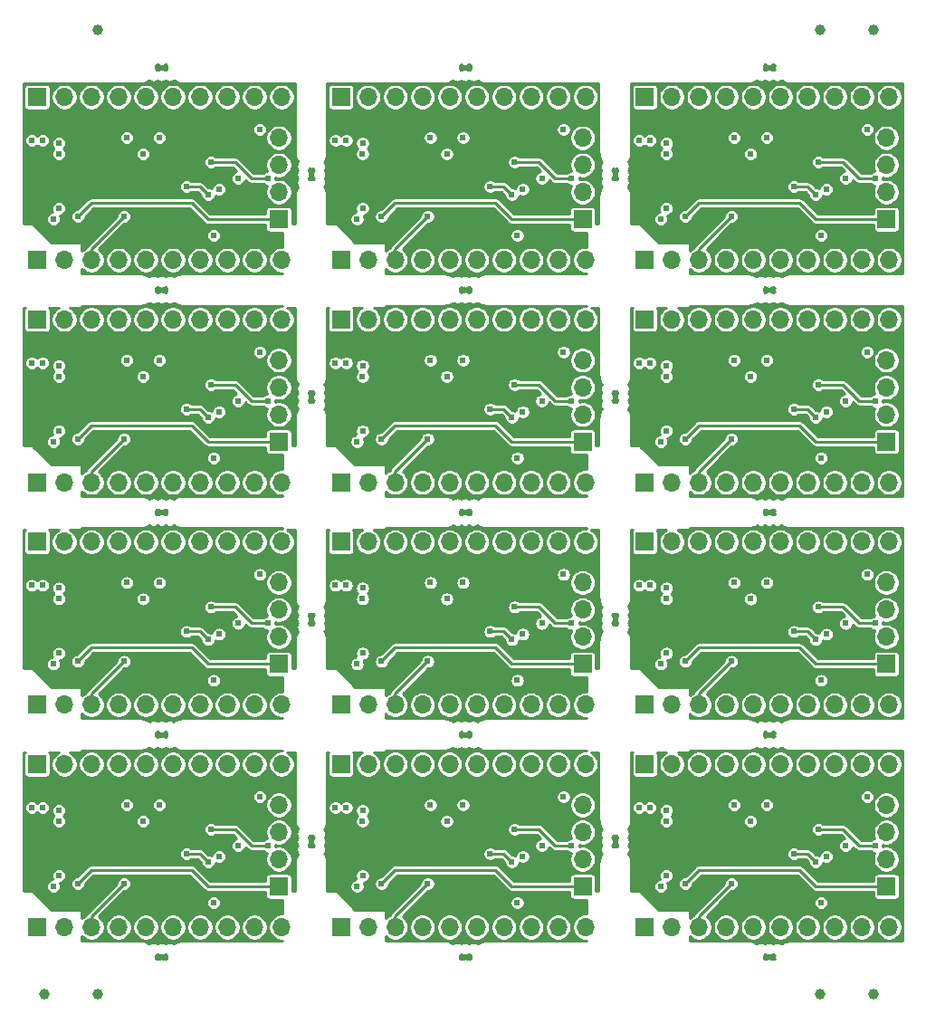
<source format=gbr>
G04 #@! TF.GenerationSoftware,KiCad,Pcbnew,(5.1.5)-2*
G04 #@! TF.CreationDate,2020-08-21T18:58:50+01:00*
G04 #@! TF.ProjectId,STM8S003F3_panel,53544d38-5330-4303-9346-335f70616e65,rev?*
G04 #@! TF.SameCoordinates,Original*
G04 #@! TF.FileFunction,Copper,L2,Bot*
G04 #@! TF.FilePolarity,Positive*
%FSLAX46Y46*%
G04 Gerber Fmt 4.6, Leading zero omitted, Abs format (unit mm)*
G04 Created by KiCad (PCBNEW (5.1.5)-2) date 2020-08-21 18:58:50*
%MOMM*%
%LPD*%
G04 APERTURE LIST*
%ADD10C,1.000000*%
%ADD11R,1.700000X1.700000*%
%ADD12O,1.700000X1.700000*%
%ADD13C,0.610000*%
%ADD14C,0.254000*%
G04 APERTURE END LIST*
D10*
X187513600Y-137752100D03*
X120013600Y-137752100D03*
X187513600Y-47568100D03*
X192513600Y-137752100D03*
X115013600Y-137752100D03*
X192513600Y-47568100D03*
X120013600Y-47568100D03*
D11*
X171132000Y-116236000D03*
D12*
X173672000Y-116236000D03*
X176212000Y-116236000D03*
X178752000Y-116236000D03*
X181292000Y-116236000D03*
X183832000Y-116236000D03*
X186372000Y-116236000D03*
X188912000Y-116236000D03*
X191452000Y-116236000D03*
X193992000Y-116236000D03*
D11*
X142716000Y-116236000D03*
D12*
X145256000Y-116236000D03*
X147796000Y-116236000D03*
X150336000Y-116236000D03*
X152876000Y-116236000D03*
X155416000Y-116236000D03*
X157956000Y-116236000D03*
X160496000Y-116236000D03*
X163036000Y-116236000D03*
X165576000Y-116236000D03*
D11*
X114300000Y-116236000D03*
D12*
X116840000Y-116236000D03*
X119380000Y-116236000D03*
X121920000Y-116236000D03*
X124460000Y-116236000D03*
X127000000Y-116236000D03*
X129540000Y-116236000D03*
X132080000Y-116236000D03*
X134620000Y-116236000D03*
X137160000Y-116236000D03*
D11*
X171132000Y-95440000D03*
D12*
X173672000Y-95440000D03*
X176212000Y-95440000D03*
X178752000Y-95440000D03*
X181292000Y-95440000D03*
X183832000Y-95440000D03*
X186372000Y-95440000D03*
X188912000Y-95440000D03*
X191452000Y-95440000D03*
X193992000Y-95440000D03*
D11*
X142716000Y-95440000D03*
D12*
X145256000Y-95440000D03*
X147796000Y-95440000D03*
X150336000Y-95440000D03*
X152876000Y-95440000D03*
X155416000Y-95440000D03*
X157956000Y-95440000D03*
X160496000Y-95440000D03*
X163036000Y-95440000D03*
X165576000Y-95440000D03*
D11*
X114300000Y-95440000D03*
D12*
X116840000Y-95440000D03*
X119380000Y-95440000D03*
X121920000Y-95440000D03*
X124460000Y-95440000D03*
X127000000Y-95440000D03*
X129540000Y-95440000D03*
X132080000Y-95440000D03*
X134620000Y-95440000D03*
X137160000Y-95440000D03*
D11*
X171132000Y-74644000D03*
D12*
X173672000Y-74644000D03*
X176212000Y-74644000D03*
X178752000Y-74644000D03*
X181292000Y-74644000D03*
X183832000Y-74644000D03*
X186372000Y-74644000D03*
X188912000Y-74644000D03*
X191452000Y-74644000D03*
X193992000Y-74644000D03*
D11*
X142716000Y-74644000D03*
D12*
X145256000Y-74644000D03*
X147796000Y-74644000D03*
X150336000Y-74644000D03*
X152876000Y-74644000D03*
X155416000Y-74644000D03*
X157956000Y-74644000D03*
X160496000Y-74644000D03*
X163036000Y-74644000D03*
X165576000Y-74644000D03*
D11*
X114300000Y-74644000D03*
D12*
X116840000Y-74644000D03*
X119380000Y-74644000D03*
X121920000Y-74644000D03*
X124460000Y-74644000D03*
X127000000Y-74644000D03*
X129540000Y-74644000D03*
X132080000Y-74644000D03*
X134620000Y-74644000D03*
X137160000Y-74644000D03*
D11*
X171132000Y-53848000D03*
D12*
X173672000Y-53848000D03*
X176212000Y-53848000D03*
X178752000Y-53848000D03*
X181292000Y-53848000D03*
X183832000Y-53848000D03*
X186372000Y-53848000D03*
X188912000Y-53848000D03*
X191452000Y-53848000D03*
X193992000Y-53848000D03*
D11*
X142716000Y-53848000D03*
D12*
X145256000Y-53848000D03*
X147796000Y-53848000D03*
X150336000Y-53848000D03*
X152876000Y-53848000D03*
X155416000Y-53848000D03*
X157956000Y-53848000D03*
X160496000Y-53848000D03*
X163036000Y-53848000D03*
X165576000Y-53848000D03*
D11*
X193738000Y-127666000D03*
D12*
X193738000Y-125126000D03*
X193738000Y-122586000D03*
X193738000Y-120046000D03*
D11*
X165322000Y-127666000D03*
D12*
X165322000Y-125126000D03*
X165322000Y-122586000D03*
X165322000Y-120046000D03*
D11*
X136906000Y-127666000D03*
D12*
X136906000Y-125126000D03*
X136906000Y-122586000D03*
X136906000Y-120046000D03*
D11*
X193738000Y-106870000D03*
D12*
X193738000Y-104330000D03*
X193738000Y-101790000D03*
X193738000Y-99250000D03*
D11*
X165322000Y-106870000D03*
D12*
X165322000Y-104330000D03*
X165322000Y-101790000D03*
X165322000Y-99250000D03*
D11*
X136906000Y-106870000D03*
D12*
X136906000Y-104330000D03*
X136906000Y-101790000D03*
X136906000Y-99250000D03*
D11*
X193738000Y-86074000D03*
D12*
X193738000Y-83534000D03*
X193738000Y-80994000D03*
X193738000Y-78454000D03*
D11*
X165322000Y-86074000D03*
D12*
X165322000Y-83534000D03*
X165322000Y-80994000D03*
X165322000Y-78454000D03*
D11*
X136906000Y-86074000D03*
D12*
X136906000Y-83534000D03*
X136906000Y-80994000D03*
X136906000Y-78454000D03*
D11*
X193738000Y-65278000D03*
D12*
X193738000Y-62738000D03*
X193738000Y-60198000D03*
X193738000Y-57658000D03*
D11*
X165322000Y-65278000D03*
D12*
X165322000Y-62738000D03*
X165322000Y-60198000D03*
X165322000Y-57658000D03*
X193992000Y-131476000D03*
X191452000Y-131476000D03*
X188912000Y-131476000D03*
X186372000Y-131476000D03*
X183832000Y-131476000D03*
X181292000Y-131476000D03*
X178752000Y-131476000D03*
X176212000Y-131476000D03*
X173672000Y-131476000D03*
D11*
X171132000Y-131476000D03*
D12*
X165576000Y-131476000D03*
X163036000Y-131476000D03*
X160496000Y-131476000D03*
X157956000Y-131476000D03*
X155416000Y-131476000D03*
X152876000Y-131476000D03*
X150336000Y-131476000D03*
X147796000Y-131476000D03*
X145256000Y-131476000D03*
D11*
X142716000Y-131476000D03*
D12*
X137160000Y-131476000D03*
X134620000Y-131476000D03*
X132080000Y-131476000D03*
X129540000Y-131476000D03*
X127000000Y-131476000D03*
X124460000Y-131476000D03*
X121920000Y-131476000D03*
X119380000Y-131476000D03*
X116840000Y-131476000D03*
D11*
X114300000Y-131476000D03*
D12*
X193992000Y-110680000D03*
X191452000Y-110680000D03*
X188912000Y-110680000D03*
X186372000Y-110680000D03*
X183832000Y-110680000D03*
X181292000Y-110680000D03*
X178752000Y-110680000D03*
X176212000Y-110680000D03*
X173672000Y-110680000D03*
D11*
X171132000Y-110680000D03*
D12*
X165576000Y-110680000D03*
X163036000Y-110680000D03*
X160496000Y-110680000D03*
X157956000Y-110680000D03*
X155416000Y-110680000D03*
X152876000Y-110680000D03*
X150336000Y-110680000D03*
X147796000Y-110680000D03*
X145256000Y-110680000D03*
D11*
X142716000Y-110680000D03*
D12*
X137160000Y-110680000D03*
X134620000Y-110680000D03*
X132080000Y-110680000D03*
X129540000Y-110680000D03*
X127000000Y-110680000D03*
X124460000Y-110680000D03*
X121920000Y-110680000D03*
X119380000Y-110680000D03*
X116840000Y-110680000D03*
D11*
X114300000Y-110680000D03*
D12*
X193992000Y-89884000D03*
X191452000Y-89884000D03*
X188912000Y-89884000D03*
X186372000Y-89884000D03*
X183832000Y-89884000D03*
X181292000Y-89884000D03*
X178752000Y-89884000D03*
X176212000Y-89884000D03*
X173672000Y-89884000D03*
D11*
X171132000Y-89884000D03*
D12*
X165576000Y-89884000D03*
X163036000Y-89884000D03*
X160496000Y-89884000D03*
X157956000Y-89884000D03*
X155416000Y-89884000D03*
X152876000Y-89884000D03*
X150336000Y-89884000D03*
X147796000Y-89884000D03*
X145256000Y-89884000D03*
D11*
X142716000Y-89884000D03*
D12*
X137160000Y-89884000D03*
X134620000Y-89884000D03*
X132080000Y-89884000D03*
X129540000Y-89884000D03*
X127000000Y-89884000D03*
X124460000Y-89884000D03*
X121920000Y-89884000D03*
X119380000Y-89884000D03*
X116840000Y-89884000D03*
D11*
X114300000Y-89884000D03*
D12*
X193992000Y-69088000D03*
X191452000Y-69088000D03*
X188912000Y-69088000D03*
X186372000Y-69088000D03*
X183832000Y-69088000D03*
X181292000Y-69088000D03*
X178752000Y-69088000D03*
X176212000Y-69088000D03*
X173672000Y-69088000D03*
D11*
X171132000Y-69088000D03*
D12*
X165576000Y-69088000D03*
X163036000Y-69088000D03*
X160496000Y-69088000D03*
X157956000Y-69088000D03*
X155416000Y-69088000D03*
X152876000Y-69088000D03*
X150336000Y-69088000D03*
X147796000Y-69088000D03*
X145256000Y-69088000D03*
D11*
X142716000Y-69088000D03*
X114300000Y-69088000D03*
D12*
X116840000Y-69088000D03*
X119380000Y-69088000D03*
X121920000Y-69088000D03*
X124460000Y-69088000D03*
X127000000Y-69088000D03*
X129540000Y-69088000D03*
X132080000Y-69088000D03*
X134620000Y-69088000D03*
X137160000Y-69088000D03*
X136906000Y-57658000D03*
X136906000Y-60198000D03*
X136906000Y-62738000D03*
D11*
X136906000Y-65278000D03*
D12*
X137160000Y-53848000D03*
X134620000Y-53848000D03*
X132080000Y-53848000D03*
X129540000Y-53848000D03*
X127000000Y-53848000D03*
X124460000Y-53848000D03*
X121920000Y-53848000D03*
X119380000Y-53848000D03*
X116840000Y-53848000D03*
D11*
X114300000Y-53848000D03*
D13*
X125721600Y-57656100D03*
X128261600Y-62228100D03*
X130547600Y-59942100D03*
X135881600Y-61466100D03*
X122673600Y-57656100D03*
X114799600Y-57910100D03*
X118101600Y-65022100D03*
X124206000Y-59182000D03*
X130801600Y-66800100D03*
X115815600Y-65276100D03*
X135119600Y-56894100D03*
X133096000Y-61468000D03*
X131309600Y-62482100D03*
X116332000Y-58166000D03*
X130293600Y-62990100D03*
X122419600Y-65022100D03*
X113783600Y-57910100D03*
X116323600Y-59180100D03*
X116332000Y-64262000D03*
X144748000Y-64262000D03*
X173164000Y-64262000D03*
X116332000Y-85058000D03*
X144748000Y-85058000D03*
X173164000Y-85058000D03*
X116332000Y-105854000D03*
X144748000Y-105854000D03*
X173164000Y-105854000D03*
X116332000Y-126650000D03*
X144748000Y-126650000D03*
X173164000Y-126650000D03*
X144739600Y-59180100D03*
X173155600Y-59180100D03*
X116323600Y-79976100D03*
X144739600Y-79976100D03*
X173155600Y-79976100D03*
X116323600Y-100772100D03*
X144739600Y-100772100D03*
X173155600Y-100772100D03*
X116323600Y-121568100D03*
X144739600Y-121568100D03*
X173155600Y-121568100D03*
X142199600Y-57910100D03*
X170615600Y-57910100D03*
X113783600Y-78706100D03*
X142199600Y-78706100D03*
X170615600Y-78706100D03*
X113783600Y-99502100D03*
X142199600Y-99502100D03*
X170615600Y-99502100D03*
X113783600Y-120298100D03*
X142199600Y-120298100D03*
X170615600Y-120298100D03*
X150835600Y-65022100D03*
X179251600Y-65022100D03*
X122419600Y-85818100D03*
X150835600Y-85818100D03*
X179251600Y-85818100D03*
X122419600Y-106614100D03*
X150835600Y-106614100D03*
X179251600Y-106614100D03*
X122419600Y-127410100D03*
X150835600Y-127410100D03*
X179251600Y-127410100D03*
X158709600Y-62990100D03*
X187125600Y-62990100D03*
X130293600Y-83786100D03*
X158709600Y-83786100D03*
X187125600Y-83786100D03*
X130293600Y-104582100D03*
X158709600Y-104582100D03*
X187125600Y-104582100D03*
X130293600Y-125378100D03*
X158709600Y-125378100D03*
X187125600Y-125378100D03*
X144748000Y-58166000D03*
X173164000Y-58166000D03*
X116332000Y-78962000D03*
X144748000Y-78962000D03*
X173164000Y-78962000D03*
X116332000Y-99758000D03*
X144748000Y-99758000D03*
X173164000Y-99758000D03*
X116332000Y-120554000D03*
X144748000Y-120554000D03*
X173164000Y-120554000D03*
X159725600Y-62482100D03*
X188141600Y-62482100D03*
X131309600Y-83278100D03*
X159725600Y-83278100D03*
X188141600Y-83278100D03*
X131309600Y-104074100D03*
X159725600Y-104074100D03*
X188141600Y-104074100D03*
X131309600Y-124870100D03*
X159725600Y-124870100D03*
X188141600Y-124870100D03*
X161512000Y-61468000D03*
X189928000Y-61468000D03*
X133096000Y-82264000D03*
X161512000Y-82264000D03*
X189928000Y-82264000D03*
X133096000Y-103060000D03*
X161512000Y-103060000D03*
X189928000Y-103060000D03*
X133096000Y-123856000D03*
X161512000Y-123856000D03*
X189928000Y-123856000D03*
X163535600Y-56894100D03*
X191951600Y-56894100D03*
X135119600Y-77690100D03*
X163535600Y-77690100D03*
X191951600Y-77690100D03*
X135119600Y-98486100D03*
X163535600Y-98486100D03*
X191951600Y-98486100D03*
X135119600Y-119282100D03*
X163535600Y-119282100D03*
X191951600Y-119282100D03*
X144231600Y-65276100D03*
X172647600Y-65276100D03*
X115815600Y-86072100D03*
X144231600Y-86072100D03*
X172647600Y-86072100D03*
X115815600Y-106868100D03*
X144231600Y-106868100D03*
X172647600Y-106868100D03*
X115815600Y-127664100D03*
X144231600Y-127664100D03*
X172647600Y-127664100D03*
X159217600Y-66800100D03*
X187633600Y-66800100D03*
X130801600Y-87596100D03*
X159217600Y-87596100D03*
X187633600Y-87596100D03*
X130801600Y-108392100D03*
X159217600Y-108392100D03*
X187633600Y-108392100D03*
X130801600Y-129188100D03*
X159217600Y-129188100D03*
X187633600Y-129188100D03*
X152622000Y-59182000D03*
X181038000Y-59182000D03*
X124206000Y-79978000D03*
X152622000Y-79978000D03*
X181038000Y-79978000D03*
X124206000Y-100774000D03*
X152622000Y-100774000D03*
X181038000Y-100774000D03*
X124206000Y-121570000D03*
X152622000Y-121570000D03*
X181038000Y-121570000D03*
X146517600Y-65022100D03*
X174933600Y-65022100D03*
X118101600Y-85818100D03*
X146517600Y-85818100D03*
X174933600Y-85818100D03*
X118101600Y-106614100D03*
X146517600Y-106614100D03*
X174933600Y-106614100D03*
X118101600Y-127410100D03*
X146517600Y-127410100D03*
X174933600Y-127410100D03*
X143215600Y-57910100D03*
X171631600Y-57910100D03*
X114799600Y-78706100D03*
X143215600Y-78706100D03*
X171631600Y-78706100D03*
X114799600Y-99502100D03*
X143215600Y-99502100D03*
X171631600Y-99502100D03*
X114799600Y-120298100D03*
X143215600Y-120298100D03*
X171631600Y-120298100D03*
X151089600Y-57656100D03*
X179505600Y-57656100D03*
X122673600Y-78452100D03*
X151089600Y-78452100D03*
X179505600Y-78452100D03*
X122673600Y-99248100D03*
X151089600Y-99248100D03*
X179505600Y-99248100D03*
X122673600Y-120044100D03*
X151089600Y-120044100D03*
X179505600Y-120044100D03*
X164297600Y-61466100D03*
X192713600Y-61466100D03*
X135881600Y-82262100D03*
X164297600Y-82262100D03*
X192713600Y-82262100D03*
X135881600Y-103058100D03*
X164297600Y-103058100D03*
X192713600Y-103058100D03*
X135881600Y-123854100D03*
X164297600Y-123854100D03*
X192713600Y-123854100D03*
X158963600Y-59942100D03*
X187379600Y-59942100D03*
X130547600Y-80738100D03*
X158963600Y-80738100D03*
X187379600Y-80738100D03*
X130547600Y-101534100D03*
X158963600Y-101534100D03*
X187379600Y-101534100D03*
X130547600Y-122330100D03*
X158963600Y-122330100D03*
X187379600Y-122330100D03*
X156677600Y-62228100D03*
X185093600Y-62228100D03*
X128261600Y-83024100D03*
X156677600Y-83024100D03*
X185093600Y-83024100D03*
X128261600Y-103820100D03*
X156677600Y-103820100D03*
X185093600Y-103820100D03*
X128261600Y-124616100D03*
X156677600Y-124616100D03*
X185093600Y-124616100D03*
X154137600Y-57656100D03*
X182553600Y-57656100D03*
X125721600Y-78452100D03*
X154137600Y-78452100D03*
X182553600Y-78452100D03*
X125721600Y-99248100D03*
X154137600Y-99248100D03*
X182553600Y-99248100D03*
X125721600Y-120044100D03*
X154137600Y-120044100D03*
X182553600Y-120044100D03*
D14*
X119371600Y-63752100D02*
X128769600Y-63752100D01*
X118101600Y-65022100D02*
X119371600Y-63752100D01*
X130293600Y-65276100D02*
X136897600Y-65276100D01*
X128769600Y-63752100D02*
X130293600Y-65276100D01*
X122419600Y-65022100D02*
X119371600Y-68070100D01*
X119371600Y-68070100D02*
X119371600Y-69086100D01*
X128261600Y-62228100D02*
X129531600Y-62228100D01*
X130547600Y-59942100D02*
X132833600Y-59942100D01*
X134357600Y-61466100D02*
X135881600Y-61466100D01*
X129531600Y-62228100D02*
X130293600Y-62990100D01*
X132833600Y-59942100D02*
X134357600Y-61466100D01*
X161249600Y-59942100D02*
X162773600Y-61466100D01*
X189665600Y-59942100D02*
X191189600Y-61466100D01*
X132833600Y-80738100D02*
X134357600Y-82262100D01*
X161249600Y-80738100D02*
X162773600Y-82262100D01*
X189665600Y-80738100D02*
X191189600Y-82262100D01*
X132833600Y-101534100D02*
X134357600Y-103058100D01*
X161249600Y-101534100D02*
X162773600Y-103058100D01*
X189665600Y-101534100D02*
X191189600Y-103058100D01*
X132833600Y-122330100D02*
X134357600Y-123854100D01*
X161249600Y-122330100D02*
X162773600Y-123854100D01*
X189665600Y-122330100D02*
X191189600Y-123854100D01*
X157947600Y-62228100D02*
X158709600Y-62990100D01*
X186363600Y-62228100D02*
X187125600Y-62990100D01*
X129531600Y-83024100D02*
X130293600Y-83786100D01*
X157947600Y-83024100D02*
X158709600Y-83786100D01*
X186363600Y-83024100D02*
X187125600Y-83786100D01*
X129531600Y-103820100D02*
X130293600Y-104582100D01*
X157947600Y-103820100D02*
X158709600Y-104582100D01*
X186363600Y-103820100D02*
X187125600Y-104582100D01*
X129531600Y-124616100D02*
X130293600Y-125378100D01*
X157947600Y-124616100D02*
X158709600Y-125378100D01*
X186363600Y-124616100D02*
X187125600Y-125378100D01*
X162773600Y-61466100D02*
X164297600Y-61466100D01*
X191189600Y-61466100D02*
X192713600Y-61466100D01*
X134357600Y-82262100D02*
X135881600Y-82262100D01*
X162773600Y-82262100D02*
X164297600Y-82262100D01*
X191189600Y-82262100D02*
X192713600Y-82262100D01*
X134357600Y-103058100D02*
X135881600Y-103058100D01*
X162773600Y-103058100D02*
X164297600Y-103058100D01*
X191189600Y-103058100D02*
X192713600Y-103058100D01*
X134357600Y-123854100D02*
X135881600Y-123854100D01*
X162773600Y-123854100D02*
X164297600Y-123854100D01*
X191189600Y-123854100D02*
X192713600Y-123854100D01*
X158963600Y-59942100D02*
X161249600Y-59942100D01*
X187379600Y-59942100D02*
X189665600Y-59942100D01*
X130547600Y-80738100D02*
X132833600Y-80738100D01*
X158963600Y-80738100D02*
X161249600Y-80738100D01*
X187379600Y-80738100D02*
X189665600Y-80738100D01*
X130547600Y-101534100D02*
X132833600Y-101534100D01*
X158963600Y-101534100D02*
X161249600Y-101534100D01*
X187379600Y-101534100D02*
X189665600Y-101534100D01*
X130547600Y-122330100D02*
X132833600Y-122330100D01*
X158963600Y-122330100D02*
X161249600Y-122330100D01*
X187379600Y-122330100D02*
X189665600Y-122330100D01*
X156677600Y-62228100D02*
X157947600Y-62228100D01*
X185093600Y-62228100D02*
X186363600Y-62228100D01*
X128261600Y-83024100D02*
X129531600Y-83024100D01*
X156677600Y-83024100D02*
X157947600Y-83024100D01*
X185093600Y-83024100D02*
X186363600Y-83024100D01*
X128261600Y-103820100D02*
X129531600Y-103820100D01*
X156677600Y-103820100D02*
X157947600Y-103820100D01*
X185093600Y-103820100D02*
X186363600Y-103820100D01*
X128261600Y-124616100D02*
X129531600Y-124616100D01*
X156677600Y-124616100D02*
X157947600Y-124616100D01*
X185093600Y-124616100D02*
X186363600Y-124616100D01*
X147787600Y-68070100D02*
X147787600Y-69086100D01*
X176203600Y-68070100D02*
X176203600Y-69086100D01*
X119371600Y-88866100D02*
X119371600Y-89882100D01*
X147787600Y-88866100D02*
X147787600Y-89882100D01*
X176203600Y-88866100D02*
X176203600Y-89882100D01*
X119371600Y-109662100D02*
X119371600Y-110678100D01*
X147787600Y-109662100D02*
X147787600Y-110678100D01*
X176203600Y-109662100D02*
X176203600Y-110678100D01*
X119371600Y-130458100D02*
X119371600Y-131474100D01*
X147787600Y-130458100D02*
X147787600Y-131474100D01*
X176203600Y-130458100D02*
X176203600Y-131474100D01*
X150835600Y-65022100D02*
X147787600Y-68070100D01*
X179251600Y-65022100D02*
X176203600Y-68070100D01*
X122419600Y-85818100D02*
X119371600Y-88866100D01*
X150835600Y-85818100D02*
X147787600Y-88866100D01*
X179251600Y-85818100D02*
X176203600Y-88866100D01*
X122419600Y-106614100D02*
X119371600Y-109662100D01*
X150835600Y-106614100D02*
X147787600Y-109662100D01*
X179251600Y-106614100D02*
X176203600Y-109662100D01*
X122419600Y-127410100D02*
X119371600Y-130458100D01*
X150835600Y-127410100D02*
X147787600Y-130458100D01*
X179251600Y-127410100D02*
X176203600Y-130458100D01*
X157185600Y-63752100D02*
X158709600Y-65276100D01*
X185601600Y-63752100D02*
X187125600Y-65276100D01*
X128769600Y-84548100D02*
X130293600Y-86072100D01*
X157185600Y-84548100D02*
X158709600Y-86072100D01*
X185601600Y-84548100D02*
X187125600Y-86072100D01*
X128769600Y-105344100D02*
X130293600Y-106868100D01*
X157185600Y-105344100D02*
X158709600Y-106868100D01*
X185601600Y-105344100D02*
X187125600Y-106868100D01*
X128769600Y-126140100D02*
X130293600Y-127664100D01*
X157185600Y-126140100D02*
X158709600Y-127664100D01*
X185601600Y-126140100D02*
X187125600Y-127664100D01*
X158709600Y-65276100D02*
X165313600Y-65276100D01*
X187125600Y-65276100D02*
X193729600Y-65276100D01*
X130293600Y-86072100D02*
X136897600Y-86072100D01*
X158709600Y-86072100D02*
X165313600Y-86072100D01*
X187125600Y-86072100D02*
X193729600Y-86072100D01*
X130293600Y-106868100D02*
X136897600Y-106868100D01*
X158709600Y-106868100D02*
X165313600Y-106868100D01*
X187125600Y-106868100D02*
X193729600Y-106868100D01*
X130293600Y-127664100D02*
X136897600Y-127664100D01*
X158709600Y-127664100D02*
X165313600Y-127664100D01*
X187125600Y-127664100D02*
X193729600Y-127664100D01*
X146517600Y-65022100D02*
X147787600Y-63752100D01*
X174933600Y-65022100D02*
X176203600Y-63752100D01*
X118101600Y-85818100D02*
X119371600Y-84548100D01*
X146517600Y-85818100D02*
X147787600Y-84548100D01*
X174933600Y-85818100D02*
X176203600Y-84548100D01*
X118101600Y-106614100D02*
X119371600Y-105344100D01*
X146517600Y-106614100D02*
X147787600Y-105344100D01*
X174933600Y-106614100D02*
X176203600Y-105344100D01*
X118101600Y-127410100D02*
X119371600Y-126140100D01*
X146517600Y-127410100D02*
X147787600Y-126140100D01*
X174933600Y-127410100D02*
X176203600Y-126140100D01*
X147787600Y-63752100D02*
X157185600Y-63752100D01*
X176203600Y-63752100D02*
X185601600Y-63752100D01*
X119371600Y-84548100D02*
X128769600Y-84548100D01*
X147787600Y-84548100D02*
X157185600Y-84548100D01*
X176203600Y-84548100D02*
X185601600Y-84548100D01*
X119371600Y-105344100D02*
X128769600Y-105344100D01*
X147787600Y-105344100D02*
X157185600Y-105344100D01*
X176203600Y-105344100D02*
X185601600Y-105344100D01*
X119371600Y-126140100D02*
X128769600Y-126140100D01*
X147787600Y-126140100D02*
X157185600Y-126140100D01*
X176203600Y-126140100D02*
X185601600Y-126140100D01*
G36*
X126380709Y-71673285D02*
G01*
X126435462Y-71695964D01*
X126423715Y-71825038D01*
X126424036Y-71871081D01*
X126423715Y-71917124D01*
X126424407Y-71924183D01*
X126433322Y-72009000D01*
X126117642Y-72009000D01*
X126113656Y-72007349D01*
X125991748Y-71983100D01*
X125867452Y-71983100D01*
X125745544Y-72007349D01*
X125741558Y-72009000D01*
X125425853Y-72009000D01*
X125435485Y-71903162D01*
X125435164Y-71857119D01*
X125435485Y-71811076D01*
X125434793Y-71804017D01*
X125423448Y-71696084D01*
X125478491Y-71673285D01*
X125554600Y-71622431D01*
X125630709Y-71673285D01*
X125745544Y-71720851D01*
X125867452Y-71745100D01*
X125991748Y-71745100D01*
X126113656Y-71720851D01*
X126228491Y-71673285D01*
X126304600Y-71622431D01*
X126380709Y-71673285D01*
G37*
X126380709Y-71673285D02*
X126435462Y-71695964D01*
X126423715Y-71825038D01*
X126424036Y-71871081D01*
X126423715Y-71917124D01*
X126424407Y-71924183D01*
X126433322Y-72009000D01*
X126117642Y-72009000D01*
X126113656Y-72007349D01*
X125991748Y-71983100D01*
X125867452Y-71983100D01*
X125745544Y-72007349D01*
X125741558Y-72009000D01*
X125425853Y-72009000D01*
X125435485Y-71903162D01*
X125435164Y-71857119D01*
X125435485Y-71811076D01*
X125434793Y-71804017D01*
X125423448Y-71696084D01*
X125478491Y-71673285D01*
X125554600Y-71622431D01*
X125630709Y-71673285D01*
X125745544Y-71720851D01*
X125867452Y-71745100D01*
X125991748Y-71745100D01*
X126113656Y-71720851D01*
X126228491Y-71673285D01*
X126304600Y-71622431D01*
X126380709Y-71673285D01*
G36*
X124880709Y-52377285D02*
G01*
X124995544Y-52424851D01*
X125117452Y-52449100D01*
X125241748Y-52449100D01*
X125363656Y-52424851D01*
X125478491Y-52377285D01*
X125554600Y-52326431D01*
X125630709Y-52377285D01*
X125745544Y-52424851D01*
X125867452Y-52449100D01*
X125991748Y-52449100D01*
X126113656Y-52424851D01*
X126228491Y-52377285D01*
X126304600Y-52326431D01*
X126380709Y-52377285D01*
X126495544Y-52424851D01*
X126617452Y-52449100D01*
X126741748Y-52449100D01*
X126863656Y-52424851D01*
X126978491Y-52377285D01*
X127078685Y-52310338D01*
X127093479Y-52320167D01*
X127131478Y-52346185D01*
X127137717Y-52349559D01*
X127310039Y-52441184D01*
X127352629Y-52458738D01*
X127394926Y-52476866D01*
X127401702Y-52478964D01*
X127588538Y-52535373D01*
X127633666Y-52544309D01*
X127678739Y-52553889D01*
X127685793Y-52554630D01*
X127880027Y-52573675D01*
X127880031Y-52573675D01*
X127904653Y-52576100D01*
X138421600Y-52576100D01*
X138421601Y-59093047D01*
X138424122Y-59118643D01*
X138424122Y-59131634D01*
X138424863Y-59138688D01*
X138446618Y-59332638D01*
X138456199Y-59377713D01*
X138465135Y-59422842D01*
X138467232Y-59429618D01*
X138526245Y-59615648D01*
X138544386Y-59657975D01*
X138561928Y-59700534D01*
X138565301Y-59706773D01*
X138659324Y-59877798D01*
X138685327Y-59915775D01*
X138687421Y-59918927D01*
X138620415Y-60019209D01*
X138572849Y-60134044D01*
X138548600Y-60255952D01*
X138548600Y-60380248D01*
X138572849Y-60502156D01*
X138620415Y-60616991D01*
X138671269Y-60693100D01*
X138620415Y-60769209D01*
X138572849Y-60884044D01*
X138548600Y-61005952D01*
X138548600Y-61130248D01*
X138572849Y-61252156D01*
X138620415Y-61366991D01*
X138671269Y-61443100D01*
X138620415Y-61519209D01*
X138572849Y-61634044D01*
X138548600Y-61755952D01*
X138548600Y-61880248D01*
X138572849Y-62002156D01*
X138620415Y-62116991D01*
X138687362Y-62217184D01*
X138677517Y-62232003D01*
X138651516Y-62269977D01*
X138648145Y-62276212D01*
X138648142Y-62276216D01*
X138648142Y-62276217D01*
X138556516Y-62448539D01*
X138538962Y-62491129D01*
X138520834Y-62533426D01*
X138518736Y-62540202D01*
X138462327Y-62727038D01*
X138453390Y-62772174D01*
X138443811Y-62817240D01*
X138443069Y-62824294D01*
X138424025Y-63018527D01*
X138421600Y-63043154D01*
X138421600Y-65659000D01*
X138138843Y-65659000D01*
X138138843Y-64428000D01*
X138131487Y-64353311D01*
X138109701Y-64281492D01*
X138074322Y-64215304D01*
X138026711Y-64157289D01*
X137968696Y-64109678D01*
X137902508Y-64074299D01*
X137830689Y-64052513D01*
X137756000Y-64045157D01*
X136056000Y-64045157D01*
X135981311Y-64052513D01*
X135909492Y-64074299D01*
X135843304Y-64109678D01*
X135785289Y-64157289D01*
X135737678Y-64215304D01*
X135702299Y-64281492D01*
X135680513Y-64353311D01*
X135673157Y-64428000D01*
X135673157Y-64768100D01*
X130504021Y-64768100D01*
X129146455Y-63410535D01*
X129130548Y-63391152D01*
X129053195Y-63327671D01*
X128964943Y-63280499D01*
X128869185Y-63251451D01*
X128794547Y-63244100D01*
X128794544Y-63244100D01*
X128769600Y-63241643D01*
X128744656Y-63244100D01*
X119396543Y-63244100D01*
X119371599Y-63241643D01*
X119346655Y-63244100D01*
X119346653Y-63244100D01*
X119272015Y-63251451D01*
X119176257Y-63280499D01*
X119176255Y-63280500D01*
X119088004Y-63327671D01*
X119047153Y-63361197D01*
X119010652Y-63391152D01*
X118994750Y-63410529D01*
X118069180Y-64336100D01*
X118034035Y-64336100D01*
X117901501Y-64362463D01*
X117776657Y-64414175D01*
X117664301Y-64489249D01*
X117568749Y-64584801D01*
X117493675Y-64697157D01*
X117441963Y-64822001D01*
X117415600Y-64954535D01*
X117415600Y-65089665D01*
X117441963Y-65222199D01*
X117493675Y-65347043D01*
X117568749Y-65459399D01*
X117664301Y-65554951D01*
X117776657Y-65630025D01*
X117901501Y-65681737D01*
X118034035Y-65708100D01*
X118169165Y-65708100D01*
X118301699Y-65681737D01*
X118426543Y-65630025D01*
X118538899Y-65554951D01*
X118634451Y-65459399D01*
X118709525Y-65347043D01*
X118761237Y-65222199D01*
X118787600Y-65089665D01*
X118787600Y-65054520D01*
X119582021Y-64260100D01*
X128559180Y-64260100D01*
X129916750Y-65617671D01*
X129932652Y-65637048D01*
X129952029Y-65652950D01*
X130010004Y-65700529D01*
X130078983Y-65737399D01*
X130098257Y-65747701D01*
X130194015Y-65776749D01*
X130268653Y-65784100D01*
X130268655Y-65784100D01*
X130293599Y-65786557D01*
X130318543Y-65784100D01*
X135673157Y-65784100D01*
X135673157Y-66128000D01*
X135680513Y-66202689D01*
X135702299Y-66274508D01*
X135737678Y-66340696D01*
X135785289Y-66398711D01*
X135843304Y-66446322D01*
X135909492Y-66481701D01*
X135981311Y-66503487D01*
X136056000Y-66510843D01*
X137255000Y-66510843D01*
X137255000Y-67857000D01*
X137038757Y-67857000D01*
X136800931Y-67904307D01*
X136576903Y-67997102D01*
X136375283Y-68131820D01*
X136203820Y-68303283D01*
X136069102Y-68504903D01*
X135976307Y-68728931D01*
X135929000Y-68966757D01*
X135929000Y-69209243D01*
X135976307Y-69447069D01*
X136069102Y-69671097D01*
X136203820Y-69872717D01*
X136375283Y-70044180D01*
X136576903Y-70178898D01*
X136800931Y-70271693D01*
X137038757Y-70319000D01*
X137255000Y-70319000D01*
X137255000Y-70356100D01*
X127904653Y-70356100D01*
X127879046Y-70358622D01*
X127866066Y-70358622D01*
X127859011Y-70359363D01*
X127665062Y-70381118D01*
X127619987Y-70390699D01*
X127574858Y-70399635D01*
X127568088Y-70401730D01*
X127568084Y-70401731D01*
X127568081Y-70401732D01*
X127568082Y-70401732D01*
X127382052Y-70460745D01*
X127339712Y-70478892D01*
X127297167Y-70496428D01*
X127290927Y-70499801D01*
X127119902Y-70593823D01*
X127081914Y-70619834D01*
X127078773Y-70621921D01*
X126978491Y-70554915D01*
X126863656Y-70507349D01*
X126741748Y-70483100D01*
X126617452Y-70483100D01*
X126495544Y-70507349D01*
X126380709Y-70554915D01*
X126304600Y-70605769D01*
X126228491Y-70554915D01*
X126113656Y-70507349D01*
X125991748Y-70483100D01*
X125867452Y-70483100D01*
X125745544Y-70507349D01*
X125630709Y-70554915D01*
X125554600Y-70605769D01*
X125478491Y-70554915D01*
X125363656Y-70507349D01*
X125241748Y-70483100D01*
X125117452Y-70483100D01*
X124995544Y-70507349D01*
X124880709Y-70554915D01*
X124780516Y-70621862D01*
X124765697Y-70612017D01*
X124727723Y-70586016D01*
X124721488Y-70582645D01*
X124721484Y-70582642D01*
X124721480Y-70582640D01*
X124549161Y-70491016D01*
X124506571Y-70473462D01*
X124464274Y-70455334D01*
X124457498Y-70453236D01*
X124270662Y-70396827D01*
X124225526Y-70387890D01*
X124180460Y-70378311D01*
X124173406Y-70377569D01*
X123979173Y-70358525D01*
X123979169Y-70358525D01*
X123954547Y-70356100D01*
X118491000Y-70356100D01*
X118491000Y-69939897D01*
X118595283Y-70044180D01*
X118796903Y-70178898D01*
X119020931Y-70271693D01*
X119258757Y-70319000D01*
X119501243Y-70319000D01*
X119739069Y-70271693D01*
X119963097Y-70178898D01*
X120164717Y-70044180D01*
X120336180Y-69872717D01*
X120470898Y-69671097D01*
X120563693Y-69447069D01*
X120611000Y-69209243D01*
X120611000Y-68966757D01*
X120689000Y-68966757D01*
X120689000Y-69209243D01*
X120736307Y-69447069D01*
X120829102Y-69671097D01*
X120963820Y-69872717D01*
X121135283Y-70044180D01*
X121336903Y-70178898D01*
X121560931Y-70271693D01*
X121798757Y-70319000D01*
X122041243Y-70319000D01*
X122279069Y-70271693D01*
X122503097Y-70178898D01*
X122704717Y-70044180D01*
X122876180Y-69872717D01*
X123010898Y-69671097D01*
X123103693Y-69447069D01*
X123151000Y-69209243D01*
X123151000Y-68966757D01*
X123229000Y-68966757D01*
X123229000Y-69209243D01*
X123276307Y-69447069D01*
X123369102Y-69671097D01*
X123503820Y-69872717D01*
X123675283Y-70044180D01*
X123876903Y-70178898D01*
X124100931Y-70271693D01*
X124338757Y-70319000D01*
X124581243Y-70319000D01*
X124819069Y-70271693D01*
X125043097Y-70178898D01*
X125244717Y-70044180D01*
X125416180Y-69872717D01*
X125550898Y-69671097D01*
X125643693Y-69447069D01*
X125691000Y-69209243D01*
X125691000Y-68966757D01*
X125769000Y-68966757D01*
X125769000Y-69209243D01*
X125816307Y-69447069D01*
X125909102Y-69671097D01*
X126043820Y-69872717D01*
X126215283Y-70044180D01*
X126416903Y-70178898D01*
X126640931Y-70271693D01*
X126878757Y-70319000D01*
X127121243Y-70319000D01*
X127359069Y-70271693D01*
X127583097Y-70178898D01*
X127784717Y-70044180D01*
X127956180Y-69872717D01*
X128090898Y-69671097D01*
X128183693Y-69447069D01*
X128231000Y-69209243D01*
X128231000Y-68966757D01*
X128309000Y-68966757D01*
X128309000Y-69209243D01*
X128356307Y-69447069D01*
X128449102Y-69671097D01*
X128583820Y-69872717D01*
X128755283Y-70044180D01*
X128956903Y-70178898D01*
X129180931Y-70271693D01*
X129418757Y-70319000D01*
X129661243Y-70319000D01*
X129899069Y-70271693D01*
X130123097Y-70178898D01*
X130324717Y-70044180D01*
X130496180Y-69872717D01*
X130630898Y-69671097D01*
X130723693Y-69447069D01*
X130771000Y-69209243D01*
X130771000Y-68966757D01*
X130849000Y-68966757D01*
X130849000Y-69209243D01*
X130896307Y-69447069D01*
X130989102Y-69671097D01*
X131123820Y-69872717D01*
X131295283Y-70044180D01*
X131496903Y-70178898D01*
X131720931Y-70271693D01*
X131958757Y-70319000D01*
X132201243Y-70319000D01*
X132439069Y-70271693D01*
X132663097Y-70178898D01*
X132864717Y-70044180D01*
X133036180Y-69872717D01*
X133170898Y-69671097D01*
X133263693Y-69447069D01*
X133311000Y-69209243D01*
X133311000Y-68966757D01*
X133389000Y-68966757D01*
X133389000Y-69209243D01*
X133436307Y-69447069D01*
X133529102Y-69671097D01*
X133663820Y-69872717D01*
X133835283Y-70044180D01*
X134036903Y-70178898D01*
X134260931Y-70271693D01*
X134498757Y-70319000D01*
X134741243Y-70319000D01*
X134979069Y-70271693D01*
X135203097Y-70178898D01*
X135404717Y-70044180D01*
X135576180Y-69872717D01*
X135710898Y-69671097D01*
X135803693Y-69447069D01*
X135851000Y-69209243D01*
X135851000Y-68966757D01*
X135803693Y-68728931D01*
X135710898Y-68504903D01*
X135576180Y-68303283D01*
X135404717Y-68131820D01*
X135203097Y-67997102D01*
X134979069Y-67904307D01*
X134741243Y-67857000D01*
X134498757Y-67857000D01*
X134260931Y-67904307D01*
X134036903Y-67997102D01*
X133835283Y-68131820D01*
X133663820Y-68303283D01*
X133529102Y-68504903D01*
X133436307Y-68728931D01*
X133389000Y-68966757D01*
X133311000Y-68966757D01*
X133263693Y-68728931D01*
X133170898Y-68504903D01*
X133036180Y-68303283D01*
X132864717Y-68131820D01*
X132663097Y-67997102D01*
X132439069Y-67904307D01*
X132201243Y-67857000D01*
X131958757Y-67857000D01*
X131720931Y-67904307D01*
X131496903Y-67997102D01*
X131295283Y-68131820D01*
X131123820Y-68303283D01*
X130989102Y-68504903D01*
X130896307Y-68728931D01*
X130849000Y-68966757D01*
X130771000Y-68966757D01*
X130723693Y-68728931D01*
X130630898Y-68504903D01*
X130496180Y-68303283D01*
X130324717Y-68131820D01*
X130123097Y-67997102D01*
X129899069Y-67904307D01*
X129661243Y-67857000D01*
X129418757Y-67857000D01*
X129180931Y-67904307D01*
X128956903Y-67997102D01*
X128755283Y-68131820D01*
X128583820Y-68303283D01*
X128449102Y-68504903D01*
X128356307Y-68728931D01*
X128309000Y-68966757D01*
X128231000Y-68966757D01*
X128183693Y-68728931D01*
X128090898Y-68504903D01*
X127956180Y-68303283D01*
X127784717Y-68131820D01*
X127583097Y-67997102D01*
X127359069Y-67904307D01*
X127121243Y-67857000D01*
X126878757Y-67857000D01*
X126640931Y-67904307D01*
X126416903Y-67997102D01*
X126215283Y-68131820D01*
X126043820Y-68303283D01*
X125909102Y-68504903D01*
X125816307Y-68728931D01*
X125769000Y-68966757D01*
X125691000Y-68966757D01*
X125643693Y-68728931D01*
X125550898Y-68504903D01*
X125416180Y-68303283D01*
X125244717Y-68131820D01*
X125043097Y-67997102D01*
X124819069Y-67904307D01*
X124581243Y-67857000D01*
X124338757Y-67857000D01*
X124100931Y-67904307D01*
X123876903Y-67997102D01*
X123675283Y-68131820D01*
X123503820Y-68303283D01*
X123369102Y-68504903D01*
X123276307Y-68728931D01*
X123229000Y-68966757D01*
X123151000Y-68966757D01*
X123103693Y-68728931D01*
X123010898Y-68504903D01*
X122876180Y-68303283D01*
X122704717Y-68131820D01*
X122503097Y-67997102D01*
X122279069Y-67904307D01*
X122041243Y-67857000D01*
X121798757Y-67857000D01*
X121560931Y-67904307D01*
X121336903Y-67997102D01*
X121135283Y-68131820D01*
X120963820Y-68303283D01*
X120829102Y-68504903D01*
X120736307Y-68728931D01*
X120689000Y-68966757D01*
X120611000Y-68966757D01*
X120563693Y-68728931D01*
X120470898Y-68504903D01*
X120336180Y-68303283D01*
X120164717Y-68131820D01*
X120082941Y-68077179D01*
X121427585Y-66732535D01*
X130115600Y-66732535D01*
X130115600Y-66867665D01*
X130141963Y-67000199D01*
X130193675Y-67125043D01*
X130268749Y-67237399D01*
X130364301Y-67332951D01*
X130476657Y-67408025D01*
X130601501Y-67459737D01*
X130734035Y-67486100D01*
X130869165Y-67486100D01*
X131001699Y-67459737D01*
X131126543Y-67408025D01*
X131238899Y-67332951D01*
X131334451Y-67237399D01*
X131409525Y-67125043D01*
X131461237Y-67000199D01*
X131487600Y-66867665D01*
X131487600Y-66732535D01*
X131461237Y-66600001D01*
X131409525Y-66475157D01*
X131334451Y-66362801D01*
X131238899Y-66267249D01*
X131126543Y-66192175D01*
X131001699Y-66140463D01*
X130869165Y-66114100D01*
X130734035Y-66114100D01*
X130601501Y-66140463D01*
X130476657Y-66192175D01*
X130364301Y-66267249D01*
X130268749Y-66362801D01*
X130193675Y-66475157D01*
X130141963Y-66600001D01*
X130115600Y-66732535D01*
X121427585Y-66732535D01*
X122452021Y-65708100D01*
X122487165Y-65708100D01*
X122619699Y-65681737D01*
X122744543Y-65630025D01*
X122856899Y-65554951D01*
X122952451Y-65459399D01*
X123027525Y-65347043D01*
X123079237Y-65222199D01*
X123105600Y-65089665D01*
X123105600Y-64954535D01*
X123079237Y-64822001D01*
X123027525Y-64697157D01*
X122952451Y-64584801D01*
X122856899Y-64489249D01*
X122744543Y-64414175D01*
X122619699Y-64362463D01*
X122487165Y-64336100D01*
X122352035Y-64336100D01*
X122219501Y-64362463D01*
X122094657Y-64414175D01*
X121982301Y-64489249D01*
X121886749Y-64584801D01*
X121811675Y-64697157D01*
X121759963Y-64822001D01*
X121733600Y-64954535D01*
X121733600Y-64989679D01*
X119030035Y-67693245D01*
X119010652Y-67709152D01*
X118947171Y-67786505D01*
X118899999Y-67874758D01*
X118872368Y-67965843D01*
X118796903Y-67997102D01*
X118595283Y-68131820D01*
X118491000Y-68236103D01*
X118491000Y-67564000D01*
X118488560Y-67539224D01*
X118481333Y-67515399D01*
X118469597Y-67493443D01*
X118453803Y-67474197D01*
X118434557Y-67458403D01*
X118412601Y-67446667D01*
X118388776Y-67439440D01*
X118364000Y-67437000D01*
X115622606Y-67437000D01*
X113881803Y-65696197D01*
X113862557Y-65680403D01*
X113840601Y-65668667D01*
X113816776Y-65661440D01*
X113792000Y-65659000D01*
X113021600Y-65659000D01*
X113021600Y-65208535D01*
X115129600Y-65208535D01*
X115129600Y-65343665D01*
X115155963Y-65476199D01*
X115207675Y-65601043D01*
X115282749Y-65713399D01*
X115378301Y-65808951D01*
X115490657Y-65884025D01*
X115615501Y-65935737D01*
X115748035Y-65962100D01*
X115883165Y-65962100D01*
X116015699Y-65935737D01*
X116140543Y-65884025D01*
X116252899Y-65808951D01*
X116348451Y-65713399D01*
X116423525Y-65601043D01*
X116475237Y-65476199D01*
X116501600Y-65343665D01*
X116501600Y-65208535D01*
X116475237Y-65076001D01*
X116423525Y-64951157D01*
X116418852Y-64944164D01*
X116532099Y-64921637D01*
X116656943Y-64869925D01*
X116769299Y-64794851D01*
X116864851Y-64699299D01*
X116939925Y-64586943D01*
X116991637Y-64462099D01*
X117018000Y-64329565D01*
X117018000Y-64194435D01*
X116991637Y-64061901D01*
X116939925Y-63937057D01*
X116864851Y-63824701D01*
X116769299Y-63729149D01*
X116656943Y-63654075D01*
X116532099Y-63602363D01*
X116399565Y-63576000D01*
X116264435Y-63576000D01*
X116131901Y-63602363D01*
X116007057Y-63654075D01*
X115894701Y-63729149D01*
X115799149Y-63824701D01*
X115724075Y-63937057D01*
X115672363Y-64061901D01*
X115646000Y-64194435D01*
X115646000Y-64329565D01*
X115672363Y-64462099D01*
X115724075Y-64586943D01*
X115728748Y-64593936D01*
X115615501Y-64616463D01*
X115490657Y-64668175D01*
X115378301Y-64743249D01*
X115282749Y-64838801D01*
X115207675Y-64951157D01*
X115155963Y-65076001D01*
X115129600Y-65208535D01*
X113021600Y-65208535D01*
X113021600Y-62160535D01*
X127575600Y-62160535D01*
X127575600Y-62295665D01*
X127601963Y-62428199D01*
X127653675Y-62553043D01*
X127728749Y-62665399D01*
X127824301Y-62760951D01*
X127936657Y-62836025D01*
X128061501Y-62887737D01*
X128194035Y-62914100D01*
X128329165Y-62914100D01*
X128461699Y-62887737D01*
X128586543Y-62836025D01*
X128698899Y-62760951D01*
X128723750Y-62736100D01*
X129321180Y-62736100D01*
X129607600Y-63022520D01*
X129607600Y-63057665D01*
X129633963Y-63190199D01*
X129685675Y-63315043D01*
X129760749Y-63427399D01*
X129856301Y-63522951D01*
X129968657Y-63598025D01*
X130093501Y-63649737D01*
X130226035Y-63676100D01*
X130361165Y-63676100D01*
X130493699Y-63649737D01*
X130618543Y-63598025D01*
X130730899Y-63522951D01*
X130826451Y-63427399D01*
X130901525Y-63315043D01*
X130953237Y-63190199D01*
X130974512Y-63083246D01*
X130984657Y-63090025D01*
X131109501Y-63141737D01*
X131242035Y-63168100D01*
X131377165Y-63168100D01*
X131509699Y-63141737D01*
X131634543Y-63090025D01*
X131746899Y-63014951D01*
X131842451Y-62919399D01*
X131917525Y-62807043D01*
X131969237Y-62682199D01*
X131995600Y-62549665D01*
X131995600Y-62414535D01*
X131969237Y-62282001D01*
X131917525Y-62157157D01*
X131842451Y-62044801D01*
X131746899Y-61949249D01*
X131634543Y-61874175D01*
X131509699Y-61822463D01*
X131377165Y-61796100D01*
X131242035Y-61796100D01*
X131109501Y-61822463D01*
X130984657Y-61874175D01*
X130872301Y-61949249D01*
X130776749Y-62044801D01*
X130701675Y-62157157D01*
X130649963Y-62282001D01*
X130628688Y-62388954D01*
X130618543Y-62382175D01*
X130493699Y-62330463D01*
X130361165Y-62304100D01*
X130326020Y-62304100D01*
X129908455Y-61886535D01*
X129892548Y-61867152D01*
X129815195Y-61803671D01*
X129726943Y-61756499D01*
X129631185Y-61727451D01*
X129556547Y-61720100D01*
X129556544Y-61720100D01*
X129531600Y-61717643D01*
X129506656Y-61720100D01*
X128723750Y-61720100D01*
X128698899Y-61695249D01*
X128586543Y-61620175D01*
X128461699Y-61568463D01*
X128329165Y-61542100D01*
X128194035Y-61542100D01*
X128061501Y-61568463D01*
X127936657Y-61620175D01*
X127824301Y-61695249D01*
X127728749Y-61790801D01*
X127653675Y-61903157D01*
X127601963Y-62028001D01*
X127575600Y-62160535D01*
X113021600Y-62160535D01*
X113021600Y-59874535D01*
X129861600Y-59874535D01*
X129861600Y-60009665D01*
X129887963Y-60142199D01*
X129939675Y-60267043D01*
X130014749Y-60379399D01*
X130110301Y-60474951D01*
X130222657Y-60550025D01*
X130347501Y-60601737D01*
X130480035Y-60628100D01*
X130615165Y-60628100D01*
X130747699Y-60601737D01*
X130872543Y-60550025D01*
X130984899Y-60474951D01*
X131009750Y-60450100D01*
X132623180Y-60450100D01*
X132967250Y-60794171D01*
X132895901Y-60808363D01*
X132771057Y-60860075D01*
X132658701Y-60935149D01*
X132563149Y-61030701D01*
X132488075Y-61143057D01*
X132436363Y-61267901D01*
X132410000Y-61400435D01*
X132410000Y-61535565D01*
X132436363Y-61668099D01*
X132488075Y-61792943D01*
X132563149Y-61905299D01*
X132658701Y-62000851D01*
X132771057Y-62075925D01*
X132895901Y-62127637D01*
X133028435Y-62154000D01*
X133163565Y-62154000D01*
X133296099Y-62127637D01*
X133420943Y-62075925D01*
X133533299Y-62000851D01*
X133628851Y-61905299D01*
X133703925Y-61792943D01*
X133755637Y-61668099D01*
X133769829Y-61596750D01*
X133980750Y-61807671D01*
X133996652Y-61827048D01*
X134016029Y-61842950D01*
X134074004Y-61890529D01*
X134162255Y-61937700D01*
X134162257Y-61937701D01*
X134258015Y-61966749D01*
X134332653Y-61974100D01*
X134332655Y-61974100D01*
X134357599Y-61976557D01*
X134382543Y-61974100D01*
X135419450Y-61974100D01*
X135444301Y-61998951D01*
X135556657Y-62074025D01*
X135681501Y-62125737D01*
X135814035Y-62152100D01*
X135816975Y-62152100D01*
X135815102Y-62154903D01*
X135722307Y-62378931D01*
X135675000Y-62616757D01*
X135675000Y-62859243D01*
X135722307Y-63097069D01*
X135815102Y-63321097D01*
X135949820Y-63522717D01*
X136121283Y-63694180D01*
X136322903Y-63828898D01*
X136546931Y-63921693D01*
X136784757Y-63969000D01*
X137027243Y-63969000D01*
X137265069Y-63921693D01*
X137489097Y-63828898D01*
X137690717Y-63694180D01*
X137862180Y-63522717D01*
X137996898Y-63321097D01*
X138089693Y-63097069D01*
X138137000Y-62859243D01*
X138137000Y-62616757D01*
X138089693Y-62378931D01*
X137996898Y-62154903D01*
X137862180Y-61953283D01*
X137690717Y-61781820D01*
X137489097Y-61647102D01*
X137265069Y-61554307D01*
X137027243Y-61507000D01*
X136784757Y-61507000D01*
X136564176Y-61550877D01*
X136567600Y-61533665D01*
X136567600Y-61398535D01*
X136564963Y-61385280D01*
X136784757Y-61429000D01*
X137027243Y-61429000D01*
X137265069Y-61381693D01*
X137489097Y-61288898D01*
X137690717Y-61154180D01*
X137862180Y-60982717D01*
X137996898Y-60781097D01*
X138089693Y-60557069D01*
X138137000Y-60319243D01*
X138137000Y-60076757D01*
X138089693Y-59838931D01*
X137996898Y-59614903D01*
X137862180Y-59413283D01*
X137690717Y-59241820D01*
X137489097Y-59107102D01*
X137265069Y-59014307D01*
X137027243Y-58967000D01*
X136784757Y-58967000D01*
X136546931Y-59014307D01*
X136322903Y-59107102D01*
X136121283Y-59241820D01*
X135949820Y-59413283D01*
X135815102Y-59614903D01*
X135722307Y-59838931D01*
X135675000Y-60076757D01*
X135675000Y-60319243D01*
X135722307Y-60557069D01*
X135814689Y-60780100D01*
X135814035Y-60780100D01*
X135681501Y-60806463D01*
X135556657Y-60858175D01*
X135444301Y-60933249D01*
X135419450Y-60958100D01*
X134568021Y-60958100D01*
X133210455Y-59600535D01*
X133194548Y-59581152D01*
X133117195Y-59517671D01*
X133028943Y-59470499D01*
X132933185Y-59441451D01*
X132858547Y-59434100D01*
X132858544Y-59434100D01*
X132833600Y-59431643D01*
X132808656Y-59434100D01*
X131009750Y-59434100D01*
X130984899Y-59409249D01*
X130872543Y-59334175D01*
X130747699Y-59282463D01*
X130615165Y-59256100D01*
X130480035Y-59256100D01*
X130347501Y-59282463D01*
X130222657Y-59334175D01*
X130110301Y-59409249D01*
X130014749Y-59504801D01*
X129939675Y-59617157D01*
X129887963Y-59742001D01*
X129861600Y-59874535D01*
X113021600Y-59874535D01*
X113021600Y-59112535D01*
X115637600Y-59112535D01*
X115637600Y-59247665D01*
X115663963Y-59380199D01*
X115715675Y-59505043D01*
X115790749Y-59617399D01*
X115886301Y-59712951D01*
X115998657Y-59788025D01*
X116123501Y-59839737D01*
X116256035Y-59866100D01*
X116391165Y-59866100D01*
X116523699Y-59839737D01*
X116648543Y-59788025D01*
X116760899Y-59712951D01*
X116856451Y-59617399D01*
X116931525Y-59505043D01*
X116983237Y-59380199D01*
X117009600Y-59247665D01*
X117009600Y-59114435D01*
X123520000Y-59114435D01*
X123520000Y-59249565D01*
X123546363Y-59382099D01*
X123598075Y-59506943D01*
X123673149Y-59619299D01*
X123768701Y-59714851D01*
X123881057Y-59789925D01*
X124005901Y-59841637D01*
X124138435Y-59868000D01*
X124273565Y-59868000D01*
X124406099Y-59841637D01*
X124530943Y-59789925D01*
X124643299Y-59714851D01*
X124738851Y-59619299D01*
X124813925Y-59506943D01*
X124865637Y-59382099D01*
X124892000Y-59249565D01*
X124892000Y-59114435D01*
X124865637Y-58981901D01*
X124813925Y-58857057D01*
X124738851Y-58744701D01*
X124643299Y-58649149D01*
X124530943Y-58574075D01*
X124406099Y-58522363D01*
X124273565Y-58496000D01*
X124138435Y-58496000D01*
X124005901Y-58522363D01*
X123881057Y-58574075D01*
X123768701Y-58649149D01*
X123673149Y-58744701D01*
X123598075Y-58857057D01*
X123546363Y-58981901D01*
X123520000Y-59114435D01*
X117009600Y-59114435D01*
X117009600Y-59112535D01*
X116983237Y-58980001D01*
X116931525Y-58855157D01*
X116856451Y-58742801D01*
X116790900Y-58677250D01*
X116864851Y-58603299D01*
X116939925Y-58490943D01*
X116991637Y-58366099D01*
X117018000Y-58233565D01*
X117018000Y-58098435D01*
X116991637Y-57965901D01*
X116939925Y-57841057D01*
X116864851Y-57728701D01*
X116769299Y-57633149D01*
X116702530Y-57588535D01*
X121987600Y-57588535D01*
X121987600Y-57723665D01*
X122013963Y-57856199D01*
X122065675Y-57981043D01*
X122140749Y-58093399D01*
X122236301Y-58188951D01*
X122348657Y-58264025D01*
X122473501Y-58315737D01*
X122606035Y-58342100D01*
X122741165Y-58342100D01*
X122873699Y-58315737D01*
X122998543Y-58264025D01*
X123110899Y-58188951D01*
X123206451Y-58093399D01*
X123281525Y-57981043D01*
X123333237Y-57856199D01*
X123359600Y-57723665D01*
X123359600Y-57588535D01*
X125035600Y-57588535D01*
X125035600Y-57723665D01*
X125061963Y-57856199D01*
X125113675Y-57981043D01*
X125188749Y-58093399D01*
X125284301Y-58188951D01*
X125396657Y-58264025D01*
X125521501Y-58315737D01*
X125654035Y-58342100D01*
X125789165Y-58342100D01*
X125921699Y-58315737D01*
X126046543Y-58264025D01*
X126158899Y-58188951D01*
X126254451Y-58093399D01*
X126329525Y-57981043D01*
X126381237Y-57856199D01*
X126407600Y-57723665D01*
X126407600Y-57588535D01*
X126381237Y-57456001D01*
X126329525Y-57331157D01*
X126254451Y-57218801D01*
X126158899Y-57123249D01*
X126046543Y-57048175D01*
X125921699Y-56996463D01*
X125789165Y-56970100D01*
X125654035Y-56970100D01*
X125521501Y-56996463D01*
X125396657Y-57048175D01*
X125284301Y-57123249D01*
X125188749Y-57218801D01*
X125113675Y-57331157D01*
X125061963Y-57456001D01*
X125035600Y-57588535D01*
X123359600Y-57588535D01*
X123333237Y-57456001D01*
X123281525Y-57331157D01*
X123206451Y-57218801D01*
X123110899Y-57123249D01*
X122998543Y-57048175D01*
X122873699Y-56996463D01*
X122741165Y-56970100D01*
X122606035Y-56970100D01*
X122473501Y-56996463D01*
X122348657Y-57048175D01*
X122236301Y-57123249D01*
X122140749Y-57218801D01*
X122065675Y-57331157D01*
X122013963Y-57456001D01*
X121987600Y-57588535D01*
X116702530Y-57588535D01*
X116656943Y-57558075D01*
X116532099Y-57506363D01*
X116399565Y-57480000D01*
X116264435Y-57480000D01*
X116131901Y-57506363D01*
X116007057Y-57558075D01*
X115894701Y-57633149D01*
X115799149Y-57728701D01*
X115724075Y-57841057D01*
X115672363Y-57965901D01*
X115646000Y-58098435D01*
X115646000Y-58233565D01*
X115672363Y-58366099D01*
X115724075Y-58490943D01*
X115799149Y-58603299D01*
X115864700Y-58668850D01*
X115790749Y-58742801D01*
X115715675Y-58855157D01*
X115663963Y-58980001D01*
X115637600Y-59112535D01*
X113021600Y-59112535D01*
X113021600Y-57842535D01*
X113097600Y-57842535D01*
X113097600Y-57977665D01*
X113123963Y-58110199D01*
X113175675Y-58235043D01*
X113250749Y-58347399D01*
X113346301Y-58442951D01*
X113458657Y-58518025D01*
X113583501Y-58569737D01*
X113716035Y-58596100D01*
X113851165Y-58596100D01*
X113983699Y-58569737D01*
X114108543Y-58518025D01*
X114220899Y-58442951D01*
X114291600Y-58372250D01*
X114362301Y-58442951D01*
X114474657Y-58518025D01*
X114599501Y-58569737D01*
X114732035Y-58596100D01*
X114867165Y-58596100D01*
X114999699Y-58569737D01*
X115124543Y-58518025D01*
X115236899Y-58442951D01*
X115332451Y-58347399D01*
X115407525Y-58235043D01*
X115459237Y-58110199D01*
X115485600Y-57977665D01*
X115485600Y-57842535D01*
X115459237Y-57710001D01*
X115407525Y-57585157D01*
X115332451Y-57472801D01*
X115236899Y-57377249D01*
X115124543Y-57302175D01*
X114999699Y-57250463D01*
X114867165Y-57224100D01*
X114732035Y-57224100D01*
X114599501Y-57250463D01*
X114474657Y-57302175D01*
X114362301Y-57377249D01*
X114291600Y-57447950D01*
X114220899Y-57377249D01*
X114108543Y-57302175D01*
X113983699Y-57250463D01*
X113851165Y-57224100D01*
X113716035Y-57224100D01*
X113583501Y-57250463D01*
X113458657Y-57302175D01*
X113346301Y-57377249D01*
X113250749Y-57472801D01*
X113175675Y-57585157D01*
X113123963Y-57710001D01*
X113097600Y-57842535D01*
X113021600Y-57842535D01*
X113021600Y-56826535D01*
X134433600Y-56826535D01*
X134433600Y-56961665D01*
X134459963Y-57094199D01*
X134511675Y-57219043D01*
X134586749Y-57331399D01*
X134682301Y-57426951D01*
X134794657Y-57502025D01*
X134919501Y-57553737D01*
X135052035Y-57580100D01*
X135187165Y-57580100D01*
X135319699Y-57553737D01*
X135360692Y-57536757D01*
X135675000Y-57536757D01*
X135675000Y-57779243D01*
X135722307Y-58017069D01*
X135815102Y-58241097D01*
X135949820Y-58442717D01*
X136121283Y-58614180D01*
X136322903Y-58748898D01*
X136546931Y-58841693D01*
X136784757Y-58889000D01*
X137027243Y-58889000D01*
X137265069Y-58841693D01*
X137489097Y-58748898D01*
X137690717Y-58614180D01*
X137862180Y-58442717D01*
X137996898Y-58241097D01*
X138089693Y-58017069D01*
X138137000Y-57779243D01*
X138137000Y-57536757D01*
X138089693Y-57298931D01*
X137996898Y-57074903D01*
X137862180Y-56873283D01*
X137690717Y-56701820D01*
X137489097Y-56567102D01*
X137265069Y-56474307D01*
X137027243Y-56427000D01*
X136784757Y-56427000D01*
X136546931Y-56474307D01*
X136322903Y-56567102D01*
X136121283Y-56701820D01*
X135949820Y-56873283D01*
X135815102Y-57074903D01*
X135722307Y-57298931D01*
X135675000Y-57536757D01*
X135360692Y-57536757D01*
X135444543Y-57502025D01*
X135556899Y-57426951D01*
X135652451Y-57331399D01*
X135727525Y-57219043D01*
X135779237Y-57094199D01*
X135805600Y-56961665D01*
X135805600Y-56826535D01*
X135779237Y-56694001D01*
X135727525Y-56569157D01*
X135652451Y-56456801D01*
X135556899Y-56361249D01*
X135444543Y-56286175D01*
X135319699Y-56234463D01*
X135187165Y-56208100D01*
X135052035Y-56208100D01*
X134919501Y-56234463D01*
X134794657Y-56286175D01*
X134682301Y-56361249D01*
X134586749Y-56456801D01*
X134511675Y-56569157D01*
X134459963Y-56694001D01*
X134433600Y-56826535D01*
X113021600Y-56826535D01*
X113021600Y-52998000D01*
X113067157Y-52998000D01*
X113067157Y-54698000D01*
X113074513Y-54772689D01*
X113096299Y-54844508D01*
X113131678Y-54910696D01*
X113179289Y-54968711D01*
X113237304Y-55016322D01*
X113303492Y-55051701D01*
X113375311Y-55073487D01*
X113450000Y-55080843D01*
X115150000Y-55080843D01*
X115224689Y-55073487D01*
X115296508Y-55051701D01*
X115362696Y-55016322D01*
X115420711Y-54968711D01*
X115468322Y-54910696D01*
X115503701Y-54844508D01*
X115525487Y-54772689D01*
X115532843Y-54698000D01*
X115532843Y-53726757D01*
X115609000Y-53726757D01*
X115609000Y-53969243D01*
X115656307Y-54207069D01*
X115749102Y-54431097D01*
X115883820Y-54632717D01*
X116055283Y-54804180D01*
X116256903Y-54938898D01*
X116480931Y-55031693D01*
X116718757Y-55079000D01*
X116961243Y-55079000D01*
X117199069Y-55031693D01*
X117423097Y-54938898D01*
X117624717Y-54804180D01*
X117796180Y-54632717D01*
X117930898Y-54431097D01*
X118023693Y-54207069D01*
X118071000Y-53969243D01*
X118071000Y-53726757D01*
X118149000Y-53726757D01*
X118149000Y-53969243D01*
X118196307Y-54207069D01*
X118289102Y-54431097D01*
X118423820Y-54632717D01*
X118595283Y-54804180D01*
X118796903Y-54938898D01*
X119020931Y-55031693D01*
X119258757Y-55079000D01*
X119501243Y-55079000D01*
X119739069Y-55031693D01*
X119963097Y-54938898D01*
X120164717Y-54804180D01*
X120336180Y-54632717D01*
X120470898Y-54431097D01*
X120563693Y-54207069D01*
X120611000Y-53969243D01*
X120611000Y-53726757D01*
X120689000Y-53726757D01*
X120689000Y-53969243D01*
X120736307Y-54207069D01*
X120829102Y-54431097D01*
X120963820Y-54632717D01*
X121135283Y-54804180D01*
X121336903Y-54938898D01*
X121560931Y-55031693D01*
X121798757Y-55079000D01*
X122041243Y-55079000D01*
X122279069Y-55031693D01*
X122503097Y-54938898D01*
X122704717Y-54804180D01*
X122876180Y-54632717D01*
X123010898Y-54431097D01*
X123103693Y-54207069D01*
X123151000Y-53969243D01*
X123151000Y-53726757D01*
X123229000Y-53726757D01*
X123229000Y-53969243D01*
X123276307Y-54207069D01*
X123369102Y-54431097D01*
X123503820Y-54632717D01*
X123675283Y-54804180D01*
X123876903Y-54938898D01*
X124100931Y-55031693D01*
X124338757Y-55079000D01*
X124581243Y-55079000D01*
X124819069Y-55031693D01*
X125043097Y-54938898D01*
X125244717Y-54804180D01*
X125416180Y-54632717D01*
X125550898Y-54431097D01*
X125643693Y-54207069D01*
X125691000Y-53969243D01*
X125691000Y-53726757D01*
X125769000Y-53726757D01*
X125769000Y-53969243D01*
X125816307Y-54207069D01*
X125909102Y-54431097D01*
X126043820Y-54632717D01*
X126215283Y-54804180D01*
X126416903Y-54938898D01*
X126640931Y-55031693D01*
X126878757Y-55079000D01*
X127121243Y-55079000D01*
X127359069Y-55031693D01*
X127583097Y-54938898D01*
X127784717Y-54804180D01*
X127956180Y-54632717D01*
X128090898Y-54431097D01*
X128183693Y-54207069D01*
X128231000Y-53969243D01*
X128231000Y-53726757D01*
X128309000Y-53726757D01*
X128309000Y-53969243D01*
X128356307Y-54207069D01*
X128449102Y-54431097D01*
X128583820Y-54632717D01*
X128755283Y-54804180D01*
X128956903Y-54938898D01*
X129180931Y-55031693D01*
X129418757Y-55079000D01*
X129661243Y-55079000D01*
X129899069Y-55031693D01*
X130123097Y-54938898D01*
X130324717Y-54804180D01*
X130496180Y-54632717D01*
X130630898Y-54431097D01*
X130723693Y-54207069D01*
X130771000Y-53969243D01*
X130771000Y-53726757D01*
X130849000Y-53726757D01*
X130849000Y-53969243D01*
X130896307Y-54207069D01*
X130989102Y-54431097D01*
X131123820Y-54632717D01*
X131295283Y-54804180D01*
X131496903Y-54938898D01*
X131720931Y-55031693D01*
X131958757Y-55079000D01*
X132201243Y-55079000D01*
X132439069Y-55031693D01*
X132663097Y-54938898D01*
X132864717Y-54804180D01*
X133036180Y-54632717D01*
X133170898Y-54431097D01*
X133263693Y-54207069D01*
X133311000Y-53969243D01*
X133311000Y-53726757D01*
X133389000Y-53726757D01*
X133389000Y-53969243D01*
X133436307Y-54207069D01*
X133529102Y-54431097D01*
X133663820Y-54632717D01*
X133835283Y-54804180D01*
X134036903Y-54938898D01*
X134260931Y-55031693D01*
X134498757Y-55079000D01*
X134741243Y-55079000D01*
X134979069Y-55031693D01*
X135203097Y-54938898D01*
X135404717Y-54804180D01*
X135576180Y-54632717D01*
X135710898Y-54431097D01*
X135803693Y-54207069D01*
X135851000Y-53969243D01*
X135851000Y-53726757D01*
X135929000Y-53726757D01*
X135929000Y-53969243D01*
X135976307Y-54207069D01*
X136069102Y-54431097D01*
X136203820Y-54632717D01*
X136375283Y-54804180D01*
X136576903Y-54938898D01*
X136800931Y-55031693D01*
X137038757Y-55079000D01*
X137281243Y-55079000D01*
X137519069Y-55031693D01*
X137743097Y-54938898D01*
X137944717Y-54804180D01*
X138116180Y-54632717D01*
X138250898Y-54431097D01*
X138343693Y-54207069D01*
X138391000Y-53969243D01*
X138391000Y-53726757D01*
X138343693Y-53488931D01*
X138250898Y-53264903D01*
X138116180Y-53063283D01*
X137944717Y-52891820D01*
X137743097Y-52757102D01*
X137519069Y-52664307D01*
X137281243Y-52617000D01*
X137038757Y-52617000D01*
X136800931Y-52664307D01*
X136576903Y-52757102D01*
X136375283Y-52891820D01*
X136203820Y-53063283D01*
X136069102Y-53264903D01*
X135976307Y-53488931D01*
X135929000Y-53726757D01*
X135851000Y-53726757D01*
X135803693Y-53488931D01*
X135710898Y-53264903D01*
X135576180Y-53063283D01*
X135404717Y-52891820D01*
X135203097Y-52757102D01*
X134979069Y-52664307D01*
X134741243Y-52617000D01*
X134498757Y-52617000D01*
X134260931Y-52664307D01*
X134036903Y-52757102D01*
X133835283Y-52891820D01*
X133663820Y-53063283D01*
X133529102Y-53264903D01*
X133436307Y-53488931D01*
X133389000Y-53726757D01*
X133311000Y-53726757D01*
X133263693Y-53488931D01*
X133170898Y-53264903D01*
X133036180Y-53063283D01*
X132864717Y-52891820D01*
X132663097Y-52757102D01*
X132439069Y-52664307D01*
X132201243Y-52617000D01*
X131958757Y-52617000D01*
X131720931Y-52664307D01*
X131496903Y-52757102D01*
X131295283Y-52891820D01*
X131123820Y-53063283D01*
X130989102Y-53264903D01*
X130896307Y-53488931D01*
X130849000Y-53726757D01*
X130771000Y-53726757D01*
X130723693Y-53488931D01*
X130630898Y-53264903D01*
X130496180Y-53063283D01*
X130324717Y-52891820D01*
X130123097Y-52757102D01*
X129899069Y-52664307D01*
X129661243Y-52617000D01*
X129418757Y-52617000D01*
X129180931Y-52664307D01*
X128956903Y-52757102D01*
X128755283Y-52891820D01*
X128583820Y-53063283D01*
X128449102Y-53264903D01*
X128356307Y-53488931D01*
X128309000Y-53726757D01*
X128231000Y-53726757D01*
X128183693Y-53488931D01*
X128090898Y-53264903D01*
X127956180Y-53063283D01*
X127784717Y-52891820D01*
X127583097Y-52757102D01*
X127359069Y-52664307D01*
X127121243Y-52617000D01*
X126878757Y-52617000D01*
X126640931Y-52664307D01*
X126416903Y-52757102D01*
X126215283Y-52891820D01*
X126043820Y-53063283D01*
X125909102Y-53264903D01*
X125816307Y-53488931D01*
X125769000Y-53726757D01*
X125691000Y-53726757D01*
X125643693Y-53488931D01*
X125550898Y-53264903D01*
X125416180Y-53063283D01*
X125244717Y-52891820D01*
X125043097Y-52757102D01*
X124819069Y-52664307D01*
X124581243Y-52617000D01*
X124338757Y-52617000D01*
X124100931Y-52664307D01*
X123876903Y-52757102D01*
X123675283Y-52891820D01*
X123503820Y-53063283D01*
X123369102Y-53264903D01*
X123276307Y-53488931D01*
X123229000Y-53726757D01*
X123151000Y-53726757D01*
X123103693Y-53488931D01*
X123010898Y-53264903D01*
X122876180Y-53063283D01*
X122704717Y-52891820D01*
X122503097Y-52757102D01*
X122279069Y-52664307D01*
X122041243Y-52617000D01*
X121798757Y-52617000D01*
X121560931Y-52664307D01*
X121336903Y-52757102D01*
X121135283Y-52891820D01*
X120963820Y-53063283D01*
X120829102Y-53264903D01*
X120736307Y-53488931D01*
X120689000Y-53726757D01*
X120611000Y-53726757D01*
X120563693Y-53488931D01*
X120470898Y-53264903D01*
X120336180Y-53063283D01*
X120164717Y-52891820D01*
X119963097Y-52757102D01*
X119739069Y-52664307D01*
X119501243Y-52617000D01*
X119258757Y-52617000D01*
X119020931Y-52664307D01*
X118796903Y-52757102D01*
X118595283Y-52891820D01*
X118423820Y-53063283D01*
X118289102Y-53264903D01*
X118196307Y-53488931D01*
X118149000Y-53726757D01*
X118071000Y-53726757D01*
X118023693Y-53488931D01*
X117930898Y-53264903D01*
X117796180Y-53063283D01*
X117624717Y-52891820D01*
X117423097Y-52757102D01*
X117199069Y-52664307D01*
X116961243Y-52617000D01*
X116718757Y-52617000D01*
X116480931Y-52664307D01*
X116256903Y-52757102D01*
X116055283Y-52891820D01*
X115883820Y-53063283D01*
X115749102Y-53264903D01*
X115656307Y-53488931D01*
X115609000Y-53726757D01*
X115532843Y-53726757D01*
X115532843Y-52998000D01*
X115525487Y-52923311D01*
X115503701Y-52851492D01*
X115468322Y-52785304D01*
X115420711Y-52727289D01*
X115362696Y-52679678D01*
X115296508Y-52644299D01*
X115224689Y-52622513D01*
X115150000Y-52615157D01*
X113450000Y-52615157D01*
X113375311Y-52622513D01*
X113303492Y-52644299D01*
X113237304Y-52679678D01*
X113179289Y-52727289D01*
X113131678Y-52785304D01*
X113096299Y-52851492D01*
X113074513Y-52923311D01*
X113067157Y-52998000D01*
X113021600Y-52998000D01*
X113021600Y-52576100D01*
X123954547Y-52576100D01*
X123980153Y-52573578D01*
X123993134Y-52573578D01*
X124000188Y-52572837D01*
X124194138Y-52551082D01*
X124239213Y-52541501D01*
X124284342Y-52532565D01*
X124291112Y-52530470D01*
X124291116Y-52530469D01*
X124291119Y-52530468D01*
X124477148Y-52471455D01*
X124519475Y-52453314D01*
X124562034Y-52435772D01*
X124568273Y-52432399D01*
X124739298Y-52338376D01*
X124777275Y-52312373D01*
X124780427Y-52310279D01*
X124880709Y-52377285D01*
G37*
X124880709Y-52377285D02*
X124995544Y-52424851D01*
X125117452Y-52449100D01*
X125241748Y-52449100D01*
X125363656Y-52424851D01*
X125478491Y-52377285D01*
X125554600Y-52326431D01*
X125630709Y-52377285D01*
X125745544Y-52424851D01*
X125867452Y-52449100D01*
X125991748Y-52449100D01*
X126113656Y-52424851D01*
X126228491Y-52377285D01*
X126304600Y-52326431D01*
X126380709Y-52377285D01*
X126495544Y-52424851D01*
X126617452Y-52449100D01*
X126741748Y-52449100D01*
X126863656Y-52424851D01*
X126978491Y-52377285D01*
X127078685Y-52310338D01*
X127093479Y-52320167D01*
X127131478Y-52346185D01*
X127137717Y-52349559D01*
X127310039Y-52441184D01*
X127352629Y-52458738D01*
X127394926Y-52476866D01*
X127401702Y-52478964D01*
X127588538Y-52535373D01*
X127633666Y-52544309D01*
X127678739Y-52553889D01*
X127685793Y-52554630D01*
X127880027Y-52573675D01*
X127880031Y-52573675D01*
X127904653Y-52576100D01*
X138421600Y-52576100D01*
X138421601Y-59093047D01*
X138424122Y-59118643D01*
X138424122Y-59131634D01*
X138424863Y-59138688D01*
X138446618Y-59332638D01*
X138456199Y-59377713D01*
X138465135Y-59422842D01*
X138467232Y-59429618D01*
X138526245Y-59615648D01*
X138544386Y-59657975D01*
X138561928Y-59700534D01*
X138565301Y-59706773D01*
X138659324Y-59877798D01*
X138685327Y-59915775D01*
X138687421Y-59918927D01*
X138620415Y-60019209D01*
X138572849Y-60134044D01*
X138548600Y-60255952D01*
X138548600Y-60380248D01*
X138572849Y-60502156D01*
X138620415Y-60616991D01*
X138671269Y-60693100D01*
X138620415Y-60769209D01*
X138572849Y-60884044D01*
X138548600Y-61005952D01*
X138548600Y-61130248D01*
X138572849Y-61252156D01*
X138620415Y-61366991D01*
X138671269Y-61443100D01*
X138620415Y-61519209D01*
X138572849Y-61634044D01*
X138548600Y-61755952D01*
X138548600Y-61880248D01*
X138572849Y-62002156D01*
X138620415Y-62116991D01*
X138687362Y-62217184D01*
X138677517Y-62232003D01*
X138651516Y-62269977D01*
X138648145Y-62276212D01*
X138648142Y-62276216D01*
X138648142Y-62276217D01*
X138556516Y-62448539D01*
X138538962Y-62491129D01*
X138520834Y-62533426D01*
X138518736Y-62540202D01*
X138462327Y-62727038D01*
X138453390Y-62772174D01*
X138443811Y-62817240D01*
X138443069Y-62824294D01*
X138424025Y-63018527D01*
X138421600Y-63043154D01*
X138421600Y-65659000D01*
X138138843Y-65659000D01*
X138138843Y-64428000D01*
X138131487Y-64353311D01*
X138109701Y-64281492D01*
X138074322Y-64215304D01*
X138026711Y-64157289D01*
X137968696Y-64109678D01*
X137902508Y-64074299D01*
X137830689Y-64052513D01*
X137756000Y-64045157D01*
X136056000Y-64045157D01*
X135981311Y-64052513D01*
X135909492Y-64074299D01*
X135843304Y-64109678D01*
X135785289Y-64157289D01*
X135737678Y-64215304D01*
X135702299Y-64281492D01*
X135680513Y-64353311D01*
X135673157Y-64428000D01*
X135673157Y-64768100D01*
X130504021Y-64768100D01*
X129146455Y-63410535D01*
X129130548Y-63391152D01*
X129053195Y-63327671D01*
X128964943Y-63280499D01*
X128869185Y-63251451D01*
X128794547Y-63244100D01*
X128794544Y-63244100D01*
X128769600Y-63241643D01*
X128744656Y-63244100D01*
X119396543Y-63244100D01*
X119371599Y-63241643D01*
X119346655Y-63244100D01*
X119346653Y-63244100D01*
X119272015Y-63251451D01*
X119176257Y-63280499D01*
X119176255Y-63280500D01*
X119088004Y-63327671D01*
X119047153Y-63361197D01*
X119010652Y-63391152D01*
X118994750Y-63410529D01*
X118069180Y-64336100D01*
X118034035Y-64336100D01*
X117901501Y-64362463D01*
X117776657Y-64414175D01*
X117664301Y-64489249D01*
X117568749Y-64584801D01*
X117493675Y-64697157D01*
X117441963Y-64822001D01*
X117415600Y-64954535D01*
X117415600Y-65089665D01*
X117441963Y-65222199D01*
X117493675Y-65347043D01*
X117568749Y-65459399D01*
X117664301Y-65554951D01*
X117776657Y-65630025D01*
X117901501Y-65681737D01*
X118034035Y-65708100D01*
X118169165Y-65708100D01*
X118301699Y-65681737D01*
X118426543Y-65630025D01*
X118538899Y-65554951D01*
X118634451Y-65459399D01*
X118709525Y-65347043D01*
X118761237Y-65222199D01*
X118787600Y-65089665D01*
X118787600Y-65054520D01*
X119582021Y-64260100D01*
X128559180Y-64260100D01*
X129916750Y-65617671D01*
X129932652Y-65637048D01*
X129952029Y-65652950D01*
X130010004Y-65700529D01*
X130078983Y-65737399D01*
X130098257Y-65747701D01*
X130194015Y-65776749D01*
X130268653Y-65784100D01*
X130268655Y-65784100D01*
X130293599Y-65786557D01*
X130318543Y-65784100D01*
X135673157Y-65784100D01*
X135673157Y-66128000D01*
X135680513Y-66202689D01*
X135702299Y-66274508D01*
X135737678Y-66340696D01*
X135785289Y-66398711D01*
X135843304Y-66446322D01*
X135909492Y-66481701D01*
X135981311Y-66503487D01*
X136056000Y-66510843D01*
X137255000Y-66510843D01*
X137255000Y-67857000D01*
X137038757Y-67857000D01*
X136800931Y-67904307D01*
X136576903Y-67997102D01*
X136375283Y-68131820D01*
X136203820Y-68303283D01*
X136069102Y-68504903D01*
X135976307Y-68728931D01*
X135929000Y-68966757D01*
X135929000Y-69209243D01*
X135976307Y-69447069D01*
X136069102Y-69671097D01*
X136203820Y-69872717D01*
X136375283Y-70044180D01*
X136576903Y-70178898D01*
X136800931Y-70271693D01*
X137038757Y-70319000D01*
X137255000Y-70319000D01*
X137255000Y-70356100D01*
X127904653Y-70356100D01*
X127879046Y-70358622D01*
X127866066Y-70358622D01*
X127859011Y-70359363D01*
X127665062Y-70381118D01*
X127619987Y-70390699D01*
X127574858Y-70399635D01*
X127568088Y-70401730D01*
X127568084Y-70401731D01*
X127568081Y-70401732D01*
X127568082Y-70401732D01*
X127382052Y-70460745D01*
X127339712Y-70478892D01*
X127297167Y-70496428D01*
X127290927Y-70499801D01*
X127119902Y-70593823D01*
X127081914Y-70619834D01*
X127078773Y-70621921D01*
X126978491Y-70554915D01*
X126863656Y-70507349D01*
X126741748Y-70483100D01*
X126617452Y-70483100D01*
X126495544Y-70507349D01*
X126380709Y-70554915D01*
X126304600Y-70605769D01*
X126228491Y-70554915D01*
X126113656Y-70507349D01*
X125991748Y-70483100D01*
X125867452Y-70483100D01*
X125745544Y-70507349D01*
X125630709Y-70554915D01*
X125554600Y-70605769D01*
X125478491Y-70554915D01*
X125363656Y-70507349D01*
X125241748Y-70483100D01*
X125117452Y-70483100D01*
X124995544Y-70507349D01*
X124880709Y-70554915D01*
X124780516Y-70621862D01*
X124765697Y-70612017D01*
X124727723Y-70586016D01*
X124721488Y-70582645D01*
X124721484Y-70582642D01*
X124721480Y-70582640D01*
X124549161Y-70491016D01*
X124506571Y-70473462D01*
X124464274Y-70455334D01*
X124457498Y-70453236D01*
X124270662Y-70396827D01*
X124225526Y-70387890D01*
X124180460Y-70378311D01*
X124173406Y-70377569D01*
X123979173Y-70358525D01*
X123979169Y-70358525D01*
X123954547Y-70356100D01*
X118491000Y-70356100D01*
X118491000Y-69939897D01*
X118595283Y-70044180D01*
X118796903Y-70178898D01*
X119020931Y-70271693D01*
X119258757Y-70319000D01*
X119501243Y-70319000D01*
X119739069Y-70271693D01*
X119963097Y-70178898D01*
X120164717Y-70044180D01*
X120336180Y-69872717D01*
X120470898Y-69671097D01*
X120563693Y-69447069D01*
X120611000Y-69209243D01*
X120611000Y-68966757D01*
X120689000Y-68966757D01*
X120689000Y-69209243D01*
X120736307Y-69447069D01*
X120829102Y-69671097D01*
X120963820Y-69872717D01*
X121135283Y-70044180D01*
X121336903Y-70178898D01*
X121560931Y-70271693D01*
X121798757Y-70319000D01*
X122041243Y-70319000D01*
X122279069Y-70271693D01*
X122503097Y-70178898D01*
X122704717Y-70044180D01*
X122876180Y-69872717D01*
X123010898Y-69671097D01*
X123103693Y-69447069D01*
X123151000Y-69209243D01*
X123151000Y-68966757D01*
X123229000Y-68966757D01*
X123229000Y-69209243D01*
X123276307Y-69447069D01*
X123369102Y-69671097D01*
X123503820Y-69872717D01*
X123675283Y-70044180D01*
X123876903Y-70178898D01*
X124100931Y-70271693D01*
X124338757Y-70319000D01*
X124581243Y-70319000D01*
X124819069Y-70271693D01*
X125043097Y-70178898D01*
X125244717Y-70044180D01*
X125416180Y-69872717D01*
X125550898Y-69671097D01*
X125643693Y-69447069D01*
X125691000Y-69209243D01*
X125691000Y-68966757D01*
X125769000Y-68966757D01*
X125769000Y-69209243D01*
X125816307Y-69447069D01*
X125909102Y-69671097D01*
X126043820Y-69872717D01*
X126215283Y-70044180D01*
X126416903Y-70178898D01*
X126640931Y-70271693D01*
X126878757Y-70319000D01*
X127121243Y-70319000D01*
X127359069Y-70271693D01*
X127583097Y-70178898D01*
X127784717Y-70044180D01*
X127956180Y-69872717D01*
X128090898Y-69671097D01*
X128183693Y-69447069D01*
X128231000Y-69209243D01*
X128231000Y-68966757D01*
X128309000Y-68966757D01*
X128309000Y-69209243D01*
X128356307Y-69447069D01*
X128449102Y-69671097D01*
X128583820Y-69872717D01*
X128755283Y-70044180D01*
X128956903Y-70178898D01*
X129180931Y-70271693D01*
X129418757Y-70319000D01*
X129661243Y-70319000D01*
X129899069Y-70271693D01*
X130123097Y-70178898D01*
X130324717Y-70044180D01*
X130496180Y-69872717D01*
X130630898Y-69671097D01*
X130723693Y-69447069D01*
X130771000Y-69209243D01*
X130771000Y-68966757D01*
X130849000Y-68966757D01*
X130849000Y-69209243D01*
X130896307Y-69447069D01*
X130989102Y-69671097D01*
X131123820Y-69872717D01*
X131295283Y-70044180D01*
X131496903Y-70178898D01*
X131720931Y-70271693D01*
X131958757Y-70319000D01*
X132201243Y-70319000D01*
X132439069Y-70271693D01*
X132663097Y-70178898D01*
X132864717Y-70044180D01*
X133036180Y-69872717D01*
X133170898Y-69671097D01*
X133263693Y-69447069D01*
X133311000Y-69209243D01*
X133311000Y-68966757D01*
X133389000Y-68966757D01*
X133389000Y-69209243D01*
X133436307Y-69447069D01*
X133529102Y-69671097D01*
X133663820Y-69872717D01*
X133835283Y-70044180D01*
X134036903Y-70178898D01*
X134260931Y-70271693D01*
X134498757Y-70319000D01*
X134741243Y-70319000D01*
X134979069Y-70271693D01*
X135203097Y-70178898D01*
X135404717Y-70044180D01*
X135576180Y-69872717D01*
X135710898Y-69671097D01*
X135803693Y-69447069D01*
X135851000Y-69209243D01*
X135851000Y-68966757D01*
X135803693Y-68728931D01*
X135710898Y-68504903D01*
X135576180Y-68303283D01*
X135404717Y-68131820D01*
X135203097Y-67997102D01*
X134979069Y-67904307D01*
X134741243Y-67857000D01*
X134498757Y-67857000D01*
X134260931Y-67904307D01*
X134036903Y-67997102D01*
X133835283Y-68131820D01*
X133663820Y-68303283D01*
X133529102Y-68504903D01*
X133436307Y-68728931D01*
X133389000Y-68966757D01*
X133311000Y-68966757D01*
X133263693Y-68728931D01*
X133170898Y-68504903D01*
X133036180Y-68303283D01*
X132864717Y-68131820D01*
X132663097Y-67997102D01*
X132439069Y-67904307D01*
X132201243Y-67857000D01*
X131958757Y-67857000D01*
X131720931Y-67904307D01*
X131496903Y-67997102D01*
X131295283Y-68131820D01*
X131123820Y-68303283D01*
X130989102Y-68504903D01*
X130896307Y-68728931D01*
X130849000Y-68966757D01*
X130771000Y-68966757D01*
X130723693Y-68728931D01*
X130630898Y-68504903D01*
X130496180Y-68303283D01*
X130324717Y-68131820D01*
X130123097Y-67997102D01*
X129899069Y-67904307D01*
X129661243Y-67857000D01*
X129418757Y-67857000D01*
X129180931Y-67904307D01*
X128956903Y-67997102D01*
X128755283Y-68131820D01*
X128583820Y-68303283D01*
X128449102Y-68504903D01*
X128356307Y-68728931D01*
X128309000Y-68966757D01*
X128231000Y-68966757D01*
X128183693Y-68728931D01*
X128090898Y-68504903D01*
X127956180Y-68303283D01*
X127784717Y-68131820D01*
X127583097Y-67997102D01*
X127359069Y-67904307D01*
X127121243Y-67857000D01*
X126878757Y-67857000D01*
X126640931Y-67904307D01*
X126416903Y-67997102D01*
X126215283Y-68131820D01*
X126043820Y-68303283D01*
X125909102Y-68504903D01*
X125816307Y-68728931D01*
X125769000Y-68966757D01*
X125691000Y-68966757D01*
X125643693Y-68728931D01*
X125550898Y-68504903D01*
X125416180Y-68303283D01*
X125244717Y-68131820D01*
X125043097Y-67997102D01*
X124819069Y-67904307D01*
X124581243Y-67857000D01*
X124338757Y-67857000D01*
X124100931Y-67904307D01*
X123876903Y-67997102D01*
X123675283Y-68131820D01*
X123503820Y-68303283D01*
X123369102Y-68504903D01*
X123276307Y-68728931D01*
X123229000Y-68966757D01*
X123151000Y-68966757D01*
X123103693Y-68728931D01*
X123010898Y-68504903D01*
X122876180Y-68303283D01*
X122704717Y-68131820D01*
X122503097Y-67997102D01*
X122279069Y-67904307D01*
X122041243Y-67857000D01*
X121798757Y-67857000D01*
X121560931Y-67904307D01*
X121336903Y-67997102D01*
X121135283Y-68131820D01*
X120963820Y-68303283D01*
X120829102Y-68504903D01*
X120736307Y-68728931D01*
X120689000Y-68966757D01*
X120611000Y-68966757D01*
X120563693Y-68728931D01*
X120470898Y-68504903D01*
X120336180Y-68303283D01*
X120164717Y-68131820D01*
X120082941Y-68077179D01*
X121427585Y-66732535D01*
X130115600Y-66732535D01*
X130115600Y-66867665D01*
X130141963Y-67000199D01*
X130193675Y-67125043D01*
X130268749Y-67237399D01*
X130364301Y-67332951D01*
X130476657Y-67408025D01*
X130601501Y-67459737D01*
X130734035Y-67486100D01*
X130869165Y-67486100D01*
X131001699Y-67459737D01*
X131126543Y-67408025D01*
X131238899Y-67332951D01*
X131334451Y-67237399D01*
X131409525Y-67125043D01*
X131461237Y-67000199D01*
X131487600Y-66867665D01*
X131487600Y-66732535D01*
X131461237Y-66600001D01*
X131409525Y-66475157D01*
X131334451Y-66362801D01*
X131238899Y-66267249D01*
X131126543Y-66192175D01*
X131001699Y-66140463D01*
X130869165Y-66114100D01*
X130734035Y-66114100D01*
X130601501Y-66140463D01*
X130476657Y-66192175D01*
X130364301Y-66267249D01*
X130268749Y-66362801D01*
X130193675Y-66475157D01*
X130141963Y-66600001D01*
X130115600Y-66732535D01*
X121427585Y-66732535D01*
X122452021Y-65708100D01*
X122487165Y-65708100D01*
X122619699Y-65681737D01*
X122744543Y-65630025D01*
X122856899Y-65554951D01*
X122952451Y-65459399D01*
X123027525Y-65347043D01*
X123079237Y-65222199D01*
X123105600Y-65089665D01*
X123105600Y-64954535D01*
X123079237Y-64822001D01*
X123027525Y-64697157D01*
X122952451Y-64584801D01*
X122856899Y-64489249D01*
X122744543Y-64414175D01*
X122619699Y-64362463D01*
X122487165Y-64336100D01*
X122352035Y-64336100D01*
X122219501Y-64362463D01*
X122094657Y-64414175D01*
X121982301Y-64489249D01*
X121886749Y-64584801D01*
X121811675Y-64697157D01*
X121759963Y-64822001D01*
X121733600Y-64954535D01*
X121733600Y-64989679D01*
X119030035Y-67693245D01*
X119010652Y-67709152D01*
X118947171Y-67786505D01*
X118899999Y-67874758D01*
X118872368Y-67965843D01*
X118796903Y-67997102D01*
X118595283Y-68131820D01*
X118491000Y-68236103D01*
X118491000Y-67564000D01*
X118488560Y-67539224D01*
X118481333Y-67515399D01*
X118469597Y-67493443D01*
X118453803Y-67474197D01*
X118434557Y-67458403D01*
X118412601Y-67446667D01*
X118388776Y-67439440D01*
X118364000Y-67437000D01*
X115622606Y-67437000D01*
X113881803Y-65696197D01*
X113862557Y-65680403D01*
X113840601Y-65668667D01*
X113816776Y-65661440D01*
X113792000Y-65659000D01*
X113021600Y-65659000D01*
X113021600Y-65208535D01*
X115129600Y-65208535D01*
X115129600Y-65343665D01*
X115155963Y-65476199D01*
X115207675Y-65601043D01*
X115282749Y-65713399D01*
X115378301Y-65808951D01*
X115490657Y-65884025D01*
X115615501Y-65935737D01*
X115748035Y-65962100D01*
X115883165Y-65962100D01*
X116015699Y-65935737D01*
X116140543Y-65884025D01*
X116252899Y-65808951D01*
X116348451Y-65713399D01*
X116423525Y-65601043D01*
X116475237Y-65476199D01*
X116501600Y-65343665D01*
X116501600Y-65208535D01*
X116475237Y-65076001D01*
X116423525Y-64951157D01*
X116418852Y-64944164D01*
X116532099Y-64921637D01*
X116656943Y-64869925D01*
X116769299Y-64794851D01*
X116864851Y-64699299D01*
X116939925Y-64586943D01*
X116991637Y-64462099D01*
X117018000Y-64329565D01*
X117018000Y-64194435D01*
X116991637Y-64061901D01*
X116939925Y-63937057D01*
X116864851Y-63824701D01*
X116769299Y-63729149D01*
X116656943Y-63654075D01*
X116532099Y-63602363D01*
X116399565Y-63576000D01*
X116264435Y-63576000D01*
X116131901Y-63602363D01*
X116007057Y-63654075D01*
X115894701Y-63729149D01*
X115799149Y-63824701D01*
X115724075Y-63937057D01*
X115672363Y-64061901D01*
X115646000Y-64194435D01*
X115646000Y-64329565D01*
X115672363Y-64462099D01*
X115724075Y-64586943D01*
X115728748Y-64593936D01*
X115615501Y-64616463D01*
X115490657Y-64668175D01*
X115378301Y-64743249D01*
X115282749Y-64838801D01*
X115207675Y-64951157D01*
X115155963Y-65076001D01*
X115129600Y-65208535D01*
X113021600Y-65208535D01*
X113021600Y-62160535D01*
X127575600Y-62160535D01*
X127575600Y-62295665D01*
X127601963Y-62428199D01*
X127653675Y-62553043D01*
X127728749Y-62665399D01*
X127824301Y-62760951D01*
X127936657Y-62836025D01*
X128061501Y-62887737D01*
X128194035Y-62914100D01*
X128329165Y-62914100D01*
X128461699Y-62887737D01*
X128586543Y-62836025D01*
X128698899Y-62760951D01*
X128723750Y-62736100D01*
X129321180Y-62736100D01*
X129607600Y-63022520D01*
X129607600Y-63057665D01*
X129633963Y-63190199D01*
X129685675Y-63315043D01*
X129760749Y-63427399D01*
X129856301Y-63522951D01*
X129968657Y-63598025D01*
X130093501Y-63649737D01*
X130226035Y-63676100D01*
X130361165Y-63676100D01*
X130493699Y-63649737D01*
X130618543Y-63598025D01*
X130730899Y-63522951D01*
X130826451Y-63427399D01*
X130901525Y-63315043D01*
X130953237Y-63190199D01*
X130974512Y-63083246D01*
X130984657Y-63090025D01*
X131109501Y-63141737D01*
X131242035Y-63168100D01*
X131377165Y-63168100D01*
X131509699Y-63141737D01*
X131634543Y-63090025D01*
X131746899Y-63014951D01*
X131842451Y-62919399D01*
X131917525Y-62807043D01*
X131969237Y-62682199D01*
X131995600Y-62549665D01*
X131995600Y-62414535D01*
X131969237Y-62282001D01*
X131917525Y-62157157D01*
X131842451Y-62044801D01*
X131746899Y-61949249D01*
X131634543Y-61874175D01*
X131509699Y-61822463D01*
X131377165Y-61796100D01*
X131242035Y-61796100D01*
X131109501Y-61822463D01*
X130984657Y-61874175D01*
X130872301Y-61949249D01*
X130776749Y-62044801D01*
X130701675Y-62157157D01*
X130649963Y-62282001D01*
X130628688Y-62388954D01*
X130618543Y-62382175D01*
X130493699Y-62330463D01*
X130361165Y-62304100D01*
X130326020Y-62304100D01*
X129908455Y-61886535D01*
X129892548Y-61867152D01*
X129815195Y-61803671D01*
X129726943Y-61756499D01*
X129631185Y-61727451D01*
X129556547Y-61720100D01*
X129556544Y-61720100D01*
X129531600Y-61717643D01*
X129506656Y-61720100D01*
X128723750Y-61720100D01*
X128698899Y-61695249D01*
X128586543Y-61620175D01*
X128461699Y-61568463D01*
X128329165Y-61542100D01*
X128194035Y-61542100D01*
X128061501Y-61568463D01*
X127936657Y-61620175D01*
X127824301Y-61695249D01*
X127728749Y-61790801D01*
X127653675Y-61903157D01*
X127601963Y-62028001D01*
X127575600Y-62160535D01*
X113021600Y-62160535D01*
X113021600Y-59874535D01*
X129861600Y-59874535D01*
X129861600Y-60009665D01*
X129887963Y-60142199D01*
X129939675Y-60267043D01*
X130014749Y-60379399D01*
X130110301Y-60474951D01*
X130222657Y-60550025D01*
X130347501Y-60601737D01*
X130480035Y-60628100D01*
X130615165Y-60628100D01*
X130747699Y-60601737D01*
X130872543Y-60550025D01*
X130984899Y-60474951D01*
X131009750Y-60450100D01*
X132623180Y-60450100D01*
X132967250Y-60794171D01*
X132895901Y-60808363D01*
X132771057Y-60860075D01*
X132658701Y-60935149D01*
X132563149Y-61030701D01*
X132488075Y-61143057D01*
X132436363Y-61267901D01*
X132410000Y-61400435D01*
X132410000Y-61535565D01*
X132436363Y-61668099D01*
X132488075Y-61792943D01*
X132563149Y-61905299D01*
X132658701Y-62000851D01*
X132771057Y-62075925D01*
X132895901Y-62127637D01*
X133028435Y-62154000D01*
X133163565Y-62154000D01*
X133296099Y-62127637D01*
X133420943Y-62075925D01*
X133533299Y-62000851D01*
X133628851Y-61905299D01*
X133703925Y-61792943D01*
X133755637Y-61668099D01*
X133769829Y-61596750D01*
X133980750Y-61807671D01*
X133996652Y-61827048D01*
X134016029Y-61842950D01*
X134074004Y-61890529D01*
X134162255Y-61937700D01*
X134162257Y-61937701D01*
X134258015Y-61966749D01*
X134332653Y-61974100D01*
X134332655Y-61974100D01*
X134357599Y-61976557D01*
X134382543Y-61974100D01*
X135419450Y-61974100D01*
X135444301Y-61998951D01*
X135556657Y-62074025D01*
X135681501Y-62125737D01*
X135814035Y-62152100D01*
X135816975Y-62152100D01*
X135815102Y-62154903D01*
X135722307Y-62378931D01*
X135675000Y-62616757D01*
X135675000Y-62859243D01*
X135722307Y-63097069D01*
X135815102Y-63321097D01*
X135949820Y-63522717D01*
X136121283Y-63694180D01*
X136322903Y-63828898D01*
X136546931Y-63921693D01*
X136784757Y-63969000D01*
X137027243Y-63969000D01*
X137265069Y-63921693D01*
X137489097Y-63828898D01*
X137690717Y-63694180D01*
X137862180Y-63522717D01*
X137996898Y-63321097D01*
X138089693Y-63097069D01*
X138137000Y-62859243D01*
X138137000Y-62616757D01*
X138089693Y-62378931D01*
X137996898Y-62154903D01*
X137862180Y-61953283D01*
X137690717Y-61781820D01*
X137489097Y-61647102D01*
X137265069Y-61554307D01*
X137027243Y-61507000D01*
X136784757Y-61507000D01*
X136564176Y-61550877D01*
X136567600Y-61533665D01*
X136567600Y-61398535D01*
X136564963Y-61385280D01*
X136784757Y-61429000D01*
X137027243Y-61429000D01*
X137265069Y-61381693D01*
X137489097Y-61288898D01*
X137690717Y-61154180D01*
X137862180Y-60982717D01*
X137996898Y-60781097D01*
X138089693Y-60557069D01*
X138137000Y-60319243D01*
X138137000Y-60076757D01*
X138089693Y-59838931D01*
X137996898Y-59614903D01*
X137862180Y-59413283D01*
X137690717Y-59241820D01*
X137489097Y-59107102D01*
X137265069Y-59014307D01*
X137027243Y-58967000D01*
X136784757Y-58967000D01*
X136546931Y-59014307D01*
X136322903Y-59107102D01*
X136121283Y-59241820D01*
X135949820Y-59413283D01*
X135815102Y-59614903D01*
X135722307Y-59838931D01*
X135675000Y-60076757D01*
X135675000Y-60319243D01*
X135722307Y-60557069D01*
X135814689Y-60780100D01*
X135814035Y-60780100D01*
X135681501Y-60806463D01*
X135556657Y-60858175D01*
X135444301Y-60933249D01*
X135419450Y-60958100D01*
X134568021Y-60958100D01*
X133210455Y-59600535D01*
X133194548Y-59581152D01*
X133117195Y-59517671D01*
X133028943Y-59470499D01*
X132933185Y-59441451D01*
X132858547Y-59434100D01*
X132858544Y-59434100D01*
X132833600Y-59431643D01*
X132808656Y-59434100D01*
X131009750Y-59434100D01*
X130984899Y-59409249D01*
X130872543Y-59334175D01*
X130747699Y-59282463D01*
X130615165Y-59256100D01*
X130480035Y-59256100D01*
X130347501Y-59282463D01*
X130222657Y-59334175D01*
X130110301Y-59409249D01*
X130014749Y-59504801D01*
X129939675Y-59617157D01*
X129887963Y-59742001D01*
X129861600Y-59874535D01*
X113021600Y-59874535D01*
X113021600Y-59112535D01*
X115637600Y-59112535D01*
X115637600Y-59247665D01*
X115663963Y-59380199D01*
X115715675Y-59505043D01*
X115790749Y-59617399D01*
X115886301Y-59712951D01*
X115998657Y-59788025D01*
X116123501Y-59839737D01*
X116256035Y-59866100D01*
X116391165Y-59866100D01*
X116523699Y-59839737D01*
X116648543Y-59788025D01*
X116760899Y-59712951D01*
X116856451Y-59617399D01*
X116931525Y-59505043D01*
X116983237Y-59380199D01*
X117009600Y-59247665D01*
X117009600Y-59114435D01*
X123520000Y-59114435D01*
X123520000Y-59249565D01*
X123546363Y-59382099D01*
X123598075Y-59506943D01*
X123673149Y-59619299D01*
X123768701Y-59714851D01*
X123881057Y-59789925D01*
X124005901Y-59841637D01*
X124138435Y-59868000D01*
X124273565Y-59868000D01*
X124406099Y-59841637D01*
X124530943Y-59789925D01*
X124643299Y-59714851D01*
X124738851Y-59619299D01*
X124813925Y-59506943D01*
X124865637Y-59382099D01*
X124892000Y-59249565D01*
X124892000Y-59114435D01*
X124865637Y-58981901D01*
X124813925Y-58857057D01*
X124738851Y-58744701D01*
X124643299Y-58649149D01*
X124530943Y-58574075D01*
X124406099Y-58522363D01*
X124273565Y-58496000D01*
X124138435Y-58496000D01*
X124005901Y-58522363D01*
X123881057Y-58574075D01*
X123768701Y-58649149D01*
X123673149Y-58744701D01*
X123598075Y-58857057D01*
X123546363Y-58981901D01*
X123520000Y-59114435D01*
X117009600Y-59114435D01*
X117009600Y-59112535D01*
X116983237Y-58980001D01*
X116931525Y-58855157D01*
X116856451Y-58742801D01*
X116790900Y-58677250D01*
X116864851Y-58603299D01*
X116939925Y-58490943D01*
X116991637Y-58366099D01*
X117018000Y-58233565D01*
X117018000Y-58098435D01*
X116991637Y-57965901D01*
X116939925Y-57841057D01*
X116864851Y-57728701D01*
X116769299Y-57633149D01*
X116702530Y-57588535D01*
X121987600Y-57588535D01*
X121987600Y-57723665D01*
X122013963Y-57856199D01*
X122065675Y-57981043D01*
X122140749Y-58093399D01*
X122236301Y-58188951D01*
X122348657Y-58264025D01*
X122473501Y-58315737D01*
X122606035Y-58342100D01*
X122741165Y-58342100D01*
X122873699Y-58315737D01*
X122998543Y-58264025D01*
X123110899Y-58188951D01*
X123206451Y-58093399D01*
X123281525Y-57981043D01*
X123333237Y-57856199D01*
X123359600Y-57723665D01*
X123359600Y-57588535D01*
X125035600Y-57588535D01*
X125035600Y-57723665D01*
X125061963Y-57856199D01*
X125113675Y-57981043D01*
X125188749Y-58093399D01*
X125284301Y-58188951D01*
X125396657Y-58264025D01*
X125521501Y-58315737D01*
X125654035Y-58342100D01*
X125789165Y-58342100D01*
X125921699Y-58315737D01*
X126046543Y-58264025D01*
X126158899Y-58188951D01*
X126254451Y-58093399D01*
X126329525Y-57981043D01*
X126381237Y-57856199D01*
X126407600Y-57723665D01*
X126407600Y-57588535D01*
X126381237Y-57456001D01*
X126329525Y-57331157D01*
X126254451Y-57218801D01*
X126158899Y-57123249D01*
X126046543Y-57048175D01*
X125921699Y-56996463D01*
X125789165Y-56970100D01*
X125654035Y-56970100D01*
X125521501Y-56996463D01*
X125396657Y-57048175D01*
X125284301Y-57123249D01*
X125188749Y-57218801D01*
X125113675Y-57331157D01*
X125061963Y-57456001D01*
X125035600Y-57588535D01*
X123359600Y-57588535D01*
X123333237Y-57456001D01*
X123281525Y-57331157D01*
X123206451Y-57218801D01*
X123110899Y-57123249D01*
X122998543Y-57048175D01*
X122873699Y-56996463D01*
X122741165Y-56970100D01*
X122606035Y-56970100D01*
X122473501Y-56996463D01*
X122348657Y-57048175D01*
X122236301Y-57123249D01*
X122140749Y-57218801D01*
X122065675Y-57331157D01*
X122013963Y-57456001D01*
X121987600Y-57588535D01*
X116702530Y-57588535D01*
X116656943Y-57558075D01*
X116532099Y-57506363D01*
X116399565Y-57480000D01*
X116264435Y-57480000D01*
X116131901Y-57506363D01*
X116007057Y-57558075D01*
X115894701Y-57633149D01*
X115799149Y-57728701D01*
X115724075Y-57841057D01*
X115672363Y-57965901D01*
X115646000Y-58098435D01*
X115646000Y-58233565D01*
X115672363Y-58366099D01*
X115724075Y-58490943D01*
X115799149Y-58603299D01*
X115864700Y-58668850D01*
X115790749Y-58742801D01*
X115715675Y-58855157D01*
X115663963Y-58980001D01*
X115637600Y-59112535D01*
X113021600Y-59112535D01*
X113021600Y-57842535D01*
X113097600Y-57842535D01*
X113097600Y-57977665D01*
X113123963Y-58110199D01*
X113175675Y-58235043D01*
X113250749Y-58347399D01*
X113346301Y-58442951D01*
X113458657Y-58518025D01*
X113583501Y-58569737D01*
X113716035Y-58596100D01*
X113851165Y-58596100D01*
X113983699Y-58569737D01*
X114108543Y-58518025D01*
X114220899Y-58442951D01*
X114291600Y-58372250D01*
X114362301Y-58442951D01*
X114474657Y-58518025D01*
X114599501Y-58569737D01*
X114732035Y-58596100D01*
X114867165Y-58596100D01*
X114999699Y-58569737D01*
X115124543Y-58518025D01*
X115236899Y-58442951D01*
X115332451Y-58347399D01*
X115407525Y-58235043D01*
X115459237Y-58110199D01*
X115485600Y-57977665D01*
X115485600Y-57842535D01*
X115459237Y-57710001D01*
X115407525Y-57585157D01*
X115332451Y-57472801D01*
X115236899Y-57377249D01*
X115124543Y-57302175D01*
X114999699Y-57250463D01*
X114867165Y-57224100D01*
X114732035Y-57224100D01*
X114599501Y-57250463D01*
X114474657Y-57302175D01*
X114362301Y-57377249D01*
X114291600Y-57447950D01*
X114220899Y-57377249D01*
X114108543Y-57302175D01*
X113983699Y-57250463D01*
X113851165Y-57224100D01*
X113716035Y-57224100D01*
X113583501Y-57250463D01*
X113458657Y-57302175D01*
X113346301Y-57377249D01*
X113250749Y-57472801D01*
X113175675Y-57585157D01*
X113123963Y-57710001D01*
X113097600Y-57842535D01*
X113021600Y-57842535D01*
X113021600Y-56826535D01*
X134433600Y-56826535D01*
X134433600Y-56961665D01*
X134459963Y-57094199D01*
X134511675Y-57219043D01*
X134586749Y-57331399D01*
X134682301Y-57426951D01*
X134794657Y-57502025D01*
X134919501Y-57553737D01*
X135052035Y-57580100D01*
X135187165Y-57580100D01*
X135319699Y-57553737D01*
X135360692Y-57536757D01*
X135675000Y-57536757D01*
X135675000Y-57779243D01*
X135722307Y-58017069D01*
X135815102Y-58241097D01*
X135949820Y-58442717D01*
X136121283Y-58614180D01*
X136322903Y-58748898D01*
X136546931Y-58841693D01*
X136784757Y-58889000D01*
X137027243Y-58889000D01*
X137265069Y-58841693D01*
X137489097Y-58748898D01*
X137690717Y-58614180D01*
X137862180Y-58442717D01*
X137996898Y-58241097D01*
X138089693Y-58017069D01*
X138137000Y-57779243D01*
X138137000Y-57536757D01*
X138089693Y-57298931D01*
X137996898Y-57074903D01*
X137862180Y-56873283D01*
X137690717Y-56701820D01*
X137489097Y-56567102D01*
X137265069Y-56474307D01*
X137027243Y-56427000D01*
X136784757Y-56427000D01*
X136546931Y-56474307D01*
X136322903Y-56567102D01*
X136121283Y-56701820D01*
X135949820Y-56873283D01*
X135815102Y-57074903D01*
X135722307Y-57298931D01*
X135675000Y-57536757D01*
X135360692Y-57536757D01*
X135444543Y-57502025D01*
X135556899Y-57426951D01*
X135652451Y-57331399D01*
X135727525Y-57219043D01*
X135779237Y-57094199D01*
X135805600Y-56961665D01*
X135805600Y-56826535D01*
X135779237Y-56694001D01*
X135727525Y-56569157D01*
X135652451Y-56456801D01*
X135556899Y-56361249D01*
X135444543Y-56286175D01*
X135319699Y-56234463D01*
X135187165Y-56208100D01*
X135052035Y-56208100D01*
X134919501Y-56234463D01*
X134794657Y-56286175D01*
X134682301Y-56361249D01*
X134586749Y-56456801D01*
X134511675Y-56569157D01*
X134459963Y-56694001D01*
X134433600Y-56826535D01*
X113021600Y-56826535D01*
X113021600Y-52998000D01*
X113067157Y-52998000D01*
X113067157Y-54698000D01*
X113074513Y-54772689D01*
X113096299Y-54844508D01*
X113131678Y-54910696D01*
X113179289Y-54968711D01*
X113237304Y-55016322D01*
X113303492Y-55051701D01*
X113375311Y-55073487D01*
X113450000Y-55080843D01*
X115150000Y-55080843D01*
X115224689Y-55073487D01*
X115296508Y-55051701D01*
X115362696Y-55016322D01*
X115420711Y-54968711D01*
X115468322Y-54910696D01*
X115503701Y-54844508D01*
X115525487Y-54772689D01*
X115532843Y-54698000D01*
X115532843Y-53726757D01*
X115609000Y-53726757D01*
X115609000Y-53969243D01*
X115656307Y-54207069D01*
X115749102Y-54431097D01*
X115883820Y-54632717D01*
X116055283Y-54804180D01*
X116256903Y-54938898D01*
X116480931Y-55031693D01*
X116718757Y-55079000D01*
X116961243Y-55079000D01*
X117199069Y-55031693D01*
X117423097Y-54938898D01*
X117624717Y-54804180D01*
X117796180Y-54632717D01*
X117930898Y-54431097D01*
X118023693Y-54207069D01*
X118071000Y-53969243D01*
X118071000Y-53726757D01*
X118149000Y-53726757D01*
X118149000Y-53969243D01*
X118196307Y-54207069D01*
X118289102Y-54431097D01*
X118423820Y-54632717D01*
X118595283Y-54804180D01*
X118796903Y-54938898D01*
X119020931Y-55031693D01*
X119258757Y-55079000D01*
X119501243Y-55079000D01*
X119739069Y-55031693D01*
X119963097Y-54938898D01*
X120164717Y-54804180D01*
X120336180Y-54632717D01*
X120470898Y-54431097D01*
X120563693Y-54207069D01*
X120611000Y-53969243D01*
X120611000Y-53726757D01*
X120689000Y-53726757D01*
X120689000Y-53969243D01*
X120736307Y-54207069D01*
X120829102Y-54431097D01*
X120963820Y-54632717D01*
X121135283Y-54804180D01*
X121336903Y-54938898D01*
X121560931Y-55031693D01*
X121798757Y-55079000D01*
X122041243Y-55079000D01*
X122279069Y-55031693D01*
X122503097Y-54938898D01*
X122704717Y-54804180D01*
X122876180Y-54632717D01*
X123010898Y-54431097D01*
X123103693Y-54207069D01*
X123151000Y-53969243D01*
X123151000Y-53726757D01*
X123229000Y-53726757D01*
X123229000Y-53969243D01*
X123276307Y-54207069D01*
X123369102Y-54431097D01*
X123503820Y-54632717D01*
X123675283Y-54804180D01*
X123876903Y-54938898D01*
X124100931Y-55031693D01*
X124338757Y-55079000D01*
X124581243Y-55079000D01*
X124819069Y-55031693D01*
X125043097Y-54938898D01*
X125244717Y-54804180D01*
X125416180Y-54632717D01*
X125550898Y-54431097D01*
X125643693Y-54207069D01*
X125691000Y-53969243D01*
X125691000Y-53726757D01*
X125769000Y-53726757D01*
X125769000Y-53969243D01*
X125816307Y-54207069D01*
X125909102Y-54431097D01*
X126043820Y-54632717D01*
X126215283Y-54804180D01*
X126416903Y-54938898D01*
X126640931Y-55031693D01*
X126878757Y-55079000D01*
X127121243Y-55079000D01*
X127359069Y-55031693D01*
X127583097Y-54938898D01*
X127784717Y-54804180D01*
X127956180Y-54632717D01*
X128090898Y-54431097D01*
X128183693Y-54207069D01*
X128231000Y-53969243D01*
X128231000Y-53726757D01*
X128309000Y-53726757D01*
X128309000Y-53969243D01*
X128356307Y-54207069D01*
X128449102Y-54431097D01*
X128583820Y-54632717D01*
X128755283Y-54804180D01*
X128956903Y-54938898D01*
X129180931Y-55031693D01*
X129418757Y-55079000D01*
X129661243Y-55079000D01*
X129899069Y-55031693D01*
X130123097Y-54938898D01*
X130324717Y-54804180D01*
X130496180Y-54632717D01*
X130630898Y-54431097D01*
X130723693Y-54207069D01*
X130771000Y-53969243D01*
X130771000Y-53726757D01*
X130849000Y-53726757D01*
X130849000Y-53969243D01*
X130896307Y-54207069D01*
X130989102Y-54431097D01*
X131123820Y-54632717D01*
X131295283Y-54804180D01*
X131496903Y-54938898D01*
X131720931Y-55031693D01*
X131958757Y-55079000D01*
X132201243Y-55079000D01*
X132439069Y-55031693D01*
X132663097Y-54938898D01*
X132864717Y-54804180D01*
X133036180Y-54632717D01*
X133170898Y-54431097D01*
X133263693Y-54207069D01*
X133311000Y-53969243D01*
X133311000Y-53726757D01*
X133389000Y-53726757D01*
X133389000Y-53969243D01*
X133436307Y-54207069D01*
X133529102Y-54431097D01*
X133663820Y-54632717D01*
X133835283Y-54804180D01*
X134036903Y-54938898D01*
X134260931Y-55031693D01*
X134498757Y-55079000D01*
X134741243Y-55079000D01*
X134979069Y-55031693D01*
X135203097Y-54938898D01*
X135404717Y-54804180D01*
X135576180Y-54632717D01*
X135710898Y-54431097D01*
X135803693Y-54207069D01*
X135851000Y-53969243D01*
X135851000Y-53726757D01*
X135929000Y-53726757D01*
X135929000Y-53969243D01*
X135976307Y-54207069D01*
X136069102Y-54431097D01*
X136203820Y-54632717D01*
X136375283Y-54804180D01*
X136576903Y-54938898D01*
X136800931Y-55031693D01*
X137038757Y-55079000D01*
X137281243Y-55079000D01*
X137519069Y-55031693D01*
X137743097Y-54938898D01*
X137944717Y-54804180D01*
X138116180Y-54632717D01*
X138250898Y-54431097D01*
X138343693Y-54207069D01*
X138391000Y-53969243D01*
X138391000Y-53726757D01*
X138343693Y-53488931D01*
X138250898Y-53264903D01*
X138116180Y-53063283D01*
X137944717Y-52891820D01*
X137743097Y-52757102D01*
X137519069Y-52664307D01*
X137281243Y-52617000D01*
X137038757Y-52617000D01*
X136800931Y-52664307D01*
X136576903Y-52757102D01*
X136375283Y-52891820D01*
X136203820Y-53063283D01*
X136069102Y-53264903D01*
X135976307Y-53488931D01*
X135929000Y-53726757D01*
X135851000Y-53726757D01*
X135803693Y-53488931D01*
X135710898Y-53264903D01*
X135576180Y-53063283D01*
X135404717Y-52891820D01*
X135203097Y-52757102D01*
X134979069Y-52664307D01*
X134741243Y-52617000D01*
X134498757Y-52617000D01*
X134260931Y-52664307D01*
X134036903Y-52757102D01*
X133835283Y-52891820D01*
X133663820Y-53063283D01*
X133529102Y-53264903D01*
X133436307Y-53488931D01*
X133389000Y-53726757D01*
X133311000Y-53726757D01*
X133263693Y-53488931D01*
X133170898Y-53264903D01*
X133036180Y-53063283D01*
X132864717Y-52891820D01*
X132663097Y-52757102D01*
X132439069Y-52664307D01*
X132201243Y-52617000D01*
X131958757Y-52617000D01*
X131720931Y-52664307D01*
X131496903Y-52757102D01*
X131295283Y-52891820D01*
X131123820Y-53063283D01*
X130989102Y-53264903D01*
X130896307Y-53488931D01*
X130849000Y-53726757D01*
X130771000Y-53726757D01*
X130723693Y-53488931D01*
X130630898Y-53264903D01*
X130496180Y-53063283D01*
X130324717Y-52891820D01*
X130123097Y-52757102D01*
X129899069Y-52664307D01*
X129661243Y-52617000D01*
X129418757Y-52617000D01*
X129180931Y-52664307D01*
X128956903Y-52757102D01*
X128755283Y-52891820D01*
X128583820Y-53063283D01*
X128449102Y-53264903D01*
X128356307Y-53488931D01*
X128309000Y-53726757D01*
X128231000Y-53726757D01*
X128183693Y-53488931D01*
X128090898Y-53264903D01*
X127956180Y-53063283D01*
X127784717Y-52891820D01*
X127583097Y-52757102D01*
X127359069Y-52664307D01*
X127121243Y-52617000D01*
X126878757Y-52617000D01*
X126640931Y-52664307D01*
X126416903Y-52757102D01*
X126215283Y-52891820D01*
X126043820Y-53063283D01*
X125909102Y-53264903D01*
X125816307Y-53488931D01*
X125769000Y-53726757D01*
X125691000Y-53726757D01*
X125643693Y-53488931D01*
X125550898Y-53264903D01*
X125416180Y-53063283D01*
X125244717Y-52891820D01*
X125043097Y-52757102D01*
X124819069Y-52664307D01*
X124581243Y-52617000D01*
X124338757Y-52617000D01*
X124100931Y-52664307D01*
X123876903Y-52757102D01*
X123675283Y-52891820D01*
X123503820Y-53063283D01*
X123369102Y-53264903D01*
X123276307Y-53488931D01*
X123229000Y-53726757D01*
X123151000Y-53726757D01*
X123103693Y-53488931D01*
X123010898Y-53264903D01*
X122876180Y-53063283D01*
X122704717Y-52891820D01*
X122503097Y-52757102D01*
X122279069Y-52664307D01*
X122041243Y-52617000D01*
X121798757Y-52617000D01*
X121560931Y-52664307D01*
X121336903Y-52757102D01*
X121135283Y-52891820D01*
X120963820Y-53063283D01*
X120829102Y-53264903D01*
X120736307Y-53488931D01*
X120689000Y-53726757D01*
X120611000Y-53726757D01*
X120563693Y-53488931D01*
X120470898Y-53264903D01*
X120336180Y-53063283D01*
X120164717Y-52891820D01*
X119963097Y-52757102D01*
X119739069Y-52664307D01*
X119501243Y-52617000D01*
X119258757Y-52617000D01*
X119020931Y-52664307D01*
X118796903Y-52757102D01*
X118595283Y-52891820D01*
X118423820Y-53063283D01*
X118289102Y-53264903D01*
X118196307Y-53488931D01*
X118149000Y-53726757D01*
X118071000Y-53726757D01*
X118023693Y-53488931D01*
X117930898Y-53264903D01*
X117796180Y-53063283D01*
X117624717Y-52891820D01*
X117423097Y-52757102D01*
X117199069Y-52664307D01*
X116961243Y-52617000D01*
X116718757Y-52617000D01*
X116480931Y-52664307D01*
X116256903Y-52757102D01*
X116055283Y-52891820D01*
X115883820Y-53063283D01*
X115749102Y-53264903D01*
X115656307Y-53488931D01*
X115609000Y-53726757D01*
X115532843Y-53726757D01*
X115532843Y-52998000D01*
X115525487Y-52923311D01*
X115503701Y-52851492D01*
X115468322Y-52785304D01*
X115420711Y-52727289D01*
X115362696Y-52679678D01*
X115296508Y-52644299D01*
X115224689Y-52622513D01*
X115150000Y-52615157D01*
X113450000Y-52615157D01*
X113375311Y-52622513D01*
X113303492Y-52644299D01*
X113237304Y-52679678D01*
X113179289Y-52727289D01*
X113131678Y-52785304D01*
X113096299Y-52851492D01*
X113074513Y-52923311D01*
X113067157Y-52998000D01*
X113021600Y-52998000D01*
X113021600Y-52576100D01*
X123954547Y-52576100D01*
X123980153Y-52573578D01*
X123993134Y-52573578D01*
X124000188Y-52572837D01*
X124194138Y-52551082D01*
X124239213Y-52541501D01*
X124284342Y-52532565D01*
X124291112Y-52530470D01*
X124291116Y-52530469D01*
X124291119Y-52530468D01*
X124477148Y-52471455D01*
X124519475Y-52453314D01*
X124562034Y-52435772D01*
X124568273Y-52432399D01*
X124739298Y-52338376D01*
X124777275Y-52312373D01*
X124780427Y-52310279D01*
X124880709Y-52377285D01*
G36*
X140120415Y-60616991D02*
G01*
X140171269Y-60693100D01*
X140120415Y-60769209D01*
X140072849Y-60884044D01*
X140048600Y-61005952D01*
X140048600Y-61130248D01*
X140072849Y-61252156D01*
X140120415Y-61366991D01*
X140171269Y-61443100D01*
X140120415Y-61519209D01*
X140097736Y-61573962D01*
X139968662Y-61562215D01*
X139922619Y-61562536D01*
X139876576Y-61562215D01*
X139869517Y-61562907D01*
X139761584Y-61574252D01*
X139738785Y-61519209D01*
X139687931Y-61443100D01*
X139738785Y-61366991D01*
X139786351Y-61252156D01*
X139810600Y-61130248D01*
X139810600Y-61005952D01*
X139786351Y-60884044D01*
X139738785Y-60769209D01*
X139687931Y-60693100D01*
X139738785Y-60616991D01*
X139761464Y-60562238D01*
X139890538Y-60573985D01*
X139936581Y-60573664D01*
X139982624Y-60573985D01*
X139989683Y-60573293D01*
X140097616Y-60561948D01*
X140120415Y-60616991D01*
G37*
X140120415Y-60616991D02*
X140171269Y-60693100D01*
X140120415Y-60769209D01*
X140072849Y-60884044D01*
X140048600Y-61005952D01*
X140048600Y-61130248D01*
X140072849Y-61252156D01*
X140120415Y-61366991D01*
X140171269Y-61443100D01*
X140120415Y-61519209D01*
X140097736Y-61573962D01*
X139968662Y-61562215D01*
X139922619Y-61562536D01*
X139876576Y-61562215D01*
X139869517Y-61562907D01*
X139761584Y-61574252D01*
X139738785Y-61519209D01*
X139687931Y-61443100D01*
X139738785Y-61366991D01*
X139786351Y-61252156D01*
X139810600Y-61130248D01*
X139810600Y-61005952D01*
X139786351Y-60884044D01*
X139738785Y-60769209D01*
X139687931Y-60693100D01*
X139738785Y-60616991D01*
X139761464Y-60562238D01*
X139890538Y-60573985D01*
X139936581Y-60573664D01*
X139982624Y-60573985D01*
X139989683Y-60573293D01*
X140097616Y-60561948D01*
X140120415Y-60616991D01*
G36*
X126380709Y-50877285D02*
G01*
X126435462Y-50899964D01*
X126423715Y-51029038D01*
X126424036Y-51075081D01*
X126423715Y-51121124D01*
X126424407Y-51128183D01*
X126435752Y-51236116D01*
X126380709Y-51258915D01*
X126304600Y-51309769D01*
X126228491Y-51258915D01*
X126113656Y-51211349D01*
X125991748Y-51187100D01*
X125867452Y-51187100D01*
X125745544Y-51211349D01*
X125630709Y-51258915D01*
X125554600Y-51309769D01*
X125478491Y-51258915D01*
X125423738Y-51236236D01*
X125435485Y-51107162D01*
X125435164Y-51061119D01*
X125435485Y-51015076D01*
X125434793Y-51008017D01*
X125423448Y-50900084D01*
X125478491Y-50877285D01*
X125554600Y-50826431D01*
X125630709Y-50877285D01*
X125745544Y-50924851D01*
X125867452Y-50949100D01*
X125991748Y-50949100D01*
X126113656Y-50924851D01*
X126228491Y-50877285D01*
X126304600Y-50826431D01*
X126380709Y-50877285D01*
G37*
X126380709Y-50877285D02*
X126435462Y-50899964D01*
X126423715Y-51029038D01*
X126424036Y-51075081D01*
X126423715Y-51121124D01*
X126424407Y-51128183D01*
X126435752Y-51236116D01*
X126380709Y-51258915D01*
X126304600Y-51309769D01*
X126228491Y-51258915D01*
X126113656Y-51211349D01*
X125991748Y-51187100D01*
X125867452Y-51187100D01*
X125745544Y-51211349D01*
X125630709Y-51258915D01*
X125554600Y-51309769D01*
X125478491Y-51258915D01*
X125423738Y-51236236D01*
X125435485Y-51107162D01*
X125435164Y-51061119D01*
X125435485Y-51015076D01*
X125434793Y-51008017D01*
X125423448Y-50900084D01*
X125478491Y-50877285D01*
X125554600Y-50826431D01*
X125630709Y-50877285D01*
X125745544Y-50924851D01*
X125867452Y-50949100D01*
X125991748Y-50949100D01*
X126113656Y-50924851D01*
X126228491Y-50877285D01*
X126304600Y-50826431D01*
X126380709Y-50877285D01*
G36*
X154796709Y-71673285D02*
G01*
X154851462Y-71695964D01*
X154839715Y-71825038D01*
X154840036Y-71871081D01*
X154839715Y-71917124D01*
X154840407Y-71924183D01*
X154849322Y-72009000D01*
X154533642Y-72009000D01*
X154529656Y-72007349D01*
X154407748Y-71983100D01*
X154283452Y-71983100D01*
X154161544Y-72007349D01*
X154157558Y-72009000D01*
X153841853Y-72009000D01*
X153851485Y-71903162D01*
X153851164Y-71857119D01*
X153851485Y-71811076D01*
X153850793Y-71804017D01*
X153839448Y-71696084D01*
X153894491Y-71673285D01*
X153970600Y-71622431D01*
X154046709Y-71673285D01*
X154161544Y-71720851D01*
X154283452Y-71745100D01*
X154407748Y-71745100D01*
X154529656Y-71720851D01*
X154644491Y-71673285D01*
X154720600Y-71622431D01*
X154796709Y-71673285D01*
G37*
X154796709Y-71673285D02*
X154851462Y-71695964D01*
X154839715Y-71825038D01*
X154840036Y-71871081D01*
X154839715Y-71917124D01*
X154840407Y-71924183D01*
X154849322Y-72009000D01*
X154533642Y-72009000D01*
X154529656Y-72007349D01*
X154407748Y-71983100D01*
X154283452Y-71983100D01*
X154161544Y-72007349D01*
X154157558Y-72009000D01*
X153841853Y-72009000D01*
X153851485Y-71903162D01*
X153851164Y-71857119D01*
X153851485Y-71811076D01*
X153850793Y-71804017D01*
X153839448Y-71696084D01*
X153894491Y-71673285D01*
X153970600Y-71622431D01*
X154046709Y-71673285D01*
X154161544Y-71720851D01*
X154283452Y-71745100D01*
X154407748Y-71745100D01*
X154529656Y-71720851D01*
X154644491Y-71673285D01*
X154720600Y-71622431D01*
X154796709Y-71673285D01*
G36*
X153296709Y-52377285D02*
G01*
X153411544Y-52424851D01*
X153533452Y-52449100D01*
X153657748Y-52449100D01*
X153779656Y-52424851D01*
X153894491Y-52377285D01*
X153970600Y-52326431D01*
X154046709Y-52377285D01*
X154161544Y-52424851D01*
X154283452Y-52449100D01*
X154407748Y-52449100D01*
X154529656Y-52424851D01*
X154644491Y-52377285D01*
X154720600Y-52326431D01*
X154796709Y-52377285D01*
X154911544Y-52424851D01*
X155033452Y-52449100D01*
X155157748Y-52449100D01*
X155279656Y-52424851D01*
X155394491Y-52377285D01*
X155494685Y-52310338D01*
X155509479Y-52320167D01*
X155547478Y-52346185D01*
X155553717Y-52349559D01*
X155726039Y-52441184D01*
X155768629Y-52458738D01*
X155810926Y-52476866D01*
X155817702Y-52478964D01*
X156004538Y-52535373D01*
X156049666Y-52544309D01*
X156094739Y-52553889D01*
X156101793Y-52554630D01*
X156296027Y-52573675D01*
X156296031Y-52573675D01*
X156320653Y-52576100D01*
X166837600Y-52576100D01*
X166837601Y-59093047D01*
X166840122Y-59118643D01*
X166840122Y-59131634D01*
X166840863Y-59138688D01*
X166862618Y-59332638D01*
X166872199Y-59377713D01*
X166881135Y-59422842D01*
X166883232Y-59429618D01*
X166942245Y-59615648D01*
X166960386Y-59657975D01*
X166977928Y-59700534D01*
X166981301Y-59706773D01*
X167075324Y-59877798D01*
X167101327Y-59915775D01*
X167103421Y-59918927D01*
X167036415Y-60019209D01*
X166988849Y-60134044D01*
X166964600Y-60255952D01*
X166964600Y-60380248D01*
X166988849Y-60502156D01*
X167036415Y-60616991D01*
X167087269Y-60693100D01*
X167036415Y-60769209D01*
X166988849Y-60884044D01*
X166964600Y-61005952D01*
X166964600Y-61130248D01*
X166988849Y-61252156D01*
X167036415Y-61366991D01*
X167087269Y-61443100D01*
X167036415Y-61519209D01*
X166988849Y-61634044D01*
X166964600Y-61755952D01*
X166964600Y-61880248D01*
X166988849Y-62002156D01*
X167036415Y-62116991D01*
X167103362Y-62217184D01*
X167093517Y-62232003D01*
X167067516Y-62269977D01*
X167064145Y-62276212D01*
X167064142Y-62276216D01*
X167064142Y-62276217D01*
X166972516Y-62448539D01*
X166954962Y-62491129D01*
X166936834Y-62533426D01*
X166934736Y-62540202D01*
X166878327Y-62727038D01*
X166869390Y-62772174D01*
X166859811Y-62817240D01*
X166859069Y-62824294D01*
X166840025Y-63018527D01*
X166837600Y-63043154D01*
X166837600Y-65659000D01*
X166554843Y-65659000D01*
X166554843Y-64428000D01*
X166547487Y-64353311D01*
X166525701Y-64281492D01*
X166490322Y-64215304D01*
X166442711Y-64157289D01*
X166384696Y-64109678D01*
X166318508Y-64074299D01*
X166246689Y-64052513D01*
X166172000Y-64045157D01*
X164472000Y-64045157D01*
X164397311Y-64052513D01*
X164325492Y-64074299D01*
X164259304Y-64109678D01*
X164201289Y-64157289D01*
X164153678Y-64215304D01*
X164118299Y-64281492D01*
X164096513Y-64353311D01*
X164089157Y-64428000D01*
X164089157Y-64768100D01*
X158920021Y-64768100D01*
X157562455Y-63410535D01*
X157546548Y-63391152D01*
X157469195Y-63327671D01*
X157380943Y-63280499D01*
X157285185Y-63251451D01*
X157210547Y-63244100D01*
X157210544Y-63244100D01*
X157185600Y-63241643D01*
X157160656Y-63244100D01*
X147812543Y-63244100D01*
X147787599Y-63241643D01*
X147762655Y-63244100D01*
X147762653Y-63244100D01*
X147688015Y-63251451D01*
X147592257Y-63280499D01*
X147592255Y-63280500D01*
X147504004Y-63327671D01*
X147463153Y-63361197D01*
X147426652Y-63391152D01*
X147410750Y-63410529D01*
X146485180Y-64336100D01*
X146450035Y-64336100D01*
X146317501Y-64362463D01*
X146192657Y-64414175D01*
X146080301Y-64489249D01*
X145984749Y-64584801D01*
X145909675Y-64697157D01*
X145857963Y-64822001D01*
X145831600Y-64954535D01*
X145831600Y-65089665D01*
X145857963Y-65222199D01*
X145909675Y-65347043D01*
X145984749Y-65459399D01*
X146080301Y-65554951D01*
X146192657Y-65630025D01*
X146317501Y-65681737D01*
X146450035Y-65708100D01*
X146585165Y-65708100D01*
X146717699Y-65681737D01*
X146842543Y-65630025D01*
X146954899Y-65554951D01*
X147050451Y-65459399D01*
X147125525Y-65347043D01*
X147177237Y-65222199D01*
X147203600Y-65089665D01*
X147203600Y-65054520D01*
X147998021Y-64260100D01*
X156975180Y-64260100D01*
X158332750Y-65617671D01*
X158348652Y-65637048D01*
X158368029Y-65652950D01*
X158426004Y-65700529D01*
X158494983Y-65737399D01*
X158514257Y-65747701D01*
X158610015Y-65776749D01*
X158684653Y-65784100D01*
X158684655Y-65784100D01*
X158709599Y-65786557D01*
X158734543Y-65784100D01*
X164089157Y-65784100D01*
X164089157Y-66128000D01*
X164096513Y-66202689D01*
X164118299Y-66274508D01*
X164153678Y-66340696D01*
X164201289Y-66398711D01*
X164259304Y-66446322D01*
X164325492Y-66481701D01*
X164397311Y-66503487D01*
X164472000Y-66510843D01*
X165671000Y-66510843D01*
X165671000Y-67857000D01*
X165454757Y-67857000D01*
X165216931Y-67904307D01*
X164992903Y-67997102D01*
X164791283Y-68131820D01*
X164619820Y-68303283D01*
X164485102Y-68504903D01*
X164392307Y-68728931D01*
X164345000Y-68966757D01*
X164345000Y-69209243D01*
X164392307Y-69447069D01*
X164485102Y-69671097D01*
X164619820Y-69872717D01*
X164791283Y-70044180D01*
X164992903Y-70178898D01*
X165216931Y-70271693D01*
X165454757Y-70319000D01*
X165671000Y-70319000D01*
X165671000Y-70356100D01*
X156320653Y-70356100D01*
X156295046Y-70358622D01*
X156282066Y-70358622D01*
X156275011Y-70359363D01*
X156081062Y-70381118D01*
X156035987Y-70390699D01*
X155990858Y-70399635D01*
X155984088Y-70401730D01*
X155984084Y-70401731D01*
X155984081Y-70401732D01*
X155984082Y-70401732D01*
X155798052Y-70460745D01*
X155755712Y-70478892D01*
X155713167Y-70496428D01*
X155706927Y-70499801D01*
X155535902Y-70593823D01*
X155497914Y-70619834D01*
X155494773Y-70621921D01*
X155394491Y-70554915D01*
X155279656Y-70507349D01*
X155157748Y-70483100D01*
X155033452Y-70483100D01*
X154911544Y-70507349D01*
X154796709Y-70554915D01*
X154720600Y-70605769D01*
X154644491Y-70554915D01*
X154529656Y-70507349D01*
X154407748Y-70483100D01*
X154283452Y-70483100D01*
X154161544Y-70507349D01*
X154046709Y-70554915D01*
X153970600Y-70605769D01*
X153894491Y-70554915D01*
X153779656Y-70507349D01*
X153657748Y-70483100D01*
X153533452Y-70483100D01*
X153411544Y-70507349D01*
X153296709Y-70554915D01*
X153196516Y-70621862D01*
X153181697Y-70612017D01*
X153143723Y-70586016D01*
X153137488Y-70582645D01*
X153137484Y-70582642D01*
X153137480Y-70582640D01*
X152965161Y-70491016D01*
X152922571Y-70473462D01*
X152880274Y-70455334D01*
X152873498Y-70453236D01*
X152686662Y-70396827D01*
X152641526Y-70387890D01*
X152596460Y-70378311D01*
X152589406Y-70377569D01*
X152395173Y-70358525D01*
X152395169Y-70358525D01*
X152370547Y-70356100D01*
X146907000Y-70356100D01*
X146907000Y-69939897D01*
X147011283Y-70044180D01*
X147212903Y-70178898D01*
X147436931Y-70271693D01*
X147674757Y-70319000D01*
X147917243Y-70319000D01*
X148155069Y-70271693D01*
X148379097Y-70178898D01*
X148580717Y-70044180D01*
X148752180Y-69872717D01*
X148886898Y-69671097D01*
X148979693Y-69447069D01*
X149027000Y-69209243D01*
X149027000Y-68966757D01*
X149105000Y-68966757D01*
X149105000Y-69209243D01*
X149152307Y-69447069D01*
X149245102Y-69671097D01*
X149379820Y-69872717D01*
X149551283Y-70044180D01*
X149752903Y-70178898D01*
X149976931Y-70271693D01*
X150214757Y-70319000D01*
X150457243Y-70319000D01*
X150695069Y-70271693D01*
X150919097Y-70178898D01*
X151120717Y-70044180D01*
X151292180Y-69872717D01*
X151426898Y-69671097D01*
X151519693Y-69447069D01*
X151567000Y-69209243D01*
X151567000Y-68966757D01*
X151645000Y-68966757D01*
X151645000Y-69209243D01*
X151692307Y-69447069D01*
X151785102Y-69671097D01*
X151919820Y-69872717D01*
X152091283Y-70044180D01*
X152292903Y-70178898D01*
X152516931Y-70271693D01*
X152754757Y-70319000D01*
X152997243Y-70319000D01*
X153235069Y-70271693D01*
X153459097Y-70178898D01*
X153660717Y-70044180D01*
X153832180Y-69872717D01*
X153966898Y-69671097D01*
X154059693Y-69447069D01*
X154107000Y-69209243D01*
X154107000Y-68966757D01*
X154185000Y-68966757D01*
X154185000Y-69209243D01*
X154232307Y-69447069D01*
X154325102Y-69671097D01*
X154459820Y-69872717D01*
X154631283Y-70044180D01*
X154832903Y-70178898D01*
X155056931Y-70271693D01*
X155294757Y-70319000D01*
X155537243Y-70319000D01*
X155775069Y-70271693D01*
X155999097Y-70178898D01*
X156200717Y-70044180D01*
X156372180Y-69872717D01*
X156506898Y-69671097D01*
X156599693Y-69447069D01*
X156647000Y-69209243D01*
X156647000Y-68966757D01*
X156725000Y-68966757D01*
X156725000Y-69209243D01*
X156772307Y-69447069D01*
X156865102Y-69671097D01*
X156999820Y-69872717D01*
X157171283Y-70044180D01*
X157372903Y-70178898D01*
X157596931Y-70271693D01*
X157834757Y-70319000D01*
X158077243Y-70319000D01*
X158315069Y-70271693D01*
X158539097Y-70178898D01*
X158740717Y-70044180D01*
X158912180Y-69872717D01*
X159046898Y-69671097D01*
X159139693Y-69447069D01*
X159187000Y-69209243D01*
X159187000Y-68966757D01*
X159265000Y-68966757D01*
X159265000Y-69209243D01*
X159312307Y-69447069D01*
X159405102Y-69671097D01*
X159539820Y-69872717D01*
X159711283Y-70044180D01*
X159912903Y-70178898D01*
X160136931Y-70271693D01*
X160374757Y-70319000D01*
X160617243Y-70319000D01*
X160855069Y-70271693D01*
X161079097Y-70178898D01*
X161280717Y-70044180D01*
X161452180Y-69872717D01*
X161586898Y-69671097D01*
X161679693Y-69447069D01*
X161727000Y-69209243D01*
X161727000Y-68966757D01*
X161805000Y-68966757D01*
X161805000Y-69209243D01*
X161852307Y-69447069D01*
X161945102Y-69671097D01*
X162079820Y-69872717D01*
X162251283Y-70044180D01*
X162452903Y-70178898D01*
X162676931Y-70271693D01*
X162914757Y-70319000D01*
X163157243Y-70319000D01*
X163395069Y-70271693D01*
X163619097Y-70178898D01*
X163820717Y-70044180D01*
X163992180Y-69872717D01*
X164126898Y-69671097D01*
X164219693Y-69447069D01*
X164267000Y-69209243D01*
X164267000Y-68966757D01*
X164219693Y-68728931D01*
X164126898Y-68504903D01*
X163992180Y-68303283D01*
X163820717Y-68131820D01*
X163619097Y-67997102D01*
X163395069Y-67904307D01*
X163157243Y-67857000D01*
X162914757Y-67857000D01*
X162676931Y-67904307D01*
X162452903Y-67997102D01*
X162251283Y-68131820D01*
X162079820Y-68303283D01*
X161945102Y-68504903D01*
X161852307Y-68728931D01*
X161805000Y-68966757D01*
X161727000Y-68966757D01*
X161679693Y-68728931D01*
X161586898Y-68504903D01*
X161452180Y-68303283D01*
X161280717Y-68131820D01*
X161079097Y-67997102D01*
X160855069Y-67904307D01*
X160617243Y-67857000D01*
X160374757Y-67857000D01*
X160136931Y-67904307D01*
X159912903Y-67997102D01*
X159711283Y-68131820D01*
X159539820Y-68303283D01*
X159405102Y-68504903D01*
X159312307Y-68728931D01*
X159265000Y-68966757D01*
X159187000Y-68966757D01*
X159139693Y-68728931D01*
X159046898Y-68504903D01*
X158912180Y-68303283D01*
X158740717Y-68131820D01*
X158539097Y-67997102D01*
X158315069Y-67904307D01*
X158077243Y-67857000D01*
X157834757Y-67857000D01*
X157596931Y-67904307D01*
X157372903Y-67997102D01*
X157171283Y-68131820D01*
X156999820Y-68303283D01*
X156865102Y-68504903D01*
X156772307Y-68728931D01*
X156725000Y-68966757D01*
X156647000Y-68966757D01*
X156599693Y-68728931D01*
X156506898Y-68504903D01*
X156372180Y-68303283D01*
X156200717Y-68131820D01*
X155999097Y-67997102D01*
X155775069Y-67904307D01*
X155537243Y-67857000D01*
X155294757Y-67857000D01*
X155056931Y-67904307D01*
X154832903Y-67997102D01*
X154631283Y-68131820D01*
X154459820Y-68303283D01*
X154325102Y-68504903D01*
X154232307Y-68728931D01*
X154185000Y-68966757D01*
X154107000Y-68966757D01*
X154059693Y-68728931D01*
X153966898Y-68504903D01*
X153832180Y-68303283D01*
X153660717Y-68131820D01*
X153459097Y-67997102D01*
X153235069Y-67904307D01*
X152997243Y-67857000D01*
X152754757Y-67857000D01*
X152516931Y-67904307D01*
X152292903Y-67997102D01*
X152091283Y-68131820D01*
X151919820Y-68303283D01*
X151785102Y-68504903D01*
X151692307Y-68728931D01*
X151645000Y-68966757D01*
X151567000Y-68966757D01*
X151519693Y-68728931D01*
X151426898Y-68504903D01*
X151292180Y-68303283D01*
X151120717Y-68131820D01*
X150919097Y-67997102D01*
X150695069Y-67904307D01*
X150457243Y-67857000D01*
X150214757Y-67857000D01*
X149976931Y-67904307D01*
X149752903Y-67997102D01*
X149551283Y-68131820D01*
X149379820Y-68303283D01*
X149245102Y-68504903D01*
X149152307Y-68728931D01*
X149105000Y-68966757D01*
X149027000Y-68966757D01*
X148979693Y-68728931D01*
X148886898Y-68504903D01*
X148752180Y-68303283D01*
X148580717Y-68131820D01*
X148498941Y-68077179D01*
X149843585Y-66732535D01*
X158531600Y-66732535D01*
X158531600Y-66867665D01*
X158557963Y-67000199D01*
X158609675Y-67125043D01*
X158684749Y-67237399D01*
X158780301Y-67332951D01*
X158892657Y-67408025D01*
X159017501Y-67459737D01*
X159150035Y-67486100D01*
X159285165Y-67486100D01*
X159417699Y-67459737D01*
X159542543Y-67408025D01*
X159654899Y-67332951D01*
X159750451Y-67237399D01*
X159825525Y-67125043D01*
X159877237Y-67000199D01*
X159903600Y-66867665D01*
X159903600Y-66732535D01*
X159877237Y-66600001D01*
X159825525Y-66475157D01*
X159750451Y-66362801D01*
X159654899Y-66267249D01*
X159542543Y-66192175D01*
X159417699Y-66140463D01*
X159285165Y-66114100D01*
X159150035Y-66114100D01*
X159017501Y-66140463D01*
X158892657Y-66192175D01*
X158780301Y-66267249D01*
X158684749Y-66362801D01*
X158609675Y-66475157D01*
X158557963Y-66600001D01*
X158531600Y-66732535D01*
X149843585Y-66732535D01*
X150868021Y-65708100D01*
X150903165Y-65708100D01*
X151035699Y-65681737D01*
X151160543Y-65630025D01*
X151272899Y-65554951D01*
X151368451Y-65459399D01*
X151443525Y-65347043D01*
X151495237Y-65222199D01*
X151521600Y-65089665D01*
X151521600Y-64954535D01*
X151495237Y-64822001D01*
X151443525Y-64697157D01*
X151368451Y-64584801D01*
X151272899Y-64489249D01*
X151160543Y-64414175D01*
X151035699Y-64362463D01*
X150903165Y-64336100D01*
X150768035Y-64336100D01*
X150635501Y-64362463D01*
X150510657Y-64414175D01*
X150398301Y-64489249D01*
X150302749Y-64584801D01*
X150227675Y-64697157D01*
X150175963Y-64822001D01*
X150149600Y-64954535D01*
X150149600Y-64989679D01*
X147446035Y-67693245D01*
X147426652Y-67709152D01*
X147363171Y-67786505D01*
X147315999Y-67874758D01*
X147288368Y-67965843D01*
X147212903Y-67997102D01*
X147011283Y-68131820D01*
X146907000Y-68236103D01*
X146907000Y-67564000D01*
X146904560Y-67539224D01*
X146897333Y-67515399D01*
X146885597Y-67493443D01*
X146869803Y-67474197D01*
X146850557Y-67458403D01*
X146828601Y-67446667D01*
X146804776Y-67439440D01*
X146780000Y-67437000D01*
X144038606Y-67437000D01*
X142297803Y-65696197D01*
X142278557Y-65680403D01*
X142256601Y-65668667D01*
X142232776Y-65661440D01*
X142208000Y-65659000D01*
X141437600Y-65659000D01*
X141437600Y-65208535D01*
X143545600Y-65208535D01*
X143545600Y-65343665D01*
X143571963Y-65476199D01*
X143623675Y-65601043D01*
X143698749Y-65713399D01*
X143794301Y-65808951D01*
X143906657Y-65884025D01*
X144031501Y-65935737D01*
X144164035Y-65962100D01*
X144299165Y-65962100D01*
X144431699Y-65935737D01*
X144556543Y-65884025D01*
X144668899Y-65808951D01*
X144764451Y-65713399D01*
X144839525Y-65601043D01*
X144891237Y-65476199D01*
X144917600Y-65343665D01*
X144917600Y-65208535D01*
X144891237Y-65076001D01*
X144839525Y-64951157D01*
X144834852Y-64944164D01*
X144948099Y-64921637D01*
X145072943Y-64869925D01*
X145185299Y-64794851D01*
X145280851Y-64699299D01*
X145355925Y-64586943D01*
X145407637Y-64462099D01*
X145434000Y-64329565D01*
X145434000Y-64194435D01*
X145407637Y-64061901D01*
X145355925Y-63937057D01*
X145280851Y-63824701D01*
X145185299Y-63729149D01*
X145072943Y-63654075D01*
X144948099Y-63602363D01*
X144815565Y-63576000D01*
X144680435Y-63576000D01*
X144547901Y-63602363D01*
X144423057Y-63654075D01*
X144310701Y-63729149D01*
X144215149Y-63824701D01*
X144140075Y-63937057D01*
X144088363Y-64061901D01*
X144062000Y-64194435D01*
X144062000Y-64329565D01*
X144088363Y-64462099D01*
X144140075Y-64586943D01*
X144144748Y-64593936D01*
X144031501Y-64616463D01*
X143906657Y-64668175D01*
X143794301Y-64743249D01*
X143698749Y-64838801D01*
X143623675Y-64951157D01*
X143571963Y-65076001D01*
X143545600Y-65208535D01*
X141437600Y-65208535D01*
X141437600Y-63043153D01*
X141435078Y-63017546D01*
X141435078Y-63004566D01*
X141434337Y-62997511D01*
X141412582Y-62803562D01*
X141403001Y-62758487D01*
X141394065Y-62713358D01*
X141391968Y-62706582D01*
X141332955Y-62520552D01*
X141314808Y-62478212D01*
X141297272Y-62435667D01*
X141293899Y-62429427D01*
X141199877Y-62258402D01*
X141173866Y-62220414D01*
X141171779Y-62217273D01*
X141209689Y-62160535D01*
X155991600Y-62160535D01*
X155991600Y-62295665D01*
X156017963Y-62428199D01*
X156069675Y-62553043D01*
X156144749Y-62665399D01*
X156240301Y-62760951D01*
X156352657Y-62836025D01*
X156477501Y-62887737D01*
X156610035Y-62914100D01*
X156745165Y-62914100D01*
X156877699Y-62887737D01*
X157002543Y-62836025D01*
X157114899Y-62760951D01*
X157139750Y-62736100D01*
X157737180Y-62736100D01*
X158023600Y-63022520D01*
X158023600Y-63057665D01*
X158049963Y-63190199D01*
X158101675Y-63315043D01*
X158176749Y-63427399D01*
X158272301Y-63522951D01*
X158384657Y-63598025D01*
X158509501Y-63649737D01*
X158642035Y-63676100D01*
X158777165Y-63676100D01*
X158909699Y-63649737D01*
X159034543Y-63598025D01*
X159146899Y-63522951D01*
X159242451Y-63427399D01*
X159317525Y-63315043D01*
X159369237Y-63190199D01*
X159390512Y-63083246D01*
X159400657Y-63090025D01*
X159525501Y-63141737D01*
X159658035Y-63168100D01*
X159793165Y-63168100D01*
X159925699Y-63141737D01*
X160050543Y-63090025D01*
X160162899Y-63014951D01*
X160258451Y-62919399D01*
X160333525Y-62807043D01*
X160385237Y-62682199D01*
X160411600Y-62549665D01*
X160411600Y-62414535D01*
X160385237Y-62282001D01*
X160333525Y-62157157D01*
X160258451Y-62044801D01*
X160162899Y-61949249D01*
X160050543Y-61874175D01*
X159925699Y-61822463D01*
X159793165Y-61796100D01*
X159658035Y-61796100D01*
X159525501Y-61822463D01*
X159400657Y-61874175D01*
X159288301Y-61949249D01*
X159192749Y-62044801D01*
X159117675Y-62157157D01*
X159065963Y-62282001D01*
X159044688Y-62388954D01*
X159034543Y-62382175D01*
X158909699Y-62330463D01*
X158777165Y-62304100D01*
X158742020Y-62304100D01*
X158324455Y-61886535D01*
X158308548Y-61867152D01*
X158231195Y-61803671D01*
X158142943Y-61756499D01*
X158047185Y-61727451D01*
X157972547Y-61720100D01*
X157972544Y-61720100D01*
X157947600Y-61717643D01*
X157922656Y-61720100D01*
X157139750Y-61720100D01*
X157114899Y-61695249D01*
X157002543Y-61620175D01*
X156877699Y-61568463D01*
X156745165Y-61542100D01*
X156610035Y-61542100D01*
X156477501Y-61568463D01*
X156352657Y-61620175D01*
X156240301Y-61695249D01*
X156144749Y-61790801D01*
X156069675Y-61903157D01*
X156017963Y-62028001D01*
X155991600Y-62160535D01*
X141209689Y-62160535D01*
X141238785Y-62116991D01*
X141286351Y-62002156D01*
X141310600Y-61880248D01*
X141310600Y-61755952D01*
X141286351Y-61634044D01*
X141238785Y-61519209D01*
X141187931Y-61443100D01*
X141238785Y-61366991D01*
X141286351Y-61252156D01*
X141310600Y-61130248D01*
X141310600Y-61005952D01*
X141286351Y-60884044D01*
X141238785Y-60769209D01*
X141187931Y-60693100D01*
X141238785Y-60616991D01*
X141286351Y-60502156D01*
X141310600Y-60380248D01*
X141310600Y-60255952D01*
X141286351Y-60134044D01*
X141238785Y-60019209D01*
X141171838Y-59919015D01*
X141181667Y-59904221D01*
X141201993Y-59874535D01*
X158277600Y-59874535D01*
X158277600Y-60009665D01*
X158303963Y-60142199D01*
X158355675Y-60267043D01*
X158430749Y-60379399D01*
X158526301Y-60474951D01*
X158638657Y-60550025D01*
X158763501Y-60601737D01*
X158896035Y-60628100D01*
X159031165Y-60628100D01*
X159163699Y-60601737D01*
X159288543Y-60550025D01*
X159400899Y-60474951D01*
X159425750Y-60450100D01*
X161039180Y-60450100D01*
X161383250Y-60794171D01*
X161311901Y-60808363D01*
X161187057Y-60860075D01*
X161074701Y-60935149D01*
X160979149Y-61030701D01*
X160904075Y-61143057D01*
X160852363Y-61267901D01*
X160826000Y-61400435D01*
X160826000Y-61535565D01*
X160852363Y-61668099D01*
X160904075Y-61792943D01*
X160979149Y-61905299D01*
X161074701Y-62000851D01*
X161187057Y-62075925D01*
X161311901Y-62127637D01*
X161444435Y-62154000D01*
X161579565Y-62154000D01*
X161712099Y-62127637D01*
X161836943Y-62075925D01*
X161949299Y-62000851D01*
X162044851Y-61905299D01*
X162119925Y-61792943D01*
X162171637Y-61668099D01*
X162185829Y-61596750D01*
X162396750Y-61807671D01*
X162412652Y-61827048D01*
X162432029Y-61842950D01*
X162490004Y-61890529D01*
X162578255Y-61937700D01*
X162578257Y-61937701D01*
X162674015Y-61966749D01*
X162748653Y-61974100D01*
X162748655Y-61974100D01*
X162773599Y-61976557D01*
X162798543Y-61974100D01*
X163835450Y-61974100D01*
X163860301Y-61998951D01*
X163972657Y-62074025D01*
X164097501Y-62125737D01*
X164230035Y-62152100D01*
X164232975Y-62152100D01*
X164231102Y-62154903D01*
X164138307Y-62378931D01*
X164091000Y-62616757D01*
X164091000Y-62859243D01*
X164138307Y-63097069D01*
X164231102Y-63321097D01*
X164365820Y-63522717D01*
X164537283Y-63694180D01*
X164738903Y-63828898D01*
X164962931Y-63921693D01*
X165200757Y-63969000D01*
X165443243Y-63969000D01*
X165681069Y-63921693D01*
X165905097Y-63828898D01*
X166106717Y-63694180D01*
X166278180Y-63522717D01*
X166412898Y-63321097D01*
X166505693Y-63097069D01*
X166553000Y-62859243D01*
X166553000Y-62616757D01*
X166505693Y-62378931D01*
X166412898Y-62154903D01*
X166278180Y-61953283D01*
X166106717Y-61781820D01*
X165905097Y-61647102D01*
X165681069Y-61554307D01*
X165443243Y-61507000D01*
X165200757Y-61507000D01*
X164980176Y-61550877D01*
X164983600Y-61533665D01*
X164983600Y-61398535D01*
X164980963Y-61385280D01*
X165200757Y-61429000D01*
X165443243Y-61429000D01*
X165681069Y-61381693D01*
X165905097Y-61288898D01*
X166106717Y-61154180D01*
X166278180Y-60982717D01*
X166412898Y-60781097D01*
X166505693Y-60557069D01*
X166553000Y-60319243D01*
X166553000Y-60076757D01*
X166505693Y-59838931D01*
X166412898Y-59614903D01*
X166278180Y-59413283D01*
X166106717Y-59241820D01*
X165905097Y-59107102D01*
X165681069Y-59014307D01*
X165443243Y-58967000D01*
X165200757Y-58967000D01*
X164962931Y-59014307D01*
X164738903Y-59107102D01*
X164537283Y-59241820D01*
X164365820Y-59413283D01*
X164231102Y-59614903D01*
X164138307Y-59838931D01*
X164091000Y-60076757D01*
X164091000Y-60319243D01*
X164138307Y-60557069D01*
X164230689Y-60780100D01*
X164230035Y-60780100D01*
X164097501Y-60806463D01*
X163972657Y-60858175D01*
X163860301Y-60933249D01*
X163835450Y-60958100D01*
X162984021Y-60958100D01*
X161626455Y-59600535D01*
X161610548Y-59581152D01*
X161533195Y-59517671D01*
X161444943Y-59470499D01*
X161349185Y-59441451D01*
X161274547Y-59434100D01*
X161274544Y-59434100D01*
X161249600Y-59431643D01*
X161224656Y-59434100D01*
X159425750Y-59434100D01*
X159400899Y-59409249D01*
X159288543Y-59334175D01*
X159163699Y-59282463D01*
X159031165Y-59256100D01*
X158896035Y-59256100D01*
X158763501Y-59282463D01*
X158638657Y-59334175D01*
X158526301Y-59409249D01*
X158430749Y-59504801D01*
X158355675Y-59617157D01*
X158303963Y-59742001D01*
X158277600Y-59874535D01*
X141201993Y-59874535D01*
X141207685Y-59866222D01*
X141211059Y-59859983D01*
X141302684Y-59687661D01*
X141320238Y-59645071D01*
X141338366Y-59602774D01*
X141340464Y-59595998D01*
X141396873Y-59409162D01*
X141405809Y-59364034D01*
X141415389Y-59318961D01*
X141416130Y-59311907D01*
X141435175Y-59117673D01*
X141435175Y-59117669D01*
X141435680Y-59112535D01*
X144053600Y-59112535D01*
X144053600Y-59247665D01*
X144079963Y-59380199D01*
X144131675Y-59505043D01*
X144206749Y-59617399D01*
X144302301Y-59712951D01*
X144414657Y-59788025D01*
X144539501Y-59839737D01*
X144672035Y-59866100D01*
X144807165Y-59866100D01*
X144939699Y-59839737D01*
X145064543Y-59788025D01*
X145176899Y-59712951D01*
X145272451Y-59617399D01*
X145347525Y-59505043D01*
X145399237Y-59380199D01*
X145425600Y-59247665D01*
X145425600Y-59114435D01*
X151936000Y-59114435D01*
X151936000Y-59249565D01*
X151962363Y-59382099D01*
X152014075Y-59506943D01*
X152089149Y-59619299D01*
X152184701Y-59714851D01*
X152297057Y-59789925D01*
X152421901Y-59841637D01*
X152554435Y-59868000D01*
X152689565Y-59868000D01*
X152822099Y-59841637D01*
X152946943Y-59789925D01*
X153059299Y-59714851D01*
X153154851Y-59619299D01*
X153229925Y-59506943D01*
X153281637Y-59382099D01*
X153308000Y-59249565D01*
X153308000Y-59114435D01*
X153281637Y-58981901D01*
X153229925Y-58857057D01*
X153154851Y-58744701D01*
X153059299Y-58649149D01*
X152946943Y-58574075D01*
X152822099Y-58522363D01*
X152689565Y-58496000D01*
X152554435Y-58496000D01*
X152421901Y-58522363D01*
X152297057Y-58574075D01*
X152184701Y-58649149D01*
X152089149Y-58744701D01*
X152014075Y-58857057D01*
X151962363Y-58981901D01*
X151936000Y-59114435D01*
X145425600Y-59114435D01*
X145425600Y-59112535D01*
X145399237Y-58980001D01*
X145347525Y-58855157D01*
X145272451Y-58742801D01*
X145206900Y-58677250D01*
X145280851Y-58603299D01*
X145355925Y-58490943D01*
X145407637Y-58366099D01*
X145434000Y-58233565D01*
X145434000Y-58098435D01*
X145407637Y-57965901D01*
X145355925Y-57841057D01*
X145280851Y-57728701D01*
X145185299Y-57633149D01*
X145118530Y-57588535D01*
X150403600Y-57588535D01*
X150403600Y-57723665D01*
X150429963Y-57856199D01*
X150481675Y-57981043D01*
X150556749Y-58093399D01*
X150652301Y-58188951D01*
X150764657Y-58264025D01*
X150889501Y-58315737D01*
X151022035Y-58342100D01*
X151157165Y-58342100D01*
X151289699Y-58315737D01*
X151414543Y-58264025D01*
X151526899Y-58188951D01*
X151622451Y-58093399D01*
X151697525Y-57981043D01*
X151749237Y-57856199D01*
X151775600Y-57723665D01*
X151775600Y-57588535D01*
X153451600Y-57588535D01*
X153451600Y-57723665D01*
X153477963Y-57856199D01*
X153529675Y-57981043D01*
X153604749Y-58093399D01*
X153700301Y-58188951D01*
X153812657Y-58264025D01*
X153937501Y-58315737D01*
X154070035Y-58342100D01*
X154205165Y-58342100D01*
X154337699Y-58315737D01*
X154462543Y-58264025D01*
X154574899Y-58188951D01*
X154670451Y-58093399D01*
X154745525Y-57981043D01*
X154797237Y-57856199D01*
X154823600Y-57723665D01*
X154823600Y-57588535D01*
X154797237Y-57456001D01*
X154745525Y-57331157D01*
X154670451Y-57218801D01*
X154574899Y-57123249D01*
X154462543Y-57048175D01*
X154337699Y-56996463D01*
X154205165Y-56970100D01*
X154070035Y-56970100D01*
X153937501Y-56996463D01*
X153812657Y-57048175D01*
X153700301Y-57123249D01*
X153604749Y-57218801D01*
X153529675Y-57331157D01*
X153477963Y-57456001D01*
X153451600Y-57588535D01*
X151775600Y-57588535D01*
X151749237Y-57456001D01*
X151697525Y-57331157D01*
X151622451Y-57218801D01*
X151526899Y-57123249D01*
X151414543Y-57048175D01*
X151289699Y-56996463D01*
X151157165Y-56970100D01*
X151022035Y-56970100D01*
X150889501Y-56996463D01*
X150764657Y-57048175D01*
X150652301Y-57123249D01*
X150556749Y-57218801D01*
X150481675Y-57331157D01*
X150429963Y-57456001D01*
X150403600Y-57588535D01*
X145118530Y-57588535D01*
X145072943Y-57558075D01*
X144948099Y-57506363D01*
X144815565Y-57480000D01*
X144680435Y-57480000D01*
X144547901Y-57506363D01*
X144423057Y-57558075D01*
X144310701Y-57633149D01*
X144215149Y-57728701D01*
X144140075Y-57841057D01*
X144088363Y-57965901D01*
X144062000Y-58098435D01*
X144062000Y-58233565D01*
X144088363Y-58366099D01*
X144140075Y-58490943D01*
X144215149Y-58603299D01*
X144280700Y-58668850D01*
X144206749Y-58742801D01*
X144131675Y-58855157D01*
X144079963Y-58980001D01*
X144053600Y-59112535D01*
X141435680Y-59112535D01*
X141437600Y-59093047D01*
X141437600Y-57842535D01*
X141513600Y-57842535D01*
X141513600Y-57977665D01*
X141539963Y-58110199D01*
X141591675Y-58235043D01*
X141666749Y-58347399D01*
X141762301Y-58442951D01*
X141874657Y-58518025D01*
X141999501Y-58569737D01*
X142132035Y-58596100D01*
X142267165Y-58596100D01*
X142399699Y-58569737D01*
X142524543Y-58518025D01*
X142636899Y-58442951D01*
X142707600Y-58372250D01*
X142778301Y-58442951D01*
X142890657Y-58518025D01*
X143015501Y-58569737D01*
X143148035Y-58596100D01*
X143283165Y-58596100D01*
X143415699Y-58569737D01*
X143540543Y-58518025D01*
X143652899Y-58442951D01*
X143748451Y-58347399D01*
X143823525Y-58235043D01*
X143875237Y-58110199D01*
X143901600Y-57977665D01*
X143901600Y-57842535D01*
X143875237Y-57710001D01*
X143823525Y-57585157D01*
X143748451Y-57472801D01*
X143652899Y-57377249D01*
X143540543Y-57302175D01*
X143415699Y-57250463D01*
X143283165Y-57224100D01*
X143148035Y-57224100D01*
X143015501Y-57250463D01*
X142890657Y-57302175D01*
X142778301Y-57377249D01*
X142707600Y-57447950D01*
X142636899Y-57377249D01*
X142524543Y-57302175D01*
X142399699Y-57250463D01*
X142267165Y-57224100D01*
X142132035Y-57224100D01*
X141999501Y-57250463D01*
X141874657Y-57302175D01*
X141762301Y-57377249D01*
X141666749Y-57472801D01*
X141591675Y-57585157D01*
X141539963Y-57710001D01*
X141513600Y-57842535D01*
X141437600Y-57842535D01*
X141437600Y-56826535D01*
X162849600Y-56826535D01*
X162849600Y-56961665D01*
X162875963Y-57094199D01*
X162927675Y-57219043D01*
X163002749Y-57331399D01*
X163098301Y-57426951D01*
X163210657Y-57502025D01*
X163335501Y-57553737D01*
X163468035Y-57580100D01*
X163603165Y-57580100D01*
X163735699Y-57553737D01*
X163776692Y-57536757D01*
X164091000Y-57536757D01*
X164091000Y-57779243D01*
X164138307Y-58017069D01*
X164231102Y-58241097D01*
X164365820Y-58442717D01*
X164537283Y-58614180D01*
X164738903Y-58748898D01*
X164962931Y-58841693D01*
X165200757Y-58889000D01*
X165443243Y-58889000D01*
X165681069Y-58841693D01*
X165905097Y-58748898D01*
X166106717Y-58614180D01*
X166278180Y-58442717D01*
X166412898Y-58241097D01*
X166505693Y-58017069D01*
X166553000Y-57779243D01*
X166553000Y-57536757D01*
X166505693Y-57298931D01*
X166412898Y-57074903D01*
X166278180Y-56873283D01*
X166106717Y-56701820D01*
X165905097Y-56567102D01*
X165681069Y-56474307D01*
X165443243Y-56427000D01*
X165200757Y-56427000D01*
X164962931Y-56474307D01*
X164738903Y-56567102D01*
X164537283Y-56701820D01*
X164365820Y-56873283D01*
X164231102Y-57074903D01*
X164138307Y-57298931D01*
X164091000Y-57536757D01*
X163776692Y-57536757D01*
X163860543Y-57502025D01*
X163972899Y-57426951D01*
X164068451Y-57331399D01*
X164143525Y-57219043D01*
X164195237Y-57094199D01*
X164221600Y-56961665D01*
X164221600Y-56826535D01*
X164195237Y-56694001D01*
X164143525Y-56569157D01*
X164068451Y-56456801D01*
X163972899Y-56361249D01*
X163860543Y-56286175D01*
X163735699Y-56234463D01*
X163603165Y-56208100D01*
X163468035Y-56208100D01*
X163335501Y-56234463D01*
X163210657Y-56286175D01*
X163098301Y-56361249D01*
X163002749Y-56456801D01*
X162927675Y-56569157D01*
X162875963Y-56694001D01*
X162849600Y-56826535D01*
X141437600Y-56826535D01*
X141437600Y-52998000D01*
X141483157Y-52998000D01*
X141483157Y-54698000D01*
X141490513Y-54772689D01*
X141512299Y-54844508D01*
X141547678Y-54910696D01*
X141595289Y-54968711D01*
X141653304Y-55016322D01*
X141719492Y-55051701D01*
X141791311Y-55073487D01*
X141866000Y-55080843D01*
X143566000Y-55080843D01*
X143640689Y-55073487D01*
X143712508Y-55051701D01*
X143778696Y-55016322D01*
X143836711Y-54968711D01*
X143884322Y-54910696D01*
X143919701Y-54844508D01*
X143941487Y-54772689D01*
X143948843Y-54698000D01*
X143948843Y-53726757D01*
X144025000Y-53726757D01*
X144025000Y-53969243D01*
X144072307Y-54207069D01*
X144165102Y-54431097D01*
X144299820Y-54632717D01*
X144471283Y-54804180D01*
X144672903Y-54938898D01*
X144896931Y-55031693D01*
X145134757Y-55079000D01*
X145377243Y-55079000D01*
X145615069Y-55031693D01*
X145839097Y-54938898D01*
X146040717Y-54804180D01*
X146212180Y-54632717D01*
X146346898Y-54431097D01*
X146439693Y-54207069D01*
X146487000Y-53969243D01*
X146487000Y-53726757D01*
X146565000Y-53726757D01*
X146565000Y-53969243D01*
X146612307Y-54207069D01*
X146705102Y-54431097D01*
X146839820Y-54632717D01*
X147011283Y-54804180D01*
X147212903Y-54938898D01*
X147436931Y-55031693D01*
X147674757Y-55079000D01*
X147917243Y-55079000D01*
X148155069Y-55031693D01*
X148379097Y-54938898D01*
X148580717Y-54804180D01*
X148752180Y-54632717D01*
X148886898Y-54431097D01*
X148979693Y-54207069D01*
X149027000Y-53969243D01*
X149027000Y-53726757D01*
X149105000Y-53726757D01*
X149105000Y-53969243D01*
X149152307Y-54207069D01*
X149245102Y-54431097D01*
X149379820Y-54632717D01*
X149551283Y-54804180D01*
X149752903Y-54938898D01*
X149976931Y-55031693D01*
X150214757Y-55079000D01*
X150457243Y-55079000D01*
X150695069Y-55031693D01*
X150919097Y-54938898D01*
X151120717Y-54804180D01*
X151292180Y-54632717D01*
X151426898Y-54431097D01*
X151519693Y-54207069D01*
X151567000Y-53969243D01*
X151567000Y-53726757D01*
X151645000Y-53726757D01*
X151645000Y-53969243D01*
X151692307Y-54207069D01*
X151785102Y-54431097D01*
X151919820Y-54632717D01*
X152091283Y-54804180D01*
X152292903Y-54938898D01*
X152516931Y-55031693D01*
X152754757Y-55079000D01*
X152997243Y-55079000D01*
X153235069Y-55031693D01*
X153459097Y-54938898D01*
X153660717Y-54804180D01*
X153832180Y-54632717D01*
X153966898Y-54431097D01*
X154059693Y-54207069D01*
X154107000Y-53969243D01*
X154107000Y-53726757D01*
X154185000Y-53726757D01*
X154185000Y-53969243D01*
X154232307Y-54207069D01*
X154325102Y-54431097D01*
X154459820Y-54632717D01*
X154631283Y-54804180D01*
X154832903Y-54938898D01*
X155056931Y-55031693D01*
X155294757Y-55079000D01*
X155537243Y-55079000D01*
X155775069Y-55031693D01*
X155999097Y-54938898D01*
X156200717Y-54804180D01*
X156372180Y-54632717D01*
X156506898Y-54431097D01*
X156599693Y-54207069D01*
X156647000Y-53969243D01*
X156647000Y-53726757D01*
X156725000Y-53726757D01*
X156725000Y-53969243D01*
X156772307Y-54207069D01*
X156865102Y-54431097D01*
X156999820Y-54632717D01*
X157171283Y-54804180D01*
X157372903Y-54938898D01*
X157596931Y-55031693D01*
X157834757Y-55079000D01*
X158077243Y-55079000D01*
X158315069Y-55031693D01*
X158539097Y-54938898D01*
X158740717Y-54804180D01*
X158912180Y-54632717D01*
X159046898Y-54431097D01*
X159139693Y-54207069D01*
X159187000Y-53969243D01*
X159187000Y-53726757D01*
X159265000Y-53726757D01*
X159265000Y-53969243D01*
X159312307Y-54207069D01*
X159405102Y-54431097D01*
X159539820Y-54632717D01*
X159711283Y-54804180D01*
X159912903Y-54938898D01*
X160136931Y-55031693D01*
X160374757Y-55079000D01*
X160617243Y-55079000D01*
X160855069Y-55031693D01*
X161079097Y-54938898D01*
X161280717Y-54804180D01*
X161452180Y-54632717D01*
X161586898Y-54431097D01*
X161679693Y-54207069D01*
X161727000Y-53969243D01*
X161727000Y-53726757D01*
X161805000Y-53726757D01*
X161805000Y-53969243D01*
X161852307Y-54207069D01*
X161945102Y-54431097D01*
X162079820Y-54632717D01*
X162251283Y-54804180D01*
X162452903Y-54938898D01*
X162676931Y-55031693D01*
X162914757Y-55079000D01*
X163157243Y-55079000D01*
X163395069Y-55031693D01*
X163619097Y-54938898D01*
X163820717Y-54804180D01*
X163992180Y-54632717D01*
X164126898Y-54431097D01*
X164219693Y-54207069D01*
X164267000Y-53969243D01*
X164267000Y-53726757D01*
X164345000Y-53726757D01*
X164345000Y-53969243D01*
X164392307Y-54207069D01*
X164485102Y-54431097D01*
X164619820Y-54632717D01*
X164791283Y-54804180D01*
X164992903Y-54938898D01*
X165216931Y-55031693D01*
X165454757Y-55079000D01*
X165697243Y-55079000D01*
X165935069Y-55031693D01*
X166159097Y-54938898D01*
X166360717Y-54804180D01*
X166532180Y-54632717D01*
X166666898Y-54431097D01*
X166759693Y-54207069D01*
X166807000Y-53969243D01*
X166807000Y-53726757D01*
X166759693Y-53488931D01*
X166666898Y-53264903D01*
X166532180Y-53063283D01*
X166360717Y-52891820D01*
X166159097Y-52757102D01*
X165935069Y-52664307D01*
X165697243Y-52617000D01*
X165454757Y-52617000D01*
X165216931Y-52664307D01*
X164992903Y-52757102D01*
X164791283Y-52891820D01*
X164619820Y-53063283D01*
X164485102Y-53264903D01*
X164392307Y-53488931D01*
X164345000Y-53726757D01*
X164267000Y-53726757D01*
X164219693Y-53488931D01*
X164126898Y-53264903D01*
X163992180Y-53063283D01*
X163820717Y-52891820D01*
X163619097Y-52757102D01*
X163395069Y-52664307D01*
X163157243Y-52617000D01*
X162914757Y-52617000D01*
X162676931Y-52664307D01*
X162452903Y-52757102D01*
X162251283Y-52891820D01*
X162079820Y-53063283D01*
X161945102Y-53264903D01*
X161852307Y-53488931D01*
X161805000Y-53726757D01*
X161727000Y-53726757D01*
X161679693Y-53488931D01*
X161586898Y-53264903D01*
X161452180Y-53063283D01*
X161280717Y-52891820D01*
X161079097Y-52757102D01*
X160855069Y-52664307D01*
X160617243Y-52617000D01*
X160374757Y-52617000D01*
X160136931Y-52664307D01*
X159912903Y-52757102D01*
X159711283Y-52891820D01*
X159539820Y-53063283D01*
X159405102Y-53264903D01*
X159312307Y-53488931D01*
X159265000Y-53726757D01*
X159187000Y-53726757D01*
X159139693Y-53488931D01*
X159046898Y-53264903D01*
X158912180Y-53063283D01*
X158740717Y-52891820D01*
X158539097Y-52757102D01*
X158315069Y-52664307D01*
X158077243Y-52617000D01*
X157834757Y-52617000D01*
X157596931Y-52664307D01*
X157372903Y-52757102D01*
X157171283Y-52891820D01*
X156999820Y-53063283D01*
X156865102Y-53264903D01*
X156772307Y-53488931D01*
X156725000Y-53726757D01*
X156647000Y-53726757D01*
X156599693Y-53488931D01*
X156506898Y-53264903D01*
X156372180Y-53063283D01*
X156200717Y-52891820D01*
X155999097Y-52757102D01*
X155775069Y-52664307D01*
X155537243Y-52617000D01*
X155294757Y-52617000D01*
X155056931Y-52664307D01*
X154832903Y-52757102D01*
X154631283Y-52891820D01*
X154459820Y-53063283D01*
X154325102Y-53264903D01*
X154232307Y-53488931D01*
X154185000Y-53726757D01*
X154107000Y-53726757D01*
X154059693Y-53488931D01*
X153966898Y-53264903D01*
X153832180Y-53063283D01*
X153660717Y-52891820D01*
X153459097Y-52757102D01*
X153235069Y-52664307D01*
X152997243Y-52617000D01*
X152754757Y-52617000D01*
X152516931Y-52664307D01*
X152292903Y-52757102D01*
X152091283Y-52891820D01*
X151919820Y-53063283D01*
X151785102Y-53264903D01*
X151692307Y-53488931D01*
X151645000Y-53726757D01*
X151567000Y-53726757D01*
X151519693Y-53488931D01*
X151426898Y-53264903D01*
X151292180Y-53063283D01*
X151120717Y-52891820D01*
X150919097Y-52757102D01*
X150695069Y-52664307D01*
X150457243Y-52617000D01*
X150214757Y-52617000D01*
X149976931Y-52664307D01*
X149752903Y-52757102D01*
X149551283Y-52891820D01*
X149379820Y-53063283D01*
X149245102Y-53264903D01*
X149152307Y-53488931D01*
X149105000Y-53726757D01*
X149027000Y-53726757D01*
X148979693Y-53488931D01*
X148886898Y-53264903D01*
X148752180Y-53063283D01*
X148580717Y-52891820D01*
X148379097Y-52757102D01*
X148155069Y-52664307D01*
X147917243Y-52617000D01*
X147674757Y-52617000D01*
X147436931Y-52664307D01*
X147212903Y-52757102D01*
X147011283Y-52891820D01*
X146839820Y-53063283D01*
X146705102Y-53264903D01*
X146612307Y-53488931D01*
X146565000Y-53726757D01*
X146487000Y-53726757D01*
X146439693Y-53488931D01*
X146346898Y-53264903D01*
X146212180Y-53063283D01*
X146040717Y-52891820D01*
X145839097Y-52757102D01*
X145615069Y-52664307D01*
X145377243Y-52617000D01*
X145134757Y-52617000D01*
X144896931Y-52664307D01*
X144672903Y-52757102D01*
X144471283Y-52891820D01*
X144299820Y-53063283D01*
X144165102Y-53264903D01*
X144072307Y-53488931D01*
X144025000Y-53726757D01*
X143948843Y-53726757D01*
X143948843Y-52998000D01*
X143941487Y-52923311D01*
X143919701Y-52851492D01*
X143884322Y-52785304D01*
X143836711Y-52727289D01*
X143778696Y-52679678D01*
X143712508Y-52644299D01*
X143640689Y-52622513D01*
X143566000Y-52615157D01*
X141866000Y-52615157D01*
X141791311Y-52622513D01*
X141719492Y-52644299D01*
X141653304Y-52679678D01*
X141595289Y-52727289D01*
X141547678Y-52785304D01*
X141512299Y-52851492D01*
X141490513Y-52923311D01*
X141483157Y-52998000D01*
X141437600Y-52998000D01*
X141437600Y-52576100D01*
X152370547Y-52576100D01*
X152396153Y-52573578D01*
X152409134Y-52573578D01*
X152416188Y-52572837D01*
X152610138Y-52551082D01*
X152655213Y-52541501D01*
X152700342Y-52532565D01*
X152707112Y-52530470D01*
X152707116Y-52530469D01*
X152707119Y-52530468D01*
X152893148Y-52471455D01*
X152935475Y-52453314D01*
X152978034Y-52435772D01*
X152984273Y-52432399D01*
X153155298Y-52338376D01*
X153193275Y-52312373D01*
X153196427Y-52310279D01*
X153296709Y-52377285D01*
G37*
X153296709Y-52377285D02*
X153411544Y-52424851D01*
X153533452Y-52449100D01*
X153657748Y-52449100D01*
X153779656Y-52424851D01*
X153894491Y-52377285D01*
X153970600Y-52326431D01*
X154046709Y-52377285D01*
X154161544Y-52424851D01*
X154283452Y-52449100D01*
X154407748Y-52449100D01*
X154529656Y-52424851D01*
X154644491Y-52377285D01*
X154720600Y-52326431D01*
X154796709Y-52377285D01*
X154911544Y-52424851D01*
X155033452Y-52449100D01*
X155157748Y-52449100D01*
X155279656Y-52424851D01*
X155394491Y-52377285D01*
X155494685Y-52310338D01*
X155509479Y-52320167D01*
X155547478Y-52346185D01*
X155553717Y-52349559D01*
X155726039Y-52441184D01*
X155768629Y-52458738D01*
X155810926Y-52476866D01*
X155817702Y-52478964D01*
X156004538Y-52535373D01*
X156049666Y-52544309D01*
X156094739Y-52553889D01*
X156101793Y-52554630D01*
X156296027Y-52573675D01*
X156296031Y-52573675D01*
X156320653Y-52576100D01*
X166837600Y-52576100D01*
X166837601Y-59093047D01*
X166840122Y-59118643D01*
X166840122Y-59131634D01*
X166840863Y-59138688D01*
X166862618Y-59332638D01*
X166872199Y-59377713D01*
X166881135Y-59422842D01*
X166883232Y-59429618D01*
X166942245Y-59615648D01*
X166960386Y-59657975D01*
X166977928Y-59700534D01*
X166981301Y-59706773D01*
X167075324Y-59877798D01*
X167101327Y-59915775D01*
X167103421Y-59918927D01*
X167036415Y-60019209D01*
X166988849Y-60134044D01*
X166964600Y-60255952D01*
X166964600Y-60380248D01*
X166988849Y-60502156D01*
X167036415Y-60616991D01*
X167087269Y-60693100D01*
X167036415Y-60769209D01*
X166988849Y-60884044D01*
X166964600Y-61005952D01*
X166964600Y-61130248D01*
X166988849Y-61252156D01*
X167036415Y-61366991D01*
X167087269Y-61443100D01*
X167036415Y-61519209D01*
X166988849Y-61634044D01*
X166964600Y-61755952D01*
X166964600Y-61880248D01*
X166988849Y-62002156D01*
X167036415Y-62116991D01*
X167103362Y-62217184D01*
X167093517Y-62232003D01*
X167067516Y-62269977D01*
X167064145Y-62276212D01*
X167064142Y-62276216D01*
X167064142Y-62276217D01*
X166972516Y-62448539D01*
X166954962Y-62491129D01*
X166936834Y-62533426D01*
X166934736Y-62540202D01*
X166878327Y-62727038D01*
X166869390Y-62772174D01*
X166859811Y-62817240D01*
X166859069Y-62824294D01*
X166840025Y-63018527D01*
X166837600Y-63043154D01*
X166837600Y-65659000D01*
X166554843Y-65659000D01*
X166554843Y-64428000D01*
X166547487Y-64353311D01*
X166525701Y-64281492D01*
X166490322Y-64215304D01*
X166442711Y-64157289D01*
X166384696Y-64109678D01*
X166318508Y-64074299D01*
X166246689Y-64052513D01*
X166172000Y-64045157D01*
X164472000Y-64045157D01*
X164397311Y-64052513D01*
X164325492Y-64074299D01*
X164259304Y-64109678D01*
X164201289Y-64157289D01*
X164153678Y-64215304D01*
X164118299Y-64281492D01*
X164096513Y-64353311D01*
X164089157Y-64428000D01*
X164089157Y-64768100D01*
X158920021Y-64768100D01*
X157562455Y-63410535D01*
X157546548Y-63391152D01*
X157469195Y-63327671D01*
X157380943Y-63280499D01*
X157285185Y-63251451D01*
X157210547Y-63244100D01*
X157210544Y-63244100D01*
X157185600Y-63241643D01*
X157160656Y-63244100D01*
X147812543Y-63244100D01*
X147787599Y-63241643D01*
X147762655Y-63244100D01*
X147762653Y-63244100D01*
X147688015Y-63251451D01*
X147592257Y-63280499D01*
X147592255Y-63280500D01*
X147504004Y-63327671D01*
X147463153Y-63361197D01*
X147426652Y-63391152D01*
X147410750Y-63410529D01*
X146485180Y-64336100D01*
X146450035Y-64336100D01*
X146317501Y-64362463D01*
X146192657Y-64414175D01*
X146080301Y-64489249D01*
X145984749Y-64584801D01*
X145909675Y-64697157D01*
X145857963Y-64822001D01*
X145831600Y-64954535D01*
X145831600Y-65089665D01*
X145857963Y-65222199D01*
X145909675Y-65347043D01*
X145984749Y-65459399D01*
X146080301Y-65554951D01*
X146192657Y-65630025D01*
X146317501Y-65681737D01*
X146450035Y-65708100D01*
X146585165Y-65708100D01*
X146717699Y-65681737D01*
X146842543Y-65630025D01*
X146954899Y-65554951D01*
X147050451Y-65459399D01*
X147125525Y-65347043D01*
X147177237Y-65222199D01*
X147203600Y-65089665D01*
X147203600Y-65054520D01*
X147998021Y-64260100D01*
X156975180Y-64260100D01*
X158332750Y-65617671D01*
X158348652Y-65637048D01*
X158368029Y-65652950D01*
X158426004Y-65700529D01*
X158494983Y-65737399D01*
X158514257Y-65747701D01*
X158610015Y-65776749D01*
X158684653Y-65784100D01*
X158684655Y-65784100D01*
X158709599Y-65786557D01*
X158734543Y-65784100D01*
X164089157Y-65784100D01*
X164089157Y-66128000D01*
X164096513Y-66202689D01*
X164118299Y-66274508D01*
X164153678Y-66340696D01*
X164201289Y-66398711D01*
X164259304Y-66446322D01*
X164325492Y-66481701D01*
X164397311Y-66503487D01*
X164472000Y-66510843D01*
X165671000Y-66510843D01*
X165671000Y-67857000D01*
X165454757Y-67857000D01*
X165216931Y-67904307D01*
X164992903Y-67997102D01*
X164791283Y-68131820D01*
X164619820Y-68303283D01*
X164485102Y-68504903D01*
X164392307Y-68728931D01*
X164345000Y-68966757D01*
X164345000Y-69209243D01*
X164392307Y-69447069D01*
X164485102Y-69671097D01*
X164619820Y-69872717D01*
X164791283Y-70044180D01*
X164992903Y-70178898D01*
X165216931Y-70271693D01*
X165454757Y-70319000D01*
X165671000Y-70319000D01*
X165671000Y-70356100D01*
X156320653Y-70356100D01*
X156295046Y-70358622D01*
X156282066Y-70358622D01*
X156275011Y-70359363D01*
X156081062Y-70381118D01*
X156035987Y-70390699D01*
X155990858Y-70399635D01*
X155984088Y-70401730D01*
X155984084Y-70401731D01*
X155984081Y-70401732D01*
X155984082Y-70401732D01*
X155798052Y-70460745D01*
X155755712Y-70478892D01*
X155713167Y-70496428D01*
X155706927Y-70499801D01*
X155535902Y-70593823D01*
X155497914Y-70619834D01*
X155494773Y-70621921D01*
X155394491Y-70554915D01*
X155279656Y-70507349D01*
X155157748Y-70483100D01*
X155033452Y-70483100D01*
X154911544Y-70507349D01*
X154796709Y-70554915D01*
X154720600Y-70605769D01*
X154644491Y-70554915D01*
X154529656Y-70507349D01*
X154407748Y-70483100D01*
X154283452Y-70483100D01*
X154161544Y-70507349D01*
X154046709Y-70554915D01*
X153970600Y-70605769D01*
X153894491Y-70554915D01*
X153779656Y-70507349D01*
X153657748Y-70483100D01*
X153533452Y-70483100D01*
X153411544Y-70507349D01*
X153296709Y-70554915D01*
X153196516Y-70621862D01*
X153181697Y-70612017D01*
X153143723Y-70586016D01*
X153137488Y-70582645D01*
X153137484Y-70582642D01*
X153137480Y-70582640D01*
X152965161Y-70491016D01*
X152922571Y-70473462D01*
X152880274Y-70455334D01*
X152873498Y-70453236D01*
X152686662Y-70396827D01*
X152641526Y-70387890D01*
X152596460Y-70378311D01*
X152589406Y-70377569D01*
X152395173Y-70358525D01*
X152395169Y-70358525D01*
X152370547Y-70356100D01*
X146907000Y-70356100D01*
X146907000Y-69939897D01*
X147011283Y-70044180D01*
X147212903Y-70178898D01*
X147436931Y-70271693D01*
X147674757Y-70319000D01*
X147917243Y-70319000D01*
X148155069Y-70271693D01*
X148379097Y-70178898D01*
X148580717Y-70044180D01*
X148752180Y-69872717D01*
X148886898Y-69671097D01*
X148979693Y-69447069D01*
X149027000Y-69209243D01*
X149027000Y-68966757D01*
X149105000Y-68966757D01*
X149105000Y-69209243D01*
X149152307Y-69447069D01*
X149245102Y-69671097D01*
X149379820Y-69872717D01*
X149551283Y-70044180D01*
X149752903Y-70178898D01*
X149976931Y-70271693D01*
X150214757Y-70319000D01*
X150457243Y-70319000D01*
X150695069Y-70271693D01*
X150919097Y-70178898D01*
X151120717Y-70044180D01*
X151292180Y-69872717D01*
X151426898Y-69671097D01*
X151519693Y-69447069D01*
X151567000Y-69209243D01*
X151567000Y-68966757D01*
X151645000Y-68966757D01*
X151645000Y-69209243D01*
X151692307Y-69447069D01*
X151785102Y-69671097D01*
X151919820Y-69872717D01*
X152091283Y-70044180D01*
X152292903Y-70178898D01*
X152516931Y-70271693D01*
X152754757Y-70319000D01*
X152997243Y-70319000D01*
X153235069Y-70271693D01*
X153459097Y-70178898D01*
X153660717Y-70044180D01*
X153832180Y-69872717D01*
X153966898Y-69671097D01*
X154059693Y-69447069D01*
X154107000Y-69209243D01*
X154107000Y-68966757D01*
X154185000Y-68966757D01*
X154185000Y-69209243D01*
X154232307Y-69447069D01*
X154325102Y-69671097D01*
X154459820Y-69872717D01*
X154631283Y-70044180D01*
X154832903Y-70178898D01*
X155056931Y-70271693D01*
X155294757Y-70319000D01*
X155537243Y-70319000D01*
X155775069Y-70271693D01*
X155999097Y-70178898D01*
X156200717Y-70044180D01*
X156372180Y-69872717D01*
X156506898Y-69671097D01*
X156599693Y-69447069D01*
X156647000Y-69209243D01*
X156647000Y-68966757D01*
X156725000Y-68966757D01*
X156725000Y-69209243D01*
X156772307Y-69447069D01*
X156865102Y-69671097D01*
X156999820Y-69872717D01*
X157171283Y-70044180D01*
X157372903Y-70178898D01*
X157596931Y-70271693D01*
X157834757Y-70319000D01*
X158077243Y-70319000D01*
X158315069Y-70271693D01*
X158539097Y-70178898D01*
X158740717Y-70044180D01*
X158912180Y-69872717D01*
X159046898Y-69671097D01*
X159139693Y-69447069D01*
X159187000Y-69209243D01*
X159187000Y-68966757D01*
X159265000Y-68966757D01*
X159265000Y-69209243D01*
X159312307Y-69447069D01*
X159405102Y-69671097D01*
X159539820Y-69872717D01*
X159711283Y-70044180D01*
X159912903Y-70178898D01*
X160136931Y-70271693D01*
X160374757Y-70319000D01*
X160617243Y-70319000D01*
X160855069Y-70271693D01*
X161079097Y-70178898D01*
X161280717Y-70044180D01*
X161452180Y-69872717D01*
X161586898Y-69671097D01*
X161679693Y-69447069D01*
X161727000Y-69209243D01*
X161727000Y-68966757D01*
X161805000Y-68966757D01*
X161805000Y-69209243D01*
X161852307Y-69447069D01*
X161945102Y-69671097D01*
X162079820Y-69872717D01*
X162251283Y-70044180D01*
X162452903Y-70178898D01*
X162676931Y-70271693D01*
X162914757Y-70319000D01*
X163157243Y-70319000D01*
X163395069Y-70271693D01*
X163619097Y-70178898D01*
X163820717Y-70044180D01*
X163992180Y-69872717D01*
X164126898Y-69671097D01*
X164219693Y-69447069D01*
X164267000Y-69209243D01*
X164267000Y-68966757D01*
X164219693Y-68728931D01*
X164126898Y-68504903D01*
X163992180Y-68303283D01*
X163820717Y-68131820D01*
X163619097Y-67997102D01*
X163395069Y-67904307D01*
X163157243Y-67857000D01*
X162914757Y-67857000D01*
X162676931Y-67904307D01*
X162452903Y-67997102D01*
X162251283Y-68131820D01*
X162079820Y-68303283D01*
X161945102Y-68504903D01*
X161852307Y-68728931D01*
X161805000Y-68966757D01*
X161727000Y-68966757D01*
X161679693Y-68728931D01*
X161586898Y-68504903D01*
X161452180Y-68303283D01*
X161280717Y-68131820D01*
X161079097Y-67997102D01*
X160855069Y-67904307D01*
X160617243Y-67857000D01*
X160374757Y-67857000D01*
X160136931Y-67904307D01*
X159912903Y-67997102D01*
X159711283Y-68131820D01*
X159539820Y-68303283D01*
X159405102Y-68504903D01*
X159312307Y-68728931D01*
X159265000Y-68966757D01*
X159187000Y-68966757D01*
X159139693Y-68728931D01*
X159046898Y-68504903D01*
X158912180Y-68303283D01*
X158740717Y-68131820D01*
X158539097Y-67997102D01*
X158315069Y-67904307D01*
X158077243Y-67857000D01*
X157834757Y-67857000D01*
X157596931Y-67904307D01*
X157372903Y-67997102D01*
X157171283Y-68131820D01*
X156999820Y-68303283D01*
X156865102Y-68504903D01*
X156772307Y-68728931D01*
X156725000Y-68966757D01*
X156647000Y-68966757D01*
X156599693Y-68728931D01*
X156506898Y-68504903D01*
X156372180Y-68303283D01*
X156200717Y-68131820D01*
X155999097Y-67997102D01*
X155775069Y-67904307D01*
X155537243Y-67857000D01*
X155294757Y-67857000D01*
X155056931Y-67904307D01*
X154832903Y-67997102D01*
X154631283Y-68131820D01*
X154459820Y-68303283D01*
X154325102Y-68504903D01*
X154232307Y-68728931D01*
X154185000Y-68966757D01*
X154107000Y-68966757D01*
X154059693Y-68728931D01*
X153966898Y-68504903D01*
X153832180Y-68303283D01*
X153660717Y-68131820D01*
X153459097Y-67997102D01*
X153235069Y-67904307D01*
X152997243Y-67857000D01*
X152754757Y-67857000D01*
X152516931Y-67904307D01*
X152292903Y-67997102D01*
X152091283Y-68131820D01*
X151919820Y-68303283D01*
X151785102Y-68504903D01*
X151692307Y-68728931D01*
X151645000Y-68966757D01*
X151567000Y-68966757D01*
X151519693Y-68728931D01*
X151426898Y-68504903D01*
X151292180Y-68303283D01*
X151120717Y-68131820D01*
X150919097Y-67997102D01*
X150695069Y-67904307D01*
X150457243Y-67857000D01*
X150214757Y-67857000D01*
X149976931Y-67904307D01*
X149752903Y-67997102D01*
X149551283Y-68131820D01*
X149379820Y-68303283D01*
X149245102Y-68504903D01*
X149152307Y-68728931D01*
X149105000Y-68966757D01*
X149027000Y-68966757D01*
X148979693Y-68728931D01*
X148886898Y-68504903D01*
X148752180Y-68303283D01*
X148580717Y-68131820D01*
X148498941Y-68077179D01*
X149843585Y-66732535D01*
X158531600Y-66732535D01*
X158531600Y-66867665D01*
X158557963Y-67000199D01*
X158609675Y-67125043D01*
X158684749Y-67237399D01*
X158780301Y-67332951D01*
X158892657Y-67408025D01*
X159017501Y-67459737D01*
X159150035Y-67486100D01*
X159285165Y-67486100D01*
X159417699Y-67459737D01*
X159542543Y-67408025D01*
X159654899Y-67332951D01*
X159750451Y-67237399D01*
X159825525Y-67125043D01*
X159877237Y-67000199D01*
X159903600Y-66867665D01*
X159903600Y-66732535D01*
X159877237Y-66600001D01*
X159825525Y-66475157D01*
X159750451Y-66362801D01*
X159654899Y-66267249D01*
X159542543Y-66192175D01*
X159417699Y-66140463D01*
X159285165Y-66114100D01*
X159150035Y-66114100D01*
X159017501Y-66140463D01*
X158892657Y-66192175D01*
X158780301Y-66267249D01*
X158684749Y-66362801D01*
X158609675Y-66475157D01*
X158557963Y-66600001D01*
X158531600Y-66732535D01*
X149843585Y-66732535D01*
X150868021Y-65708100D01*
X150903165Y-65708100D01*
X151035699Y-65681737D01*
X151160543Y-65630025D01*
X151272899Y-65554951D01*
X151368451Y-65459399D01*
X151443525Y-65347043D01*
X151495237Y-65222199D01*
X151521600Y-65089665D01*
X151521600Y-64954535D01*
X151495237Y-64822001D01*
X151443525Y-64697157D01*
X151368451Y-64584801D01*
X151272899Y-64489249D01*
X151160543Y-64414175D01*
X151035699Y-64362463D01*
X150903165Y-64336100D01*
X150768035Y-64336100D01*
X150635501Y-64362463D01*
X150510657Y-64414175D01*
X150398301Y-64489249D01*
X150302749Y-64584801D01*
X150227675Y-64697157D01*
X150175963Y-64822001D01*
X150149600Y-64954535D01*
X150149600Y-64989679D01*
X147446035Y-67693245D01*
X147426652Y-67709152D01*
X147363171Y-67786505D01*
X147315999Y-67874758D01*
X147288368Y-67965843D01*
X147212903Y-67997102D01*
X147011283Y-68131820D01*
X146907000Y-68236103D01*
X146907000Y-67564000D01*
X146904560Y-67539224D01*
X146897333Y-67515399D01*
X146885597Y-67493443D01*
X146869803Y-67474197D01*
X146850557Y-67458403D01*
X146828601Y-67446667D01*
X146804776Y-67439440D01*
X146780000Y-67437000D01*
X144038606Y-67437000D01*
X142297803Y-65696197D01*
X142278557Y-65680403D01*
X142256601Y-65668667D01*
X142232776Y-65661440D01*
X142208000Y-65659000D01*
X141437600Y-65659000D01*
X141437600Y-65208535D01*
X143545600Y-65208535D01*
X143545600Y-65343665D01*
X143571963Y-65476199D01*
X143623675Y-65601043D01*
X143698749Y-65713399D01*
X143794301Y-65808951D01*
X143906657Y-65884025D01*
X144031501Y-65935737D01*
X144164035Y-65962100D01*
X144299165Y-65962100D01*
X144431699Y-65935737D01*
X144556543Y-65884025D01*
X144668899Y-65808951D01*
X144764451Y-65713399D01*
X144839525Y-65601043D01*
X144891237Y-65476199D01*
X144917600Y-65343665D01*
X144917600Y-65208535D01*
X144891237Y-65076001D01*
X144839525Y-64951157D01*
X144834852Y-64944164D01*
X144948099Y-64921637D01*
X145072943Y-64869925D01*
X145185299Y-64794851D01*
X145280851Y-64699299D01*
X145355925Y-64586943D01*
X145407637Y-64462099D01*
X145434000Y-64329565D01*
X145434000Y-64194435D01*
X145407637Y-64061901D01*
X145355925Y-63937057D01*
X145280851Y-63824701D01*
X145185299Y-63729149D01*
X145072943Y-63654075D01*
X144948099Y-63602363D01*
X144815565Y-63576000D01*
X144680435Y-63576000D01*
X144547901Y-63602363D01*
X144423057Y-63654075D01*
X144310701Y-63729149D01*
X144215149Y-63824701D01*
X144140075Y-63937057D01*
X144088363Y-64061901D01*
X144062000Y-64194435D01*
X144062000Y-64329565D01*
X144088363Y-64462099D01*
X144140075Y-64586943D01*
X144144748Y-64593936D01*
X144031501Y-64616463D01*
X143906657Y-64668175D01*
X143794301Y-64743249D01*
X143698749Y-64838801D01*
X143623675Y-64951157D01*
X143571963Y-65076001D01*
X143545600Y-65208535D01*
X141437600Y-65208535D01*
X141437600Y-63043153D01*
X141435078Y-63017546D01*
X141435078Y-63004566D01*
X141434337Y-62997511D01*
X141412582Y-62803562D01*
X141403001Y-62758487D01*
X141394065Y-62713358D01*
X141391968Y-62706582D01*
X141332955Y-62520552D01*
X141314808Y-62478212D01*
X141297272Y-62435667D01*
X141293899Y-62429427D01*
X141199877Y-62258402D01*
X141173866Y-62220414D01*
X141171779Y-62217273D01*
X141209689Y-62160535D01*
X155991600Y-62160535D01*
X155991600Y-62295665D01*
X156017963Y-62428199D01*
X156069675Y-62553043D01*
X156144749Y-62665399D01*
X156240301Y-62760951D01*
X156352657Y-62836025D01*
X156477501Y-62887737D01*
X156610035Y-62914100D01*
X156745165Y-62914100D01*
X156877699Y-62887737D01*
X157002543Y-62836025D01*
X157114899Y-62760951D01*
X157139750Y-62736100D01*
X157737180Y-62736100D01*
X158023600Y-63022520D01*
X158023600Y-63057665D01*
X158049963Y-63190199D01*
X158101675Y-63315043D01*
X158176749Y-63427399D01*
X158272301Y-63522951D01*
X158384657Y-63598025D01*
X158509501Y-63649737D01*
X158642035Y-63676100D01*
X158777165Y-63676100D01*
X158909699Y-63649737D01*
X159034543Y-63598025D01*
X159146899Y-63522951D01*
X159242451Y-63427399D01*
X159317525Y-63315043D01*
X159369237Y-63190199D01*
X159390512Y-63083246D01*
X159400657Y-63090025D01*
X159525501Y-63141737D01*
X159658035Y-63168100D01*
X159793165Y-63168100D01*
X159925699Y-63141737D01*
X160050543Y-63090025D01*
X160162899Y-63014951D01*
X160258451Y-62919399D01*
X160333525Y-62807043D01*
X160385237Y-62682199D01*
X160411600Y-62549665D01*
X160411600Y-62414535D01*
X160385237Y-62282001D01*
X160333525Y-62157157D01*
X160258451Y-62044801D01*
X160162899Y-61949249D01*
X160050543Y-61874175D01*
X159925699Y-61822463D01*
X159793165Y-61796100D01*
X159658035Y-61796100D01*
X159525501Y-61822463D01*
X159400657Y-61874175D01*
X159288301Y-61949249D01*
X159192749Y-62044801D01*
X159117675Y-62157157D01*
X159065963Y-62282001D01*
X159044688Y-62388954D01*
X159034543Y-62382175D01*
X158909699Y-62330463D01*
X158777165Y-62304100D01*
X158742020Y-62304100D01*
X158324455Y-61886535D01*
X158308548Y-61867152D01*
X158231195Y-61803671D01*
X158142943Y-61756499D01*
X158047185Y-61727451D01*
X157972547Y-61720100D01*
X157972544Y-61720100D01*
X157947600Y-61717643D01*
X157922656Y-61720100D01*
X157139750Y-61720100D01*
X157114899Y-61695249D01*
X157002543Y-61620175D01*
X156877699Y-61568463D01*
X156745165Y-61542100D01*
X156610035Y-61542100D01*
X156477501Y-61568463D01*
X156352657Y-61620175D01*
X156240301Y-61695249D01*
X156144749Y-61790801D01*
X156069675Y-61903157D01*
X156017963Y-62028001D01*
X155991600Y-62160535D01*
X141209689Y-62160535D01*
X141238785Y-62116991D01*
X141286351Y-62002156D01*
X141310600Y-61880248D01*
X141310600Y-61755952D01*
X141286351Y-61634044D01*
X141238785Y-61519209D01*
X141187931Y-61443100D01*
X141238785Y-61366991D01*
X141286351Y-61252156D01*
X141310600Y-61130248D01*
X141310600Y-61005952D01*
X141286351Y-60884044D01*
X141238785Y-60769209D01*
X141187931Y-60693100D01*
X141238785Y-60616991D01*
X141286351Y-60502156D01*
X141310600Y-60380248D01*
X141310600Y-60255952D01*
X141286351Y-60134044D01*
X141238785Y-60019209D01*
X141171838Y-59919015D01*
X141181667Y-59904221D01*
X141201993Y-59874535D01*
X158277600Y-59874535D01*
X158277600Y-60009665D01*
X158303963Y-60142199D01*
X158355675Y-60267043D01*
X158430749Y-60379399D01*
X158526301Y-60474951D01*
X158638657Y-60550025D01*
X158763501Y-60601737D01*
X158896035Y-60628100D01*
X159031165Y-60628100D01*
X159163699Y-60601737D01*
X159288543Y-60550025D01*
X159400899Y-60474951D01*
X159425750Y-60450100D01*
X161039180Y-60450100D01*
X161383250Y-60794171D01*
X161311901Y-60808363D01*
X161187057Y-60860075D01*
X161074701Y-60935149D01*
X160979149Y-61030701D01*
X160904075Y-61143057D01*
X160852363Y-61267901D01*
X160826000Y-61400435D01*
X160826000Y-61535565D01*
X160852363Y-61668099D01*
X160904075Y-61792943D01*
X160979149Y-61905299D01*
X161074701Y-62000851D01*
X161187057Y-62075925D01*
X161311901Y-62127637D01*
X161444435Y-62154000D01*
X161579565Y-62154000D01*
X161712099Y-62127637D01*
X161836943Y-62075925D01*
X161949299Y-62000851D01*
X162044851Y-61905299D01*
X162119925Y-61792943D01*
X162171637Y-61668099D01*
X162185829Y-61596750D01*
X162396750Y-61807671D01*
X162412652Y-61827048D01*
X162432029Y-61842950D01*
X162490004Y-61890529D01*
X162578255Y-61937700D01*
X162578257Y-61937701D01*
X162674015Y-61966749D01*
X162748653Y-61974100D01*
X162748655Y-61974100D01*
X162773599Y-61976557D01*
X162798543Y-61974100D01*
X163835450Y-61974100D01*
X163860301Y-61998951D01*
X163972657Y-62074025D01*
X164097501Y-62125737D01*
X164230035Y-62152100D01*
X164232975Y-62152100D01*
X164231102Y-62154903D01*
X164138307Y-62378931D01*
X164091000Y-62616757D01*
X164091000Y-62859243D01*
X164138307Y-63097069D01*
X164231102Y-63321097D01*
X164365820Y-63522717D01*
X164537283Y-63694180D01*
X164738903Y-63828898D01*
X164962931Y-63921693D01*
X165200757Y-63969000D01*
X165443243Y-63969000D01*
X165681069Y-63921693D01*
X165905097Y-63828898D01*
X166106717Y-63694180D01*
X166278180Y-63522717D01*
X166412898Y-63321097D01*
X166505693Y-63097069D01*
X166553000Y-62859243D01*
X166553000Y-62616757D01*
X166505693Y-62378931D01*
X166412898Y-62154903D01*
X166278180Y-61953283D01*
X166106717Y-61781820D01*
X165905097Y-61647102D01*
X165681069Y-61554307D01*
X165443243Y-61507000D01*
X165200757Y-61507000D01*
X164980176Y-61550877D01*
X164983600Y-61533665D01*
X164983600Y-61398535D01*
X164980963Y-61385280D01*
X165200757Y-61429000D01*
X165443243Y-61429000D01*
X165681069Y-61381693D01*
X165905097Y-61288898D01*
X166106717Y-61154180D01*
X166278180Y-60982717D01*
X166412898Y-60781097D01*
X166505693Y-60557069D01*
X166553000Y-60319243D01*
X166553000Y-60076757D01*
X166505693Y-59838931D01*
X166412898Y-59614903D01*
X166278180Y-59413283D01*
X166106717Y-59241820D01*
X165905097Y-59107102D01*
X165681069Y-59014307D01*
X165443243Y-58967000D01*
X165200757Y-58967000D01*
X164962931Y-59014307D01*
X164738903Y-59107102D01*
X164537283Y-59241820D01*
X164365820Y-59413283D01*
X164231102Y-59614903D01*
X164138307Y-59838931D01*
X164091000Y-60076757D01*
X164091000Y-60319243D01*
X164138307Y-60557069D01*
X164230689Y-60780100D01*
X164230035Y-60780100D01*
X164097501Y-60806463D01*
X163972657Y-60858175D01*
X163860301Y-60933249D01*
X163835450Y-60958100D01*
X162984021Y-60958100D01*
X161626455Y-59600535D01*
X161610548Y-59581152D01*
X161533195Y-59517671D01*
X161444943Y-59470499D01*
X161349185Y-59441451D01*
X161274547Y-59434100D01*
X161274544Y-59434100D01*
X161249600Y-59431643D01*
X161224656Y-59434100D01*
X159425750Y-59434100D01*
X159400899Y-59409249D01*
X159288543Y-59334175D01*
X159163699Y-59282463D01*
X159031165Y-59256100D01*
X158896035Y-59256100D01*
X158763501Y-59282463D01*
X158638657Y-59334175D01*
X158526301Y-59409249D01*
X158430749Y-59504801D01*
X158355675Y-59617157D01*
X158303963Y-59742001D01*
X158277600Y-59874535D01*
X141201993Y-59874535D01*
X141207685Y-59866222D01*
X141211059Y-59859983D01*
X141302684Y-59687661D01*
X141320238Y-59645071D01*
X141338366Y-59602774D01*
X141340464Y-59595998D01*
X141396873Y-59409162D01*
X141405809Y-59364034D01*
X141415389Y-59318961D01*
X141416130Y-59311907D01*
X141435175Y-59117673D01*
X141435175Y-59117669D01*
X141435680Y-59112535D01*
X144053600Y-59112535D01*
X144053600Y-59247665D01*
X144079963Y-59380199D01*
X144131675Y-59505043D01*
X144206749Y-59617399D01*
X144302301Y-59712951D01*
X144414657Y-59788025D01*
X144539501Y-59839737D01*
X144672035Y-59866100D01*
X144807165Y-59866100D01*
X144939699Y-59839737D01*
X145064543Y-59788025D01*
X145176899Y-59712951D01*
X145272451Y-59617399D01*
X145347525Y-59505043D01*
X145399237Y-59380199D01*
X145425600Y-59247665D01*
X145425600Y-59114435D01*
X151936000Y-59114435D01*
X151936000Y-59249565D01*
X151962363Y-59382099D01*
X152014075Y-59506943D01*
X152089149Y-59619299D01*
X152184701Y-59714851D01*
X152297057Y-59789925D01*
X152421901Y-59841637D01*
X152554435Y-59868000D01*
X152689565Y-59868000D01*
X152822099Y-59841637D01*
X152946943Y-59789925D01*
X153059299Y-59714851D01*
X153154851Y-59619299D01*
X153229925Y-59506943D01*
X153281637Y-59382099D01*
X153308000Y-59249565D01*
X153308000Y-59114435D01*
X153281637Y-58981901D01*
X153229925Y-58857057D01*
X153154851Y-58744701D01*
X153059299Y-58649149D01*
X152946943Y-58574075D01*
X152822099Y-58522363D01*
X152689565Y-58496000D01*
X152554435Y-58496000D01*
X152421901Y-58522363D01*
X152297057Y-58574075D01*
X152184701Y-58649149D01*
X152089149Y-58744701D01*
X152014075Y-58857057D01*
X151962363Y-58981901D01*
X151936000Y-59114435D01*
X145425600Y-59114435D01*
X145425600Y-59112535D01*
X145399237Y-58980001D01*
X145347525Y-58855157D01*
X145272451Y-58742801D01*
X145206900Y-58677250D01*
X145280851Y-58603299D01*
X145355925Y-58490943D01*
X145407637Y-58366099D01*
X145434000Y-58233565D01*
X145434000Y-58098435D01*
X145407637Y-57965901D01*
X145355925Y-57841057D01*
X145280851Y-57728701D01*
X145185299Y-57633149D01*
X145118530Y-57588535D01*
X150403600Y-57588535D01*
X150403600Y-57723665D01*
X150429963Y-57856199D01*
X150481675Y-57981043D01*
X150556749Y-58093399D01*
X150652301Y-58188951D01*
X150764657Y-58264025D01*
X150889501Y-58315737D01*
X151022035Y-58342100D01*
X151157165Y-58342100D01*
X151289699Y-58315737D01*
X151414543Y-58264025D01*
X151526899Y-58188951D01*
X151622451Y-58093399D01*
X151697525Y-57981043D01*
X151749237Y-57856199D01*
X151775600Y-57723665D01*
X151775600Y-57588535D01*
X153451600Y-57588535D01*
X153451600Y-57723665D01*
X153477963Y-57856199D01*
X153529675Y-57981043D01*
X153604749Y-58093399D01*
X153700301Y-58188951D01*
X153812657Y-58264025D01*
X153937501Y-58315737D01*
X154070035Y-58342100D01*
X154205165Y-58342100D01*
X154337699Y-58315737D01*
X154462543Y-58264025D01*
X154574899Y-58188951D01*
X154670451Y-58093399D01*
X154745525Y-57981043D01*
X154797237Y-57856199D01*
X154823600Y-57723665D01*
X154823600Y-57588535D01*
X154797237Y-57456001D01*
X154745525Y-57331157D01*
X154670451Y-57218801D01*
X154574899Y-57123249D01*
X154462543Y-57048175D01*
X154337699Y-56996463D01*
X154205165Y-56970100D01*
X154070035Y-56970100D01*
X153937501Y-56996463D01*
X153812657Y-57048175D01*
X153700301Y-57123249D01*
X153604749Y-57218801D01*
X153529675Y-57331157D01*
X153477963Y-57456001D01*
X153451600Y-57588535D01*
X151775600Y-57588535D01*
X151749237Y-57456001D01*
X151697525Y-57331157D01*
X151622451Y-57218801D01*
X151526899Y-57123249D01*
X151414543Y-57048175D01*
X151289699Y-56996463D01*
X151157165Y-56970100D01*
X151022035Y-56970100D01*
X150889501Y-56996463D01*
X150764657Y-57048175D01*
X150652301Y-57123249D01*
X150556749Y-57218801D01*
X150481675Y-57331157D01*
X150429963Y-57456001D01*
X150403600Y-57588535D01*
X145118530Y-57588535D01*
X145072943Y-57558075D01*
X144948099Y-57506363D01*
X144815565Y-57480000D01*
X144680435Y-57480000D01*
X144547901Y-57506363D01*
X144423057Y-57558075D01*
X144310701Y-57633149D01*
X144215149Y-57728701D01*
X144140075Y-57841057D01*
X144088363Y-57965901D01*
X144062000Y-58098435D01*
X144062000Y-58233565D01*
X144088363Y-58366099D01*
X144140075Y-58490943D01*
X144215149Y-58603299D01*
X144280700Y-58668850D01*
X144206749Y-58742801D01*
X144131675Y-58855157D01*
X144079963Y-58980001D01*
X144053600Y-59112535D01*
X141435680Y-59112535D01*
X141437600Y-59093047D01*
X141437600Y-57842535D01*
X141513600Y-57842535D01*
X141513600Y-57977665D01*
X141539963Y-58110199D01*
X141591675Y-58235043D01*
X141666749Y-58347399D01*
X141762301Y-58442951D01*
X141874657Y-58518025D01*
X141999501Y-58569737D01*
X142132035Y-58596100D01*
X142267165Y-58596100D01*
X142399699Y-58569737D01*
X142524543Y-58518025D01*
X142636899Y-58442951D01*
X142707600Y-58372250D01*
X142778301Y-58442951D01*
X142890657Y-58518025D01*
X143015501Y-58569737D01*
X143148035Y-58596100D01*
X143283165Y-58596100D01*
X143415699Y-58569737D01*
X143540543Y-58518025D01*
X143652899Y-58442951D01*
X143748451Y-58347399D01*
X143823525Y-58235043D01*
X143875237Y-58110199D01*
X143901600Y-57977665D01*
X143901600Y-57842535D01*
X143875237Y-57710001D01*
X143823525Y-57585157D01*
X143748451Y-57472801D01*
X143652899Y-57377249D01*
X143540543Y-57302175D01*
X143415699Y-57250463D01*
X143283165Y-57224100D01*
X143148035Y-57224100D01*
X143015501Y-57250463D01*
X142890657Y-57302175D01*
X142778301Y-57377249D01*
X142707600Y-57447950D01*
X142636899Y-57377249D01*
X142524543Y-57302175D01*
X142399699Y-57250463D01*
X142267165Y-57224100D01*
X142132035Y-57224100D01*
X141999501Y-57250463D01*
X141874657Y-57302175D01*
X141762301Y-57377249D01*
X141666749Y-57472801D01*
X141591675Y-57585157D01*
X141539963Y-57710001D01*
X141513600Y-57842535D01*
X141437600Y-57842535D01*
X141437600Y-56826535D01*
X162849600Y-56826535D01*
X162849600Y-56961665D01*
X162875963Y-57094199D01*
X162927675Y-57219043D01*
X163002749Y-57331399D01*
X163098301Y-57426951D01*
X163210657Y-57502025D01*
X163335501Y-57553737D01*
X163468035Y-57580100D01*
X163603165Y-57580100D01*
X163735699Y-57553737D01*
X163776692Y-57536757D01*
X164091000Y-57536757D01*
X164091000Y-57779243D01*
X164138307Y-58017069D01*
X164231102Y-58241097D01*
X164365820Y-58442717D01*
X164537283Y-58614180D01*
X164738903Y-58748898D01*
X164962931Y-58841693D01*
X165200757Y-58889000D01*
X165443243Y-58889000D01*
X165681069Y-58841693D01*
X165905097Y-58748898D01*
X166106717Y-58614180D01*
X166278180Y-58442717D01*
X166412898Y-58241097D01*
X166505693Y-58017069D01*
X166553000Y-57779243D01*
X166553000Y-57536757D01*
X166505693Y-57298931D01*
X166412898Y-57074903D01*
X166278180Y-56873283D01*
X166106717Y-56701820D01*
X165905097Y-56567102D01*
X165681069Y-56474307D01*
X165443243Y-56427000D01*
X165200757Y-56427000D01*
X164962931Y-56474307D01*
X164738903Y-56567102D01*
X164537283Y-56701820D01*
X164365820Y-56873283D01*
X164231102Y-57074903D01*
X164138307Y-57298931D01*
X164091000Y-57536757D01*
X163776692Y-57536757D01*
X163860543Y-57502025D01*
X163972899Y-57426951D01*
X164068451Y-57331399D01*
X164143525Y-57219043D01*
X164195237Y-57094199D01*
X164221600Y-56961665D01*
X164221600Y-56826535D01*
X164195237Y-56694001D01*
X164143525Y-56569157D01*
X164068451Y-56456801D01*
X163972899Y-56361249D01*
X163860543Y-56286175D01*
X163735699Y-56234463D01*
X163603165Y-56208100D01*
X163468035Y-56208100D01*
X163335501Y-56234463D01*
X163210657Y-56286175D01*
X163098301Y-56361249D01*
X163002749Y-56456801D01*
X162927675Y-56569157D01*
X162875963Y-56694001D01*
X162849600Y-56826535D01*
X141437600Y-56826535D01*
X141437600Y-52998000D01*
X141483157Y-52998000D01*
X141483157Y-54698000D01*
X141490513Y-54772689D01*
X141512299Y-54844508D01*
X141547678Y-54910696D01*
X141595289Y-54968711D01*
X141653304Y-55016322D01*
X141719492Y-55051701D01*
X141791311Y-55073487D01*
X141866000Y-55080843D01*
X143566000Y-55080843D01*
X143640689Y-55073487D01*
X143712508Y-55051701D01*
X143778696Y-55016322D01*
X143836711Y-54968711D01*
X143884322Y-54910696D01*
X143919701Y-54844508D01*
X143941487Y-54772689D01*
X143948843Y-54698000D01*
X143948843Y-53726757D01*
X144025000Y-53726757D01*
X144025000Y-53969243D01*
X144072307Y-54207069D01*
X144165102Y-54431097D01*
X144299820Y-54632717D01*
X144471283Y-54804180D01*
X144672903Y-54938898D01*
X144896931Y-55031693D01*
X145134757Y-55079000D01*
X145377243Y-55079000D01*
X145615069Y-55031693D01*
X145839097Y-54938898D01*
X146040717Y-54804180D01*
X146212180Y-54632717D01*
X146346898Y-54431097D01*
X146439693Y-54207069D01*
X146487000Y-53969243D01*
X146487000Y-53726757D01*
X146565000Y-53726757D01*
X146565000Y-53969243D01*
X146612307Y-54207069D01*
X146705102Y-54431097D01*
X146839820Y-54632717D01*
X147011283Y-54804180D01*
X147212903Y-54938898D01*
X147436931Y-55031693D01*
X147674757Y-55079000D01*
X147917243Y-55079000D01*
X148155069Y-55031693D01*
X148379097Y-54938898D01*
X148580717Y-54804180D01*
X148752180Y-54632717D01*
X148886898Y-54431097D01*
X148979693Y-54207069D01*
X149027000Y-53969243D01*
X149027000Y-53726757D01*
X149105000Y-53726757D01*
X149105000Y-53969243D01*
X149152307Y-54207069D01*
X149245102Y-54431097D01*
X149379820Y-54632717D01*
X149551283Y-54804180D01*
X149752903Y-54938898D01*
X149976931Y-55031693D01*
X150214757Y-55079000D01*
X150457243Y-55079000D01*
X150695069Y-55031693D01*
X150919097Y-54938898D01*
X151120717Y-54804180D01*
X151292180Y-54632717D01*
X151426898Y-54431097D01*
X151519693Y-54207069D01*
X151567000Y-53969243D01*
X151567000Y-53726757D01*
X151645000Y-53726757D01*
X151645000Y-53969243D01*
X151692307Y-54207069D01*
X151785102Y-54431097D01*
X151919820Y-54632717D01*
X152091283Y-54804180D01*
X152292903Y-54938898D01*
X152516931Y-55031693D01*
X152754757Y-55079000D01*
X152997243Y-55079000D01*
X153235069Y-55031693D01*
X153459097Y-54938898D01*
X153660717Y-54804180D01*
X153832180Y-54632717D01*
X153966898Y-54431097D01*
X154059693Y-54207069D01*
X154107000Y-53969243D01*
X154107000Y-53726757D01*
X154185000Y-53726757D01*
X154185000Y-53969243D01*
X154232307Y-54207069D01*
X154325102Y-54431097D01*
X154459820Y-54632717D01*
X154631283Y-54804180D01*
X154832903Y-54938898D01*
X155056931Y-55031693D01*
X155294757Y-55079000D01*
X155537243Y-55079000D01*
X155775069Y-55031693D01*
X155999097Y-54938898D01*
X156200717Y-54804180D01*
X156372180Y-54632717D01*
X156506898Y-54431097D01*
X156599693Y-54207069D01*
X156647000Y-53969243D01*
X156647000Y-53726757D01*
X156725000Y-53726757D01*
X156725000Y-53969243D01*
X156772307Y-54207069D01*
X156865102Y-54431097D01*
X156999820Y-54632717D01*
X157171283Y-54804180D01*
X157372903Y-54938898D01*
X157596931Y-55031693D01*
X157834757Y-55079000D01*
X158077243Y-55079000D01*
X158315069Y-55031693D01*
X158539097Y-54938898D01*
X158740717Y-54804180D01*
X158912180Y-54632717D01*
X159046898Y-54431097D01*
X159139693Y-54207069D01*
X159187000Y-53969243D01*
X159187000Y-53726757D01*
X159265000Y-53726757D01*
X159265000Y-53969243D01*
X159312307Y-54207069D01*
X159405102Y-54431097D01*
X159539820Y-54632717D01*
X159711283Y-54804180D01*
X159912903Y-54938898D01*
X160136931Y-55031693D01*
X160374757Y-55079000D01*
X160617243Y-55079000D01*
X160855069Y-55031693D01*
X161079097Y-54938898D01*
X161280717Y-54804180D01*
X161452180Y-54632717D01*
X161586898Y-54431097D01*
X161679693Y-54207069D01*
X161727000Y-53969243D01*
X161727000Y-53726757D01*
X161805000Y-53726757D01*
X161805000Y-53969243D01*
X161852307Y-54207069D01*
X161945102Y-54431097D01*
X162079820Y-54632717D01*
X162251283Y-54804180D01*
X162452903Y-54938898D01*
X162676931Y-55031693D01*
X162914757Y-55079000D01*
X163157243Y-55079000D01*
X163395069Y-55031693D01*
X163619097Y-54938898D01*
X163820717Y-54804180D01*
X163992180Y-54632717D01*
X164126898Y-54431097D01*
X164219693Y-54207069D01*
X164267000Y-53969243D01*
X164267000Y-53726757D01*
X164345000Y-53726757D01*
X164345000Y-53969243D01*
X164392307Y-54207069D01*
X164485102Y-54431097D01*
X164619820Y-54632717D01*
X164791283Y-54804180D01*
X164992903Y-54938898D01*
X165216931Y-55031693D01*
X165454757Y-55079000D01*
X165697243Y-55079000D01*
X165935069Y-55031693D01*
X166159097Y-54938898D01*
X166360717Y-54804180D01*
X166532180Y-54632717D01*
X166666898Y-54431097D01*
X166759693Y-54207069D01*
X166807000Y-53969243D01*
X166807000Y-53726757D01*
X166759693Y-53488931D01*
X166666898Y-53264903D01*
X166532180Y-53063283D01*
X166360717Y-52891820D01*
X166159097Y-52757102D01*
X165935069Y-52664307D01*
X165697243Y-52617000D01*
X165454757Y-52617000D01*
X165216931Y-52664307D01*
X164992903Y-52757102D01*
X164791283Y-52891820D01*
X164619820Y-53063283D01*
X164485102Y-53264903D01*
X164392307Y-53488931D01*
X164345000Y-53726757D01*
X164267000Y-53726757D01*
X164219693Y-53488931D01*
X164126898Y-53264903D01*
X163992180Y-53063283D01*
X163820717Y-52891820D01*
X163619097Y-52757102D01*
X163395069Y-52664307D01*
X163157243Y-52617000D01*
X162914757Y-52617000D01*
X162676931Y-52664307D01*
X162452903Y-52757102D01*
X162251283Y-52891820D01*
X162079820Y-53063283D01*
X161945102Y-53264903D01*
X161852307Y-53488931D01*
X161805000Y-53726757D01*
X161727000Y-53726757D01*
X161679693Y-53488931D01*
X161586898Y-53264903D01*
X161452180Y-53063283D01*
X161280717Y-52891820D01*
X161079097Y-52757102D01*
X160855069Y-52664307D01*
X160617243Y-52617000D01*
X160374757Y-52617000D01*
X160136931Y-52664307D01*
X159912903Y-52757102D01*
X159711283Y-52891820D01*
X159539820Y-53063283D01*
X159405102Y-53264903D01*
X159312307Y-53488931D01*
X159265000Y-53726757D01*
X159187000Y-53726757D01*
X159139693Y-53488931D01*
X159046898Y-53264903D01*
X158912180Y-53063283D01*
X158740717Y-52891820D01*
X158539097Y-52757102D01*
X158315069Y-52664307D01*
X158077243Y-52617000D01*
X157834757Y-52617000D01*
X157596931Y-52664307D01*
X157372903Y-52757102D01*
X157171283Y-52891820D01*
X156999820Y-53063283D01*
X156865102Y-53264903D01*
X156772307Y-53488931D01*
X156725000Y-53726757D01*
X156647000Y-53726757D01*
X156599693Y-53488931D01*
X156506898Y-53264903D01*
X156372180Y-53063283D01*
X156200717Y-52891820D01*
X155999097Y-52757102D01*
X155775069Y-52664307D01*
X155537243Y-52617000D01*
X155294757Y-52617000D01*
X155056931Y-52664307D01*
X154832903Y-52757102D01*
X154631283Y-52891820D01*
X154459820Y-53063283D01*
X154325102Y-53264903D01*
X154232307Y-53488931D01*
X154185000Y-53726757D01*
X154107000Y-53726757D01*
X154059693Y-53488931D01*
X153966898Y-53264903D01*
X153832180Y-53063283D01*
X153660717Y-52891820D01*
X153459097Y-52757102D01*
X153235069Y-52664307D01*
X152997243Y-52617000D01*
X152754757Y-52617000D01*
X152516931Y-52664307D01*
X152292903Y-52757102D01*
X152091283Y-52891820D01*
X151919820Y-53063283D01*
X151785102Y-53264903D01*
X151692307Y-53488931D01*
X151645000Y-53726757D01*
X151567000Y-53726757D01*
X151519693Y-53488931D01*
X151426898Y-53264903D01*
X151292180Y-53063283D01*
X151120717Y-52891820D01*
X150919097Y-52757102D01*
X150695069Y-52664307D01*
X150457243Y-52617000D01*
X150214757Y-52617000D01*
X149976931Y-52664307D01*
X149752903Y-52757102D01*
X149551283Y-52891820D01*
X149379820Y-53063283D01*
X149245102Y-53264903D01*
X149152307Y-53488931D01*
X149105000Y-53726757D01*
X149027000Y-53726757D01*
X148979693Y-53488931D01*
X148886898Y-53264903D01*
X148752180Y-53063283D01*
X148580717Y-52891820D01*
X148379097Y-52757102D01*
X148155069Y-52664307D01*
X147917243Y-52617000D01*
X147674757Y-52617000D01*
X147436931Y-52664307D01*
X147212903Y-52757102D01*
X147011283Y-52891820D01*
X146839820Y-53063283D01*
X146705102Y-53264903D01*
X146612307Y-53488931D01*
X146565000Y-53726757D01*
X146487000Y-53726757D01*
X146439693Y-53488931D01*
X146346898Y-53264903D01*
X146212180Y-53063283D01*
X146040717Y-52891820D01*
X145839097Y-52757102D01*
X145615069Y-52664307D01*
X145377243Y-52617000D01*
X145134757Y-52617000D01*
X144896931Y-52664307D01*
X144672903Y-52757102D01*
X144471283Y-52891820D01*
X144299820Y-53063283D01*
X144165102Y-53264903D01*
X144072307Y-53488931D01*
X144025000Y-53726757D01*
X143948843Y-53726757D01*
X143948843Y-52998000D01*
X143941487Y-52923311D01*
X143919701Y-52851492D01*
X143884322Y-52785304D01*
X143836711Y-52727289D01*
X143778696Y-52679678D01*
X143712508Y-52644299D01*
X143640689Y-52622513D01*
X143566000Y-52615157D01*
X141866000Y-52615157D01*
X141791311Y-52622513D01*
X141719492Y-52644299D01*
X141653304Y-52679678D01*
X141595289Y-52727289D01*
X141547678Y-52785304D01*
X141512299Y-52851492D01*
X141490513Y-52923311D01*
X141483157Y-52998000D01*
X141437600Y-52998000D01*
X141437600Y-52576100D01*
X152370547Y-52576100D01*
X152396153Y-52573578D01*
X152409134Y-52573578D01*
X152416188Y-52572837D01*
X152610138Y-52551082D01*
X152655213Y-52541501D01*
X152700342Y-52532565D01*
X152707112Y-52530470D01*
X152707116Y-52530469D01*
X152707119Y-52530468D01*
X152893148Y-52471455D01*
X152935475Y-52453314D01*
X152978034Y-52435772D01*
X152984273Y-52432399D01*
X153155298Y-52338376D01*
X153193275Y-52312373D01*
X153196427Y-52310279D01*
X153296709Y-52377285D01*
G36*
X138421601Y-59093047D02*
G01*
X138424122Y-59118643D01*
X138424122Y-59131634D01*
X138424863Y-59138688D01*
X138446618Y-59332638D01*
X138456199Y-59377713D01*
X138465135Y-59422842D01*
X138467232Y-59429618D01*
X138526245Y-59615648D01*
X138544386Y-59657975D01*
X138561928Y-59700534D01*
X138565301Y-59706773D01*
X138659324Y-59877798D01*
X138685327Y-59915775D01*
X138687421Y-59918927D01*
X138620415Y-60019209D01*
X138572849Y-60134044D01*
X138548600Y-60255952D01*
X138548600Y-60380248D01*
X138572849Y-60502156D01*
X138620415Y-60616991D01*
X138671269Y-60693100D01*
X138620415Y-60769209D01*
X138572849Y-60884044D01*
X138548600Y-61005952D01*
X138548600Y-61130248D01*
X138572849Y-61252156D01*
X138620415Y-61366991D01*
X138671269Y-61443100D01*
X138620415Y-61519209D01*
X138572849Y-61634044D01*
X138548600Y-61755952D01*
X138548600Y-61880248D01*
X138572849Y-62002156D01*
X138620415Y-62116991D01*
X138687362Y-62217184D01*
X138677517Y-62232003D01*
X138651516Y-62269977D01*
X138648145Y-62276212D01*
X138648142Y-62276216D01*
X138648142Y-62276217D01*
X138556516Y-62448539D01*
X138538962Y-62491129D01*
X138520834Y-62533426D01*
X138518736Y-62540202D01*
X138462327Y-62727038D01*
X138453390Y-62772174D01*
X138443811Y-62817240D01*
X138443069Y-62824294D01*
X138424025Y-63018527D01*
X138421600Y-63043154D01*
X138421600Y-65659000D01*
X138271000Y-65659000D01*
X138271000Y-54382566D01*
X138343693Y-54207069D01*
X138391000Y-53969243D01*
X138391000Y-53726757D01*
X138343693Y-53488931D01*
X138271000Y-53313434D01*
X138271000Y-52576100D01*
X138421600Y-52576100D01*
X138421601Y-59093047D01*
G37*
X138421601Y-59093047D02*
X138424122Y-59118643D01*
X138424122Y-59131634D01*
X138424863Y-59138688D01*
X138446618Y-59332638D01*
X138456199Y-59377713D01*
X138465135Y-59422842D01*
X138467232Y-59429618D01*
X138526245Y-59615648D01*
X138544386Y-59657975D01*
X138561928Y-59700534D01*
X138565301Y-59706773D01*
X138659324Y-59877798D01*
X138685327Y-59915775D01*
X138687421Y-59918927D01*
X138620415Y-60019209D01*
X138572849Y-60134044D01*
X138548600Y-60255952D01*
X138548600Y-60380248D01*
X138572849Y-60502156D01*
X138620415Y-60616991D01*
X138671269Y-60693100D01*
X138620415Y-60769209D01*
X138572849Y-60884044D01*
X138548600Y-61005952D01*
X138548600Y-61130248D01*
X138572849Y-61252156D01*
X138620415Y-61366991D01*
X138671269Y-61443100D01*
X138620415Y-61519209D01*
X138572849Y-61634044D01*
X138548600Y-61755952D01*
X138548600Y-61880248D01*
X138572849Y-62002156D01*
X138620415Y-62116991D01*
X138687362Y-62217184D01*
X138677517Y-62232003D01*
X138651516Y-62269977D01*
X138648145Y-62276212D01*
X138648142Y-62276216D01*
X138648142Y-62276217D01*
X138556516Y-62448539D01*
X138538962Y-62491129D01*
X138520834Y-62533426D01*
X138518736Y-62540202D01*
X138462327Y-62727038D01*
X138453390Y-62772174D01*
X138443811Y-62817240D01*
X138443069Y-62824294D01*
X138424025Y-63018527D01*
X138421600Y-63043154D01*
X138421600Y-65659000D01*
X138271000Y-65659000D01*
X138271000Y-54382566D01*
X138343693Y-54207069D01*
X138391000Y-53969243D01*
X138391000Y-53726757D01*
X138343693Y-53488931D01*
X138271000Y-53313434D01*
X138271000Y-52576100D01*
X138421600Y-52576100D01*
X138421601Y-59093047D01*
G36*
X168536415Y-60616991D02*
G01*
X168587269Y-60693100D01*
X168536415Y-60769209D01*
X168488849Y-60884044D01*
X168464600Y-61005952D01*
X168464600Y-61130248D01*
X168488849Y-61252156D01*
X168536415Y-61366991D01*
X168587269Y-61443100D01*
X168536415Y-61519209D01*
X168513736Y-61573962D01*
X168384662Y-61562215D01*
X168338619Y-61562536D01*
X168292576Y-61562215D01*
X168285517Y-61562907D01*
X168177584Y-61574252D01*
X168154785Y-61519209D01*
X168103931Y-61443100D01*
X168154785Y-61366991D01*
X168202351Y-61252156D01*
X168226600Y-61130248D01*
X168226600Y-61005952D01*
X168202351Y-60884044D01*
X168154785Y-60769209D01*
X168103931Y-60693100D01*
X168154785Y-60616991D01*
X168177464Y-60562238D01*
X168306538Y-60573985D01*
X168352581Y-60573664D01*
X168398624Y-60573985D01*
X168405683Y-60573293D01*
X168513616Y-60561948D01*
X168536415Y-60616991D01*
G37*
X168536415Y-60616991D02*
X168587269Y-60693100D01*
X168536415Y-60769209D01*
X168488849Y-60884044D01*
X168464600Y-61005952D01*
X168464600Y-61130248D01*
X168488849Y-61252156D01*
X168536415Y-61366991D01*
X168587269Y-61443100D01*
X168536415Y-61519209D01*
X168513736Y-61573962D01*
X168384662Y-61562215D01*
X168338619Y-61562536D01*
X168292576Y-61562215D01*
X168285517Y-61562907D01*
X168177584Y-61574252D01*
X168154785Y-61519209D01*
X168103931Y-61443100D01*
X168154785Y-61366991D01*
X168202351Y-61252156D01*
X168226600Y-61130248D01*
X168226600Y-61005952D01*
X168202351Y-60884044D01*
X168154785Y-60769209D01*
X168103931Y-60693100D01*
X168154785Y-60616991D01*
X168177464Y-60562238D01*
X168306538Y-60573985D01*
X168352581Y-60573664D01*
X168398624Y-60573985D01*
X168405683Y-60573293D01*
X168513616Y-60561948D01*
X168536415Y-60616991D01*
G36*
X140120415Y-60616991D02*
G01*
X140171269Y-60693100D01*
X140120415Y-60769209D01*
X140072849Y-60884044D01*
X140048600Y-61005952D01*
X140048600Y-61130248D01*
X140072849Y-61252156D01*
X140120415Y-61366991D01*
X140171269Y-61443100D01*
X140120415Y-61519209D01*
X140097736Y-61573962D01*
X139968662Y-61562215D01*
X139922619Y-61562536D01*
X139876576Y-61562215D01*
X139869517Y-61562907D01*
X139761584Y-61574252D01*
X139738785Y-61519209D01*
X139687931Y-61443100D01*
X139738785Y-61366991D01*
X139786351Y-61252156D01*
X139810600Y-61130248D01*
X139810600Y-61005952D01*
X139786351Y-60884044D01*
X139738785Y-60769209D01*
X139687931Y-60693100D01*
X139738785Y-60616991D01*
X139761464Y-60562238D01*
X139890538Y-60573985D01*
X139936581Y-60573664D01*
X139982624Y-60573985D01*
X139989683Y-60573293D01*
X140097616Y-60561948D01*
X140120415Y-60616991D01*
G37*
X140120415Y-60616991D02*
X140171269Y-60693100D01*
X140120415Y-60769209D01*
X140072849Y-60884044D01*
X140048600Y-61005952D01*
X140048600Y-61130248D01*
X140072849Y-61252156D01*
X140120415Y-61366991D01*
X140171269Y-61443100D01*
X140120415Y-61519209D01*
X140097736Y-61573962D01*
X139968662Y-61562215D01*
X139922619Y-61562536D01*
X139876576Y-61562215D01*
X139869517Y-61562907D01*
X139761584Y-61574252D01*
X139738785Y-61519209D01*
X139687931Y-61443100D01*
X139738785Y-61366991D01*
X139786351Y-61252156D01*
X139810600Y-61130248D01*
X139810600Y-61005952D01*
X139786351Y-60884044D01*
X139738785Y-60769209D01*
X139687931Y-60693100D01*
X139738785Y-60616991D01*
X139761464Y-60562238D01*
X139890538Y-60573985D01*
X139936581Y-60573664D01*
X139982624Y-60573985D01*
X139989683Y-60573293D01*
X140097616Y-60561948D01*
X140120415Y-60616991D01*
G36*
X154796709Y-50877285D02*
G01*
X154851462Y-50899964D01*
X154839715Y-51029038D01*
X154840036Y-51075081D01*
X154839715Y-51121124D01*
X154840407Y-51128183D01*
X154851752Y-51236116D01*
X154796709Y-51258915D01*
X154720600Y-51309769D01*
X154644491Y-51258915D01*
X154529656Y-51211349D01*
X154407748Y-51187100D01*
X154283452Y-51187100D01*
X154161544Y-51211349D01*
X154046709Y-51258915D01*
X153970600Y-51309769D01*
X153894491Y-51258915D01*
X153839738Y-51236236D01*
X153851485Y-51107162D01*
X153851164Y-51061119D01*
X153851485Y-51015076D01*
X153850793Y-51008017D01*
X153839448Y-50900084D01*
X153894491Y-50877285D01*
X153970600Y-50826431D01*
X154046709Y-50877285D01*
X154161544Y-50924851D01*
X154283452Y-50949100D01*
X154407748Y-50949100D01*
X154529656Y-50924851D01*
X154644491Y-50877285D01*
X154720600Y-50826431D01*
X154796709Y-50877285D01*
G37*
X154796709Y-50877285D02*
X154851462Y-50899964D01*
X154839715Y-51029038D01*
X154840036Y-51075081D01*
X154839715Y-51121124D01*
X154840407Y-51128183D01*
X154851752Y-51236116D01*
X154796709Y-51258915D01*
X154720600Y-51309769D01*
X154644491Y-51258915D01*
X154529656Y-51211349D01*
X154407748Y-51187100D01*
X154283452Y-51187100D01*
X154161544Y-51211349D01*
X154046709Y-51258915D01*
X153970600Y-51309769D01*
X153894491Y-51258915D01*
X153839738Y-51236236D01*
X153851485Y-51107162D01*
X153851164Y-51061119D01*
X153851485Y-51015076D01*
X153850793Y-51008017D01*
X153839448Y-50900084D01*
X153894491Y-50877285D01*
X153970600Y-50826431D01*
X154046709Y-50877285D01*
X154161544Y-50924851D01*
X154283452Y-50949100D01*
X154407748Y-50949100D01*
X154529656Y-50924851D01*
X154644491Y-50877285D01*
X154720600Y-50826431D01*
X154796709Y-50877285D01*
G36*
X183212709Y-71673285D02*
G01*
X183267462Y-71695964D01*
X183255715Y-71825038D01*
X183256036Y-71871081D01*
X183255715Y-71917124D01*
X183256407Y-71924183D01*
X183265322Y-72009000D01*
X182949642Y-72009000D01*
X182945656Y-72007349D01*
X182823748Y-71983100D01*
X182699452Y-71983100D01*
X182577544Y-72007349D01*
X182573558Y-72009000D01*
X182257853Y-72009000D01*
X182267485Y-71903162D01*
X182267164Y-71857119D01*
X182267485Y-71811076D01*
X182266793Y-71804017D01*
X182255448Y-71696084D01*
X182310491Y-71673285D01*
X182386600Y-71622431D01*
X182462709Y-71673285D01*
X182577544Y-71720851D01*
X182699452Y-71745100D01*
X182823748Y-71745100D01*
X182945656Y-71720851D01*
X183060491Y-71673285D01*
X183136600Y-71622431D01*
X183212709Y-71673285D01*
G37*
X183212709Y-71673285D02*
X183267462Y-71695964D01*
X183255715Y-71825038D01*
X183256036Y-71871081D01*
X183255715Y-71917124D01*
X183256407Y-71924183D01*
X183265322Y-72009000D01*
X182949642Y-72009000D01*
X182945656Y-72007349D01*
X182823748Y-71983100D01*
X182699452Y-71983100D01*
X182577544Y-72007349D01*
X182573558Y-72009000D01*
X182257853Y-72009000D01*
X182267485Y-71903162D01*
X182267164Y-71857119D01*
X182267485Y-71811076D01*
X182266793Y-71804017D01*
X182255448Y-71696084D01*
X182310491Y-71673285D01*
X182386600Y-71622431D01*
X182462709Y-71673285D01*
X182577544Y-71720851D01*
X182699452Y-71745100D01*
X182823748Y-71745100D01*
X182945656Y-71720851D01*
X183060491Y-71673285D01*
X183136600Y-71622431D01*
X183212709Y-71673285D01*
G36*
X181712709Y-52377285D02*
G01*
X181827544Y-52424851D01*
X181949452Y-52449100D01*
X182073748Y-52449100D01*
X182195656Y-52424851D01*
X182310491Y-52377285D01*
X182386600Y-52326431D01*
X182462709Y-52377285D01*
X182577544Y-52424851D01*
X182699452Y-52449100D01*
X182823748Y-52449100D01*
X182945656Y-52424851D01*
X183060491Y-52377285D01*
X183136600Y-52326431D01*
X183212709Y-52377285D01*
X183327544Y-52424851D01*
X183449452Y-52449100D01*
X183573748Y-52449100D01*
X183695656Y-52424851D01*
X183810491Y-52377285D01*
X183910685Y-52310338D01*
X183925479Y-52320167D01*
X183963478Y-52346185D01*
X183969717Y-52349559D01*
X184142039Y-52441184D01*
X184184629Y-52458738D01*
X184226926Y-52476866D01*
X184233702Y-52478964D01*
X184420538Y-52535373D01*
X184465666Y-52544309D01*
X184510739Y-52553889D01*
X184517793Y-52554630D01*
X184712027Y-52573675D01*
X184712031Y-52573675D01*
X184736653Y-52576100D01*
X195253600Y-52576100D01*
X195253601Y-70356100D01*
X184736653Y-70356100D01*
X184711046Y-70358622D01*
X184698066Y-70358622D01*
X184691011Y-70359363D01*
X184497062Y-70381118D01*
X184451987Y-70390699D01*
X184406858Y-70399635D01*
X184400088Y-70401730D01*
X184400084Y-70401731D01*
X184400081Y-70401732D01*
X184400082Y-70401732D01*
X184214052Y-70460745D01*
X184171712Y-70478892D01*
X184129167Y-70496428D01*
X184122927Y-70499801D01*
X183951902Y-70593823D01*
X183913914Y-70619834D01*
X183910773Y-70621921D01*
X183810491Y-70554915D01*
X183695656Y-70507349D01*
X183573748Y-70483100D01*
X183449452Y-70483100D01*
X183327544Y-70507349D01*
X183212709Y-70554915D01*
X183136600Y-70605769D01*
X183060491Y-70554915D01*
X182945656Y-70507349D01*
X182823748Y-70483100D01*
X182699452Y-70483100D01*
X182577544Y-70507349D01*
X182462709Y-70554915D01*
X182386600Y-70605769D01*
X182310491Y-70554915D01*
X182195656Y-70507349D01*
X182073748Y-70483100D01*
X181949452Y-70483100D01*
X181827544Y-70507349D01*
X181712709Y-70554915D01*
X181612516Y-70621862D01*
X181597697Y-70612017D01*
X181559723Y-70586016D01*
X181553488Y-70582645D01*
X181553484Y-70582642D01*
X181553480Y-70582640D01*
X181381161Y-70491016D01*
X181338571Y-70473462D01*
X181296274Y-70455334D01*
X181289498Y-70453236D01*
X181102662Y-70396827D01*
X181057526Y-70387890D01*
X181012460Y-70378311D01*
X181005406Y-70377569D01*
X180811173Y-70358525D01*
X180811169Y-70358525D01*
X180786547Y-70356100D01*
X175323000Y-70356100D01*
X175323000Y-69939897D01*
X175427283Y-70044180D01*
X175628903Y-70178898D01*
X175852931Y-70271693D01*
X176090757Y-70319000D01*
X176333243Y-70319000D01*
X176571069Y-70271693D01*
X176795097Y-70178898D01*
X176996717Y-70044180D01*
X177168180Y-69872717D01*
X177302898Y-69671097D01*
X177395693Y-69447069D01*
X177443000Y-69209243D01*
X177443000Y-68966757D01*
X177521000Y-68966757D01*
X177521000Y-69209243D01*
X177568307Y-69447069D01*
X177661102Y-69671097D01*
X177795820Y-69872717D01*
X177967283Y-70044180D01*
X178168903Y-70178898D01*
X178392931Y-70271693D01*
X178630757Y-70319000D01*
X178873243Y-70319000D01*
X179111069Y-70271693D01*
X179335097Y-70178898D01*
X179536717Y-70044180D01*
X179708180Y-69872717D01*
X179842898Y-69671097D01*
X179935693Y-69447069D01*
X179983000Y-69209243D01*
X179983000Y-68966757D01*
X180061000Y-68966757D01*
X180061000Y-69209243D01*
X180108
... [877839 chars truncated]
</source>
